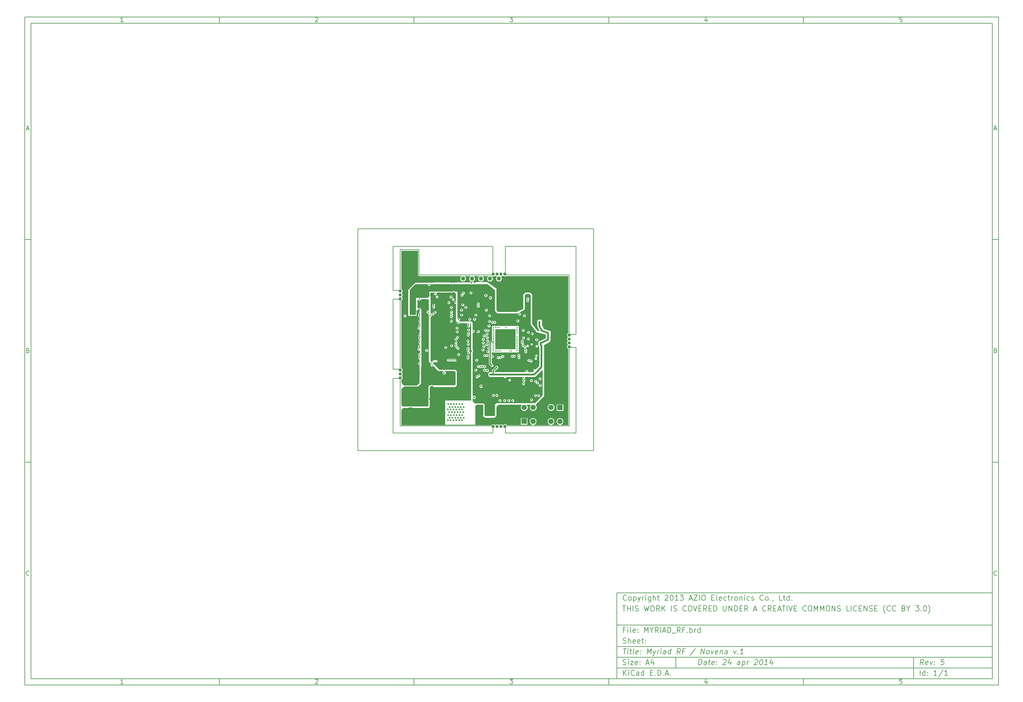
<source format=gbr>
G04 (created by PCBNEW (2013-05-31 BZR 4019)-stable) date 24/04/2014 12:04:12*
%MOIN*%
G04 Gerber Fmt 3.4, Leading zero omitted, Abs format*
%FSLAX34Y34*%
G01*
G70*
G90*
G04 APERTURE LIST*
%ADD10C,0.00590551*%
%ADD11C,0.0077*%
%ADD12C,0.0157*%
%ADD13C,0.0195*%
%ADD14C,0.0354*%
%ADD15C,0.173228*%
%ADD16R,0.0597X0.0597*%
%ADD17C,0.0597*%
%ADD18C,0.15748*%
%ADD19C,0.0472441*%
%ADD20R,0.0472441X0.0472441*%
%ADD21C,0.0432*%
%ADD22C,0.0117*%
%ADD23C,0.0077*%
%ADD24C,0.0196*%
%ADD25C,0.0138*%
%ADD26C,0.0195*%
%ADD27C,0.0117*%
%ADD28C,0.0078*%
%ADD29C,0.0039*%
G04 APERTURE END LIST*
G54D10*
X4000Y-4000D02*
X112930Y-4000D01*
X112930Y-78680D01*
X4000Y-78680D01*
X4000Y-4000D01*
X4700Y-4700D02*
X112230Y-4700D01*
X112230Y-77980D01*
X4700Y-77980D01*
X4700Y-4700D01*
X25780Y-4000D02*
X25780Y-4700D01*
X15032Y-4552D02*
X14747Y-4552D01*
X14890Y-4552D02*
X14890Y-4052D01*
X14842Y-4123D01*
X14794Y-4171D01*
X14747Y-4195D01*
X25780Y-78680D02*
X25780Y-77980D01*
X15032Y-78532D02*
X14747Y-78532D01*
X14890Y-78532D02*
X14890Y-78032D01*
X14842Y-78103D01*
X14794Y-78151D01*
X14747Y-78175D01*
X47560Y-4000D02*
X47560Y-4700D01*
X36527Y-4100D02*
X36550Y-4076D01*
X36598Y-4052D01*
X36717Y-4052D01*
X36765Y-4076D01*
X36789Y-4100D01*
X36812Y-4147D01*
X36812Y-4195D01*
X36789Y-4266D01*
X36503Y-4552D01*
X36812Y-4552D01*
X47560Y-78680D02*
X47560Y-77980D01*
X36527Y-78080D02*
X36550Y-78056D01*
X36598Y-78032D01*
X36717Y-78032D01*
X36765Y-78056D01*
X36789Y-78080D01*
X36812Y-78127D01*
X36812Y-78175D01*
X36789Y-78246D01*
X36503Y-78532D01*
X36812Y-78532D01*
X69340Y-4000D02*
X69340Y-4700D01*
X58283Y-4052D02*
X58592Y-4052D01*
X58426Y-4242D01*
X58497Y-4242D01*
X58545Y-4266D01*
X58569Y-4290D01*
X58592Y-4338D01*
X58592Y-4457D01*
X58569Y-4504D01*
X58545Y-4528D01*
X58497Y-4552D01*
X58354Y-4552D01*
X58307Y-4528D01*
X58283Y-4504D01*
X69340Y-78680D02*
X69340Y-77980D01*
X58283Y-78032D02*
X58592Y-78032D01*
X58426Y-78222D01*
X58497Y-78222D01*
X58545Y-78246D01*
X58569Y-78270D01*
X58592Y-78318D01*
X58592Y-78437D01*
X58569Y-78484D01*
X58545Y-78508D01*
X58497Y-78532D01*
X58354Y-78532D01*
X58307Y-78508D01*
X58283Y-78484D01*
X91120Y-4000D02*
X91120Y-4700D01*
X80325Y-4219D02*
X80325Y-4552D01*
X80206Y-4028D02*
X80087Y-4385D01*
X80396Y-4385D01*
X91120Y-78680D02*
X91120Y-77980D01*
X80325Y-78199D02*
X80325Y-78532D01*
X80206Y-78008D02*
X80087Y-78365D01*
X80396Y-78365D01*
X102129Y-4052D02*
X101890Y-4052D01*
X101867Y-4290D01*
X101890Y-4266D01*
X101938Y-4242D01*
X102057Y-4242D01*
X102105Y-4266D01*
X102129Y-4290D01*
X102152Y-4338D01*
X102152Y-4457D01*
X102129Y-4504D01*
X102105Y-4528D01*
X102057Y-4552D01*
X101938Y-4552D01*
X101890Y-4528D01*
X101867Y-4504D01*
X102129Y-78032D02*
X101890Y-78032D01*
X101867Y-78270D01*
X101890Y-78246D01*
X101938Y-78222D01*
X102057Y-78222D01*
X102105Y-78246D01*
X102129Y-78270D01*
X102152Y-78318D01*
X102152Y-78437D01*
X102129Y-78484D01*
X102105Y-78508D01*
X102057Y-78532D01*
X101938Y-78532D01*
X101890Y-78508D01*
X101867Y-78484D01*
X4000Y-28890D02*
X4700Y-28890D01*
X4230Y-16509D02*
X4469Y-16509D01*
X4183Y-16652D02*
X4350Y-16152D01*
X4516Y-16652D01*
X112930Y-28890D02*
X112230Y-28890D01*
X112460Y-16509D02*
X112699Y-16509D01*
X112413Y-16652D02*
X112580Y-16152D01*
X112746Y-16652D01*
X4000Y-53780D02*
X4700Y-53780D01*
X4385Y-41280D02*
X4457Y-41304D01*
X4480Y-41328D01*
X4504Y-41375D01*
X4504Y-41447D01*
X4480Y-41494D01*
X4457Y-41518D01*
X4409Y-41542D01*
X4219Y-41542D01*
X4219Y-41042D01*
X4385Y-41042D01*
X4433Y-41066D01*
X4457Y-41090D01*
X4480Y-41137D01*
X4480Y-41185D01*
X4457Y-41232D01*
X4433Y-41256D01*
X4385Y-41280D01*
X4219Y-41280D01*
X112930Y-53780D02*
X112230Y-53780D01*
X112615Y-41280D02*
X112687Y-41304D01*
X112710Y-41328D01*
X112734Y-41375D01*
X112734Y-41447D01*
X112710Y-41494D01*
X112687Y-41518D01*
X112639Y-41542D01*
X112449Y-41542D01*
X112449Y-41042D01*
X112615Y-41042D01*
X112663Y-41066D01*
X112687Y-41090D01*
X112710Y-41137D01*
X112710Y-41185D01*
X112687Y-41232D01*
X112663Y-41256D01*
X112615Y-41280D01*
X112449Y-41280D01*
X4504Y-66384D02*
X4480Y-66408D01*
X4409Y-66432D01*
X4361Y-66432D01*
X4290Y-66408D01*
X4242Y-66360D01*
X4219Y-66313D01*
X4195Y-66218D01*
X4195Y-66146D01*
X4219Y-66051D01*
X4242Y-66003D01*
X4290Y-65956D01*
X4361Y-65932D01*
X4409Y-65932D01*
X4480Y-65956D01*
X4504Y-65980D01*
X112734Y-66384D02*
X112710Y-66408D01*
X112639Y-66432D01*
X112591Y-66432D01*
X112520Y-66408D01*
X112472Y-66360D01*
X112449Y-66313D01*
X112425Y-66218D01*
X112425Y-66146D01*
X112449Y-66051D01*
X112472Y-66003D01*
X112520Y-65956D01*
X112591Y-65932D01*
X112639Y-65932D01*
X112710Y-65956D01*
X112734Y-65980D01*
X79380Y-76422D02*
X79455Y-75822D01*
X79597Y-75822D01*
X79680Y-75851D01*
X79730Y-75908D01*
X79751Y-75965D01*
X79765Y-76080D01*
X79755Y-76165D01*
X79712Y-76280D01*
X79676Y-76337D01*
X79612Y-76394D01*
X79522Y-76422D01*
X79380Y-76422D01*
X80237Y-76422D02*
X80276Y-76108D01*
X80255Y-76051D01*
X80201Y-76022D01*
X80087Y-76022D01*
X80026Y-76051D01*
X80240Y-76394D02*
X80180Y-76422D01*
X80037Y-76422D01*
X79983Y-76394D01*
X79962Y-76337D01*
X79969Y-76280D01*
X80005Y-76222D01*
X80065Y-76194D01*
X80208Y-76194D01*
X80269Y-76165D01*
X80487Y-76022D02*
X80715Y-76022D01*
X80597Y-75822D02*
X80533Y-76337D01*
X80555Y-76394D01*
X80608Y-76422D01*
X80665Y-76422D01*
X81097Y-76394D02*
X81037Y-76422D01*
X80922Y-76422D01*
X80869Y-76394D01*
X80847Y-76337D01*
X80876Y-76108D01*
X80912Y-76051D01*
X80972Y-76022D01*
X81087Y-76022D01*
X81140Y-76051D01*
X81162Y-76108D01*
X81155Y-76165D01*
X80862Y-76222D01*
X81387Y-76365D02*
X81412Y-76394D01*
X81380Y-76422D01*
X81355Y-76394D01*
X81387Y-76365D01*
X81380Y-76422D01*
X81426Y-76051D02*
X81451Y-76080D01*
X81419Y-76108D01*
X81394Y-76080D01*
X81426Y-76051D01*
X81419Y-76108D01*
X82162Y-75880D02*
X82194Y-75851D01*
X82255Y-75822D01*
X82397Y-75822D01*
X82451Y-75851D01*
X82476Y-75880D01*
X82497Y-75937D01*
X82490Y-75994D01*
X82451Y-76080D01*
X82065Y-76422D01*
X82437Y-76422D01*
X83001Y-76022D02*
X82951Y-76422D01*
X82887Y-75794D02*
X82690Y-76222D01*
X83062Y-76222D01*
X83980Y-76422D02*
X84019Y-76108D01*
X83997Y-76051D01*
X83944Y-76022D01*
X83830Y-76022D01*
X83769Y-76051D01*
X83983Y-76394D02*
X83922Y-76422D01*
X83780Y-76422D01*
X83726Y-76394D01*
X83705Y-76337D01*
X83712Y-76280D01*
X83747Y-76222D01*
X83808Y-76194D01*
X83951Y-76194D01*
X84012Y-76165D01*
X84315Y-76022D02*
X84240Y-76622D01*
X84312Y-76051D02*
X84372Y-76022D01*
X84487Y-76022D01*
X84540Y-76051D01*
X84565Y-76080D01*
X84587Y-76137D01*
X84565Y-76308D01*
X84530Y-76365D01*
X84497Y-76394D01*
X84437Y-76422D01*
X84322Y-76422D01*
X84269Y-76394D01*
X84808Y-76422D02*
X84858Y-76022D01*
X84844Y-76137D02*
X84880Y-76080D01*
X84912Y-76051D01*
X84972Y-76022D01*
X85030Y-76022D01*
X85676Y-75880D02*
X85708Y-75851D01*
X85769Y-75822D01*
X85912Y-75822D01*
X85965Y-75851D01*
X85990Y-75880D01*
X86012Y-75937D01*
X86005Y-75994D01*
X85965Y-76080D01*
X85580Y-76422D01*
X85951Y-76422D01*
X86397Y-75822D02*
X86455Y-75822D01*
X86508Y-75851D01*
X86533Y-75880D01*
X86555Y-75937D01*
X86569Y-76051D01*
X86551Y-76194D01*
X86508Y-76308D01*
X86472Y-76365D01*
X86440Y-76394D01*
X86380Y-76422D01*
X86322Y-76422D01*
X86269Y-76394D01*
X86244Y-76365D01*
X86222Y-76308D01*
X86208Y-76194D01*
X86226Y-76051D01*
X86269Y-75937D01*
X86305Y-75880D01*
X86337Y-75851D01*
X86397Y-75822D01*
X87094Y-76422D02*
X86751Y-76422D01*
X86922Y-76422D02*
X86997Y-75822D01*
X86930Y-75908D01*
X86865Y-75965D01*
X86805Y-75994D01*
X87658Y-76022D02*
X87608Y-76422D01*
X87544Y-75794D02*
X87347Y-76222D01*
X87719Y-76222D01*
X70972Y-77622D02*
X70972Y-77022D01*
X71315Y-77622D02*
X71058Y-77280D01*
X71315Y-77022D02*
X70972Y-77365D01*
X71572Y-77622D02*
X71572Y-77222D01*
X71572Y-77022D02*
X71544Y-77051D01*
X71572Y-77080D01*
X71601Y-77051D01*
X71572Y-77022D01*
X71572Y-77080D01*
X72201Y-77565D02*
X72172Y-77594D01*
X72087Y-77622D01*
X72030Y-77622D01*
X71944Y-77594D01*
X71887Y-77537D01*
X71858Y-77480D01*
X71830Y-77365D01*
X71830Y-77280D01*
X71858Y-77165D01*
X71887Y-77108D01*
X71944Y-77051D01*
X72030Y-77022D01*
X72087Y-77022D01*
X72172Y-77051D01*
X72201Y-77080D01*
X72715Y-77622D02*
X72715Y-77308D01*
X72687Y-77251D01*
X72630Y-77222D01*
X72515Y-77222D01*
X72458Y-77251D01*
X72715Y-77594D02*
X72658Y-77622D01*
X72515Y-77622D01*
X72458Y-77594D01*
X72430Y-77537D01*
X72430Y-77480D01*
X72458Y-77422D01*
X72515Y-77394D01*
X72658Y-77394D01*
X72715Y-77365D01*
X73258Y-77622D02*
X73258Y-77022D01*
X73258Y-77594D02*
X73201Y-77622D01*
X73087Y-77622D01*
X73030Y-77594D01*
X73001Y-77565D01*
X72972Y-77508D01*
X72972Y-77337D01*
X73001Y-77280D01*
X73030Y-77251D01*
X73087Y-77222D01*
X73201Y-77222D01*
X73258Y-77251D01*
X74001Y-77308D02*
X74201Y-77308D01*
X74287Y-77622D02*
X74001Y-77622D01*
X74001Y-77022D01*
X74287Y-77022D01*
X74544Y-77565D02*
X74572Y-77594D01*
X74544Y-77622D01*
X74515Y-77594D01*
X74544Y-77565D01*
X74544Y-77622D01*
X74829Y-77622D02*
X74829Y-77022D01*
X74972Y-77022D01*
X75058Y-77051D01*
X75115Y-77108D01*
X75144Y-77165D01*
X75172Y-77280D01*
X75172Y-77365D01*
X75144Y-77480D01*
X75115Y-77537D01*
X75058Y-77594D01*
X74972Y-77622D01*
X74829Y-77622D01*
X75429Y-77565D02*
X75458Y-77594D01*
X75429Y-77622D01*
X75401Y-77594D01*
X75429Y-77565D01*
X75429Y-77622D01*
X75687Y-77451D02*
X75972Y-77451D01*
X75629Y-77622D02*
X75829Y-77022D01*
X76029Y-77622D01*
X76229Y-77565D02*
X76258Y-77594D01*
X76229Y-77622D01*
X76201Y-77594D01*
X76229Y-77565D01*
X76229Y-77622D01*
X104522Y-76422D02*
X104358Y-76137D01*
X104180Y-76422D02*
X104255Y-75822D01*
X104483Y-75822D01*
X104537Y-75851D01*
X104562Y-75880D01*
X104583Y-75937D01*
X104572Y-76022D01*
X104537Y-76080D01*
X104505Y-76108D01*
X104444Y-76137D01*
X104215Y-76137D01*
X105012Y-76394D02*
X104951Y-76422D01*
X104837Y-76422D01*
X104783Y-76394D01*
X104762Y-76337D01*
X104790Y-76108D01*
X104826Y-76051D01*
X104887Y-76022D01*
X105001Y-76022D01*
X105055Y-76051D01*
X105076Y-76108D01*
X105069Y-76165D01*
X104776Y-76222D01*
X105287Y-76022D02*
X105380Y-76422D01*
X105572Y-76022D01*
X105758Y-76365D02*
X105783Y-76394D01*
X105751Y-76422D01*
X105726Y-76394D01*
X105758Y-76365D01*
X105751Y-76422D01*
X105797Y-76051D02*
X105822Y-76080D01*
X105790Y-76108D01*
X105765Y-76080D01*
X105797Y-76051D01*
X105790Y-76108D01*
X106855Y-75822D02*
X106569Y-75822D01*
X106505Y-76108D01*
X106537Y-76080D01*
X106597Y-76051D01*
X106740Y-76051D01*
X106794Y-76080D01*
X106819Y-76108D01*
X106840Y-76165D01*
X106822Y-76308D01*
X106787Y-76365D01*
X106755Y-76394D01*
X106694Y-76422D01*
X106551Y-76422D01*
X106497Y-76394D01*
X106472Y-76365D01*
X70944Y-76394D02*
X71030Y-76422D01*
X71172Y-76422D01*
X71230Y-76394D01*
X71258Y-76365D01*
X71287Y-76308D01*
X71287Y-76251D01*
X71258Y-76194D01*
X71230Y-76165D01*
X71172Y-76137D01*
X71058Y-76108D01*
X71001Y-76080D01*
X70972Y-76051D01*
X70944Y-75994D01*
X70944Y-75937D01*
X70972Y-75880D01*
X71001Y-75851D01*
X71058Y-75822D01*
X71201Y-75822D01*
X71287Y-75851D01*
X71544Y-76422D02*
X71544Y-76022D01*
X71544Y-75822D02*
X71515Y-75851D01*
X71544Y-75880D01*
X71572Y-75851D01*
X71544Y-75822D01*
X71544Y-75880D01*
X71772Y-76022D02*
X72087Y-76022D01*
X71772Y-76422D01*
X72087Y-76422D01*
X72544Y-76394D02*
X72487Y-76422D01*
X72372Y-76422D01*
X72315Y-76394D01*
X72287Y-76337D01*
X72287Y-76108D01*
X72315Y-76051D01*
X72372Y-76022D01*
X72487Y-76022D01*
X72544Y-76051D01*
X72572Y-76108D01*
X72572Y-76165D01*
X72287Y-76222D01*
X72830Y-76365D02*
X72858Y-76394D01*
X72830Y-76422D01*
X72801Y-76394D01*
X72830Y-76365D01*
X72830Y-76422D01*
X72830Y-76051D02*
X72858Y-76080D01*
X72830Y-76108D01*
X72801Y-76080D01*
X72830Y-76051D01*
X72830Y-76108D01*
X73544Y-76251D02*
X73830Y-76251D01*
X73487Y-76422D02*
X73687Y-75822D01*
X73887Y-76422D01*
X74344Y-76022D02*
X74344Y-76422D01*
X74201Y-75794D02*
X74058Y-76222D01*
X74430Y-76222D01*
X104172Y-77622D02*
X104172Y-77022D01*
X104715Y-77622D02*
X104715Y-77022D01*
X104715Y-77594D02*
X104658Y-77622D01*
X104544Y-77622D01*
X104487Y-77594D01*
X104458Y-77565D01*
X104430Y-77508D01*
X104430Y-77337D01*
X104458Y-77280D01*
X104487Y-77251D01*
X104544Y-77222D01*
X104658Y-77222D01*
X104715Y-77251D01*
X105001Y-77565D02*
X105030Y-77594D01*
X105001Y-77622D01*
X104972Y-77594D01*
X105001Y-77565D01*
X105001Y-77622D01*
X105001Y-77251D02*
X105030Y-77280D01*
X105001Y-77308D01*
X104972Y-77280D01*
X105001Y-77251D01*
X105001Y-77308D01*
X106058Y-77622D02*
X105715Y-77622D01*
X105887Y-77622D02*
X105887Y-77022D01*
X105829Y-77108D01*
X105772Y-77165D01*
X105715Y-77194D01*
X106744Y-76994D02*
X106230Y-77765D01*
X107258Y-77622D02*
X106915Y-77622D01*
X107087Y-77622D02*
X107087Y-77022D01*
X107029Y-77108D01*
X106972Y-77165D01*
X106915Y-77194D01*
X70969Y-74622D02*
X71312Y-74622D01*
X71065Y-75222D02*
X71140Y-74622D01*
X71437Y-75222D02*
X71487Y-74822D01*
X71512Y-74622D02*
X71480Y-74651D01*
X71505Y-74680D01*
X71537Y-74651D01*
X71512Y-74622D01*
X71505Y-74680D01*
X71687Y-74822D02*
X71915Y-74822D01*
X71797Y-74622D02*
X71733Y-75137D01*
X71755Y-75194D01*
X71808Y-75222D01*
X71865Y-75222D01*
X72151Y-75222D02*
X72097Y-75194D01*
X72076Y-75137D01*
X72140Y-74622D01*
X72612Y-75194D02*
X72551Y-75222D01*
X72437Y-75222D01*
X72383Y-75194D01*
X72362Y-75137D01*
X72390Y-74908D01*
X72426Y-74851D01*
X72487Y-74822D01*
X72601Y-74822D01*
X72655Y-74851D01*
X72676Y-74908D01*
X72669Y-74965D01*
X72376Y-75022D01*
X72901Y-75165D02*
X72926Y-75194D01*
X72894Y-75222D01*
X72869Y-75194D01*
X72901Y-75165D01*
X72894Y-75222D01*
X72940Y-74851D02*
X72965Y-74880D01*
X72933Y-74908D01*
X72908Y-74880D01*
X72940Y-74851D01*
X72933Y-74908D01*
X73637Y-75222D02*
X73712Y-74622D01*
X73858Y-75051D01*
X74112Y-74622D01*
X74037Y-75222D01*
X74315Y-74822D02*
X74408Y-75222D01*
X74601Y-74822D02*
X74408Y-75222D01*
X74333Y-75365D01*
X74301Y-75394D01*
X74240Y-75422D01*
X74780Y-75222D02*
X74830Y-74822D01*
X74815Y-74937D02*
X74851Y-74880D01*
X74883Y-74851D01*
X74944Y-74822D01*
X75001Y-74822D01*
X75151Y-75222D02*
X75201Y-74822D01*
X75226Y-74622D02*
X75194Y-74651D01*
X75219Y-74680D01*
X75251Y-74651D01*
X75226Y-74622D01*
X75219Y-74680D01*
X75694Y-75222D02*
X75733Y-74908D01*
X75712Y-74851D01*
X75658Y-74822D01*
X75544Y-74822D01*
X75483Y-74851D01*
X75697Y-75194D02*
X75637Y-75222D01*
X75494Y-75222D01*
X75440Y-75194D01*
X75419Y-75137D01*
X75426Y-75080D01*
X75462Y-75022D01*
X75522Y-74994D01*
X75665Y-74994D01*
X75726Y-74965D01*
X76237Y-75222D02*
X76312Y-74622D01*
X76240Y-75194D02*
X76180Y-75222D01*
X76065Y-75222D01*
X76012Y-75194D01*
X75987Y-75165D01*
X75965Y-75108D01*
X75987Y-74937D01*
X76022Y-74880D01*
X76055Y-74851D01*
X76115Y-74822D01*
X76230Y-74822D01*
X76283Y-74851D01*
X77322Y-75222D02*
X77158Y-74937D01*
X76980Y-75222D02*
X77055Y-74622D01*
X77283Y-74622D01*
X77337Y-74651D01*
X77362Y-74680D01*
X77383Y-74737D01*
X77372Y-74822D01*
X77337Y-74880D01*
X77305Y-74908D01*
X77244Y-74937D01*
X77015Y-74937D01*
X77819Y-74908D02*
X77619Y-74908D01*
X77580Y-75222D02*
X77655Y-74622D01*
X77940Y-74622D01*
X79058Y-74594D02*
X78447Y-75365D01*
X79637Y-75222D02*
X79712Y-74622D01*
X79980Y-75222D01*
X80055Y-74622D01*
X80351Y-75222D02*
X80297Y-75194D01*
X80272Y-75165D01*
X80251Y-75108D01*
X80272Y-74937D01*
X80308Y-74880D01*
X80340Y-74851D01*
X80401Y-74822D01*
X80487Y-74822D01*
X80540Y-74851D01*
X80565Y-74880D01*
X80587Y-74937D01*
X80565Y-75108D01*
X80530Y-75165D01*
X80497Y-75194D01*
X80437Y-75222D01*
X80351Y-75222D01*
X80801Y-74822D02*
X80894Y-75222D01*
X81087Y-74822D01*
X81497Y-75194D02*
X81437Y-75222D01*
X81322Y-75222D01*
X81269Y-75194D01*
X81247Y-75137D01*
X81276Y-74908D01*
X81312Y-74851D01*
X81372Y-74822D01*
X81487Y-74822D01*
X81540Y-74851D01*
X81562Y-74908D01*
X81555Y-74965D01*
X81262Y-75022D01*
X81830Y-74822D02*
X81780Y-75222D01*
X81822Y-74880D02*
X81855Y-74851D01*
X81915Y-74822D01*
X82001Y-74822D01*
X82055Y-74851D01*
X82076Y-74908D01*
X82037Y-75222D01*
X82580Y-75222D02*
X82619Y-74908D01*
X82597Y-74851D01*
X82544Y-74822D01*
X82430Y-74822D01*
X82369Y-74851D01*
X82583Y-75194D02*
X82522Y-75222D01*
X82380Y-75222D01*
X82326Y-75194D01*
X82305Y-75137D01*
X82312Y-75080D01*
X82347Y-75022D01*
X82408Y-74994D01*
X82551Y-74994D01*
X82612Y-74965D01*
X83315Y-74822D02*
X83408Y-75222D01*
X83601Y-74822D01*
X83787Y-75165D02*
X83812Y-75194D01*
X83780Y-75222D01*
X83755Y-75194D01*
X83787Y-75165D01*
X83780Y-75222D01*
X84380Y-75222D02*
X84037Y-75222D01*
X84208Y-75222D02*
X84283Y-74622D01*
X84215Y-74708D01*
X84151Y-74765D01*
X84090Y-74794D01*
X71172Y-72508D02*
X70972Y-72508D01*
X70972Y-72822D02*
X70972Y-72222D01*
X71258Y-72222D01*
X71487Y-72822D02*
X71487Y-72422D01*
X71487Y-72222D02*
X71458Y-72251D01*
X71487Y-72280D01*
X71515Y-72251D01*
X71487Y-72222D01*
X71487Y-72280D01*
X71858Y-72822D02*
X71801Y-72794D01*
X71772Y-72737D01*
X71772Y-72222D01*
X72315Y-72794D02*
X72258Y-72822D01*
X72144Y-72822D01*
X72087Y-72794D01*
X72058Y-72737D01*
X72058Y-72508D01*
X72087Y-72451D01*
X72144Y-72422D01*
X72258Y-72422D01*
X72315Y-72451D01*
X72344Y-72508D01*
X72344Y-72565D01*
X72058Y-72622D01*
X72601Y-72765D02*
X72630Y-72794D01*
X72601Y-72822D01*
X72572Y-72794D01*
X72601Y-72765D01*
X72601Y-72822D01*
X72601Y-72451D02*
X72630Y-72480D01*
X72601Y-72508D01*
X72572Y-72480D01*
X72601Y-72451D01*
X72601Y-72508D01*
X73344Y-72822D02*
X73344Y-72222D01*
X73544Y-72651D01*
X73744Y-72222D01*
X73744Y-72822D01*
X74144Y-72537D02*
X74144Y-72822D01*
X73944Y-72222D02*
X74144Y-72537D01*
X74344Y-72222D01*
X74887Y-72822D02*
X74687Y-72537D01*
X74544Y-72822D02*
X74544Y-72222D01*
X74772Y-72222D01*
X74830Y-72251D01*
X74858Y-72280D01*
X74887Y-72337D01*
X74887Y-72422D01*
X74858Y-72480D01*
X74830Y-72508D01*
X74772Y-72537D01*
X74544Y-72537D01*
X75144Y-72822D02*
X75144Y-72222D01*
X75401Y-72651D02*
X75687Y-72651D01*
X75344Y-72822D02*
X75544Y-72222D01*
X75744Y-72822D01*
X75944Y-72822D02*
X75944Y-72222D01*
X76087Y-72222D01*
X76172Y-72251D01*
X76230Y-72308D01*
X76258Y-72365D01*
X76287Y-72480D01*
X76287Y-72565D01*
X76258Y-72680D01*
X76230Y-72737D01*
X76172Y-72794D01*
X76087Y-72822D01*
X75944Y-72822D01*
X76401Y-72880D02*
X76858Y-72880D01*
X77344Y-72822D02*
X77144Y-72537D01*
X77001Y-72822D02*
X77001Y-72222D01*
X77230Y-72222D01*
X77287Y-72251D01*
X77315Y-72280D01*
X77344Y-72337D01*
X77344Y-72422D01*
X77315Y-72480D01*
X77287Y-72508D01*
X77230Y-72537D01*
X77001Y-72537D01*
X77801Y-72508D02*
X77601Y-72508D01*
X77601Y-72822D02*
X77601Y-72222D01*
X77887Y-72222D01*
X78115Y-72765D02*
X78144Y-72794D01*
X78115Y-72822D01*
X78087Y-72794D01*
X78115Y-72765D01*
X78115Y-72822D01*
X78401Y-72822D02*
X78401Y-72222D01*
X78401Y-72451D02*
X78458Y-72422D01*
X78572Y-72422D01*
X78630Y-72451D01*
X78658Y-72480D01*
X78687Y-72537D01*
X78687Y-72708D01*
X78658Y-72765D01*
X78630Y-72794D01*
X78572Y-72822D01*
X78458Y-72822D01*
X78401Y-72794D01*
X78944Y-72822D02*
X78944Y-72422D01*
X78944Y-72537D02*
X78972Y-72480D01*
X79001Y-72451D01*
X79058Y-72422D01*
X79115Y-72422D01*
X79572Y-72822D02*
X79572Y-72222D01*
X79572Y-72794D02*
X79515Y-72822D01*
X79401Y-72822D01*
X79344Y-72794D01*
X79315Y-72765D01*
X79287Y-72708D01*
X79287Y-72537D01*
X79315Y-72480D01*
X79344Y-72451D01*
X79401Y-72422D01*
X79515Y-72422D01*
X79572Y-72451D01*
X70944Y-73994D02*
X71030Y-74022D01*
X71172Y-74022D01*
X71230Y-73994D01*
X71258Y-73965D01*
X71287Y-73908D01*
X71287Y-73851D01*
X71258Y-73794D01*
X71230Y-73765D01*
X71172Y-73737D01*
X71058Y-73708D01*
X71001Y-73680D01*
X70972Y-73651D01*
X70944Y-73594D01*
X70944Y-73537D01*
X70972Y-73480D01*
X71001Y-73451D01*
X71058Y-73422D01*
X71201Y-73422D01*
X71287Y-73451D01*
X71544Y-74022D02*
X71544Y-73422D01*
X71801Y-74022D02*
X71801Y-73708D01*
X71772Y-73651D01*
X71715Y-73622D01*
X71630Y-73622D01*
X71572Y-73651D01*
X71544Y-73680D01*
X72315Y-73994D02*
X72258Y-74022D01*
X72144Y-74022D01*
X72087Y-73994D01*
X72058Y-73937D01*
X72058Y-73708D01*
X72087Y-73651D01*
X72144Y-73622D01*
X72258Y-73622D01*
X72315Y-73651D01*
X72344Y-73708D01*
X72344Y-73765D01*
X72058Y-73822D01*
X72830Y-73994D02*
X72772Y-74022D01*
X72658Y-74022D01*
X72601Y-73994D01*
X72572Y-73937D01*
X72572Y-73708D01*
X72601Y-73651D01*
X72658Y-73622D01*
X72772Y-73622D01*
X72830Y-73651D01*
X72858Y-73708D01*
X72858Y-73765D01*
X72572Y-73822D01*
X73030Y-73622D02*
X73258Y-73622D01*
X73115Y-73422D02*
X73115Y-73937D01*
X73144Y-73994D01*
X73201Y-74022D01*
X73258Y-74022D01*
X73458Y-73965D02*
X73487Y-73994D01*
X73458Y-74022D01*
X73430Y-73994D01*
X73458Y-73965D01*
X73458Y-74022D01*
X73458Y-73651D02*
X73487Y-73680D01*
X73458Y-73708D01*
X73430Y-73680D01*
X73458Y-73651D01*
X73458Y-73708D01*
X70887Y-69822D02*
X71230Y-69822D01*
X71058Y-70422D02*
X71058Y-69822D01*
X71430Y-70422D02*
X71430Y-69822D01*
X71430Y-70108D02*
X71772Y-70108D01*
X71772Y-70422D02*
X71772Y-69822D01*
X72058Y-70422D02*
X72058Y-69822D01*
X72315Y-70394D02*
X72401Y-70422D01*
X72544Y-70422D01*
X72601Y-70394D01*
X72629Y-70365D01*
X72658Y-70308D01*
X72658Y-70251D01*
X72629Y-70194D01*
X72601Y-70165D01*
X72544Y-70137D01*
X72429Y-70108D01*
X72372Y-70080D01*
X72344Y-70051D01*
X72315Y-69994D01*
X72315Y-69937D01*
X72344Y-69880D01*
X72372Y-69851D01*
X72429Y-69822D01*
X72572Y-69822D01*
X72658Y-69851D01*
X73315Y-69822D02*
X73458Y-70422D01*
X73572Y-69994D01*
X73687Y-70422D01*
X73830Y-69822D01*
X74172Y-69822D02*
X74287Y-69822D01*
X74344Y-69851D01*
X74401Y-69908D01*
X74430Y-70022D01*
X74430Y-70222D01*
X74401Y-70337D01*
X74344Y-70394D01*
X74287Y-70422D01*
X74172Y-70422D01*
X74115Y-70394D01*
X74058Y-70337D01*
X74030Y-70222D01*
X74030Y-70022D01*
X74058Y-69908D01*
X74115Y-69851D01*
X74172Y-69822D01*
X75029Y-70422D02*
X74829Y-70137D01*
X74687Y-70422D02*
X74687Y-69822D01*
X74915Y-69822D01*
X74972Y-69851D01*
X75001Y-69880D01*
X75029Y-69937D01*
X75029Y-70022D01*
X75001Y-70080D01*
X74972Y-70108D01*
X74915Y-70137D01*
X74687Y-70137D01*
X75287Y-70422D02*
X75287Y-69822D01*
X75629Y-70422D02*
X75372Y-70080D01*
X75629Y-69822D02*
X75287Y-70165D01*
X76344Y-70422D02*
X76344Y-69822D01*
X76601Y-70394D02*
X76687Y-70422D01*
X76829Y-70422D01*
X76887Y-70394D01*
X76915Y-70365D01*
X76944Y-70308D01*
X76944Y-70251D01*
X76915Y-70194D01*
X76887Y-70165D01*
X76829Y-70137D01*
X76715Y-70108D01*
X76658Y-70080D01*
X76629Y-70051D01*
X76601Y-69994D01*
X76601Y-69937D01*
X76629Y-69880D01*
X76658Y-69851D01*
X76715Y-69822D01*
X76858Y-69822D01*
X76944Y-69851D01*
X78001Y-70365D02*
X77972Y-70394D01*
X77887Y-70422D01*
X77830Y-70422D01*
X77744Y-70394D01*
X77687Y-70337D01*
X77658Y-70280D01*
X77630Y-70165D01*
X77630Y-70080D01*
X77658Y-69965D01*
X77687Y-69908D01*
X77744Y-69851D01*
X77830Y-69822D01*
X77887Y-69822D01*
X77972Y-69851D01*
X78001Y-69880D01*
X78372Y-69822D02*
X78487Y-69822D01*
X78544Y-69851D01*
X78601Y-69908D01*
X78630Y-70022D01*
X78630Y-70222D01*
X78601Y-70337D01*
X78544Y-70394D01*
X78487Y-70422D01*
X78372Y-70422D01*
X78315Y-70394D01*
X78258Y-70337D01*
X78230Y-70222D01*
X78230Y-70022D01*
X78258Y-69908D01*
X78315Y-69851D01*
X78372Y-69822D01*
X78801Y-69822D02*
X79001Y-70422D01*
X79201Y-69822D01*
X79401Y-70108D02*
X79601Y-70108D01*
X79687Y-70422D02*
X79401Y-70422D01*
X79401Y-69822D01*
X79687Y-69822D01*
X80287Y-70422D02*
X80087Y-70137D01*
X79944Y-70422D02*
X79944Y-69822D01*
X80172Y-69822D01*
X80229Y-69851D01*
X80258Y-69880D01*
X80287Y-69937D01*
X80287Y-70022D01*
X80258Y-70080D01*
X80229Y-70108D01*
X80172Y-70137D01*
X79944Y-70137D01*
X80544Y-70108D02*
X80744Y-70108D01*
X80829Y-70422D02*
X80544Y-70422D01*
X80544Y-69822D01*
X80829Y-69822D01*
X81087Y-70422D02*
X81087Y-69822D01*
X81229Y-69822D01*
X81315Y-69851D01*
X81372Y-69908D01*
X81401Y-69965D01*
X81429Y-70080D01*
X81429Y-70165D01*
X81401Y-70280D01*
X81372Y-70337D01*
X81315Y-70394D01*
X81229Y-70422D01*
X81087Y-70422D01*
X82144Y-69822D02*
X82144Y-70308D01*
X82172Y-70365D01*
X82201Y-70394D01*
X82258Y-70422D01*
X82372Y-70422D01*
X82429Y-70394D01*
X82458Y-70365D01*
X82487Y-70308D01*
X82487Y-69822D01*
X82772Y-70422D02*
X82772Y-69822D01*
X83115Y-70422D01*
X83115Y-69822D01*
X83401Y-70422D02*
X83401Y-69822D01*
X83544Y-69822D01*
X83629Y-69851D01*
X83687Y-69908D01*
X83715Y-69965D01*
X83744Y-70080D01*
X83744Y-70165D01*
X83715Y-70280D01*
X83687Y-70337D01*
X83629Y-70394D01*
X83544Y-70422D01*
X83401Y-70422D01*
X84001Y-70108D02*
X84201Y-70108D01*
X84287Y-70422D02*
X84001Y-70422D01*
X84001Y-69822D01*
X84287Y-69822D01*
X84887Y-70422D02*
X84687Y-70137D01*
X84544Y-70422D02*
X84544Y-69822D01*
X84772Y-69822D01*
X84829Y-69851D01*
X84858Y-69880D01*
X84887Y-69937D01*
X84887Y-70022D01*
X84858Y-70080D01*
X84829Y-70108D01*
X84772Y-70137D01*
X84544Y-70137D01*
X85572Y-70251D02*
X85858Y-70251D01*
X85515Y-70422D02*
X85715Y-69822D01*
X85915Y-70422D01*
X86915Y-70365D02*
X86887Y-70394D01*
X86801Y-70422D01*
X86744Y-70422D01*
X86658Y-70394D01*
X86601Y-70337D01*
X86572Y-70280D01*
X86544Y-70165D01*
X86544Y-70080D01*
X86572Y-69965D01*
X86601Y-69908D01*
X86658Y-69851D01*
X86744Y-69822D01*
X86801Y-69822D01*
X86887Y-69851D01*
X86915Y-69880D01*
X87515Y-70422D02*
X87315Y-70137D01*
X87172Y-70422D02*
X87172Y-69822D01*
X87401Y-69822D01*
X87458Y-69851D01*
X87487Y-69880D01*
X87515Y-69937D01*
X87515Y-70022D01*
X87487Y-70080D01*
X87458Y-70108D01*
X87401Y-70137D01*
X87172Y-70137D01*
X87772Y-70108D02*
X87972Y-70108D01*
X88058Y-70422D02*
X87772Y-70422D01*
X87772Y-69822D01*
X88058Y-69822D01*
X88287Y-70251D02*
X88572Y-70251D01*
X88229Y-70422D02*
X88429Y-69822D01*
X88629Y-70422D01*
X88744Y-69822D02*
X89087Y-69822D01*
X88915Y-70422D02*
X88915Y-69822D01*
X89287Y-70422D02*
X89287Y-69822D01*
X89487Y-69822D02*
X89687Y-70422D01*
X89887Y-69822D01*
X90087Y-70108D02*
X90287Y-70108D01*
X90372Y-70422D02*
X90087Y-70422D01*
X90087Y-69822D01*
X90372Y-69822D01*
X91429Y-70365D02*
X91401Y-70394D01*
X91315Y-70422D01*
X91258Y-70422D01*
X91172Y-70394D01*
X91115Y-70337D01*
X91087Y-70280D01*
X91058Y-70165D01*
X91058Y-70080D01*
X91087Y-69965D01*
X91115Y-69908D01*
X91172Y-69851D01*
X91258Y-69822D01*
X91315Y-69822D01*
X91401Y-69851D01*
X91429Y-69880D01*
X91801Y-69822D02*
X91915Y-69822D01*
X91972Y-69851D01*
X92029Y-69908D01*
X92058Y-70022D01*
X92058Y-70222D01*
X92029Y-70337D01*
X91972Y-70394D01*
X91915Y-70422D01*
X91801Y-70422D01*
X91744Y-70394D01*
X91687Y-70337D01*
X91658Y-70222D01*
X91658Y-70022D01*
X91687Y-69908D01*
X91744Y-69851D01*
X91801Y-69822D01*
X92315Y-70422D02*
X92315Y-69822D01*
X92515Y-70251D01*
X92715Y-69822D01*
X92715Y-70422D01*
X93001Y-70422D02*
X93001Y-69822D01*
X93201Y-70251D01*
X93401Y-69822D01*
X93401Y-70422D01*
X93801Y-69822D02*
X93915Y-69822D01*
X93972Y-69851D01*
X94029Y-69908D01*
X94058Y-70022D01*
X94058Y-70222D01*
X94029Y-70337D01*
X93972Y-70394D01*
X93915Y-70422D01*
X93801Y-70422D01*
X93744Y-70394D01*
X93687Y-70337D01*
X93658Y-70222D01*
X93658Y-70022D01*
X93687Y-69908D01*
X93744Y-69851D01*
X93801Y-69822D01*
X94315Y-70422D02*
X94315Y-69822D01*
X94658Y-70422D01*
X94658Y-69822D01*
X94915Y-70394D02*
X95001Y-70422D01*
X95144Y-70422D01*
X95201Y-70394D01*
X95229Y-70365D01*
X95258Y-70308D01*
X95258Y-70251D01*
X95229Y-70194D01*
X95201Y-70165D01*
X95144Y-70137D01*
X95029Y-70108D01*
X94972Y-70080D01*
X94944Y-70051D01*
X94915Y-69994D01*
X94915Y-69937D01*
X94944Y-69880D01*
X94972Y-69851D01*
X95029Y-69822D01*
X95172Y-69822D01*
X95258Y-69851D01*
X96258Y-70422D02*
X95972Y-70422D01*
X95972Y-69822D01*
X96458Y-70422D02*
X96458Y-69822D01*
X97087Y-70365D02*
X97058Y-70394D01*
X96972Y-70422D01*
X96915Y-70422D01*
X96829Y-70394D01*
X96772Y-70337D01*
X96744Y-70280D01*
X96715Y-70165D01*
X96715Y-70080D01*
X96744Y-69965D01*
X96772Y-69908D01*
X96829Y-69851D01*
X96915Y-69822D01*
X96972Y-69822D01*
X97058Y-69851D01*
X97087Y-69880D01*
X97344Y-70108D02*
X97544Y-70108D01*
X97629Y-70422D02*
X97344Y-70422D01*
X97344Y-69822D01*
X97629Y-69822D01*
X97887Y-70422D02*
X97887Y-69822D01*
X98229Y-70422D01*
X98229Y-69822D01*
X98487Y-70394D02*
X98572Y-70422D01*
X98715Y-70422D01*
X98772Y-70394D01*
X98801Y-70365D01*
X98829Y-70308D01*
X98829Y-70251D01*
X98801Y-70194D01*
X98772Y-70165D01*
X98715Y-70137D01*
X98601Y-70108D01*
X98544Y-70080D01*
X98515Y-70051D01*
X98487Y-69994D01*
X98487Y-69937D01*
X98515Y-69880D01*
X98544Y-69851D01*
X98601Y-69822D01*
X98744Y-69822D01*
X98829Y-69851D01*
X99087Y-70108D02*
X99287Y-70108D01*
X99372Y-70422D02*
X99087Y-70422D01*
X99087Y-69822D01*
X99372Y-69822D01*
X100258Y-70651D02*
X100229Y-70622D01*
X100172Y-70537D01*
X100144Y-70480D01*
X100115Y-70394D01*
X100087Y-70251D01*
X100087Y-70137D01*
X100115Y-69994D01*
X100144Y-69908D01*
X100172Y-69851D01*
X100229Y-69765D01*
X100258Y-69737D01*
X100829Y-70365D02*
X100801Y-70394D01*
X100715Y-70422D01*
X100658Y-70422D01*
X100572Y-70394D01*
X100515Y-70337D01*
X100487Y-70280D01*
X100458Y-70165D01*
X100458Y-70080D01*
X100487Y-69965D01*
X100515Y-69908D01*
X100572Y-69851D01*
X100658Y-69822D01*
X100715Y-69822D01*
X100801Y-69851D01*
X100829Y-69880D01*
X101429Y-70365D02*
X101401Y-70394D01*
X101315Y-70422D01*
X101258Y-70422D01*
X101172Y-70394D01*
X101115Y-70337D01*
X101087Y-70280D01*
X101058Y-70165D01*
X101058Y-70080D01*
X101087Y-69965D01*
X101115Y-69908D01*
X101172Y-69851D01*
X101258Y-69822D01*
X101315Y-69822D01*
X101401Y-69851D01*
X101429Y-69880D01*
X102344Y-70108D02*
X102429Y-70137D01*
X102458Y-70165D01*
X102487Y-70222D01*
X102487Y-70308D01*
X102458Y-70365D01*
X102429Y-70394D01*
X102372Y-70422D01*
X102144Y-70422D01*
X102144Y-69822D01*
X102344Y-69822D01*
X102401Y-69851D01*
X102429Y-69880D01*
X102458Y-69937D01*
X102458Y-69994D01*
X102429Y-70051D01*
X102401Y-70080D01*
X102344Y-70108D01*
X102144Y-70108D01*
X102858Y-70137D02*
X102858Y-70422D01*
X102658Y-69822D02*
X102858Y-70137D01*
X103058Y-69822D01*
X103658Y-69822D02*
X104029Y-69822D01*
X103829Y-70051D01*
X103915Y-70051D01*
X103972Y-70080D01*
X104001Y-70108D01*
X104029Y-70165D01*
X104029Y-70308D01*
X104001Y-70365D01*
X103972Y-70394D01*
X103915Y-70422D01*
X103744Y-70422D01*
X103687Y-70394D01*
X103658Y-70365D01*
X104287Y-70365D02*
X104315Y-70394D01*
X104287Y-70422D01*
X104258Y-70394D01*
X104287Y-70365D01*
X104287Y-70422D01*
X104687Y-69822D02*
X104744Y-69822D01*
X104801Y-69851D01*
X104829Y-69880D01*
X104858Y-69937D01*
X104887Y-70051D01*
X104887Y-70194D01*
X104858Y-70308D01*
X104829Y-70365D01*
X104801Y-70394D01*
X104744Y-70422D01*
X104687Y-70422D01*
X104629Y-70394D01*
X104601Y-70365D01*
X104572Y-70308D01*
X104544Y-70194D01*
X104544Y-70051D01*
X104572Y-69937D01*
X104601Y-69880D01*
X104629Y-69851D01*
X104687Y-69822D01*
X105087Y-70651D02*
X105115Y-70622D01*
X105172Y-70537D01*
X105201Y-70480D01*
X105229Y-70394D01*
X105258Y-70251D01*
X105258Y-70137D01*
X105229Y-69994D01*
X105201Y-69908D01*
X105172Y-69851D01*
X105115Y-69765D01*
X105087Y-69737D01*
X71315Y-69165D02*
X71287Y-69194D01*
X71201Y-69222D01*
X71144Y-69222D01*
X71058Y-69194D01*
X71001Y-69137D01*
X70972Y-69080D01*
X70944Y-68965D01*
X70944Y-68880D01*
X70972Y-68765D01*
X71001Y-68708D01*
X71058Y-68651D01*
X71144Y-68622D01*
X71201Y-68622D01*
X71287Y-68651D01*
X71315Y-68680D01*
X71658Y-69222D02*
X71601Y-69194D01*
X71572Y-69165D01*
X71544Y-69108D01*
X71544Y-68937D01*
X71572Y-68880D01*
X71601Y-68851D01*
X71658Y-68822D01*
X71744Y-68822D01*
X71801Y-68851D01*
X71830Y-68880D01*
X71858Y-68937D01*
X71858Y-69108D01*
X71830Y-69165D01*
X71801Y-69194D01*
X71744Y-69222D01*
X71658Y-69222D01*
X72115Y-68822D02*
X72115Y-69422D01*
X72115Y-68851D02*
X72172Y-68822D01*
X72287Y-68822D01*
X72344Y-68851D01*
X72372Y-68880D01*
X72401Y-68937D01*
X72401Y-69108D01*
X72372Y-69165D01*
X72344Y-69194D01*
X72287Y-69222D01*
X72172Y-69222D01*
X72115Y-69194D01*
X72601Y-68822D02*
X72744Y-69222D01*
X72887Y-68822D02*
X72744Y-69222D01*
X72687Y-69365D01*
X72658Y-69394D01*
X72601Y-69422D01*
X73115Y-69222D02*
X73115Y-68822D01*
X73115Y-68937D02*
X73144Y-68880D01*
X73172Y-68851D01*
X73230Y-68822D01*
X73287Y-68822D01*
X73487Y-69222D02*
X73487Y-68822D01*
X73487Y-68622D02*
X73458Y-68651D01*
X73487Y-68680D01*
X73515Y-68651D01*
X73487Y-68622D01*
X73487Y-68680D01*
X74030Y-68822D02*
X74030Y-69308D01*
X74001Y-69365D01*
X73972Y-69394D01*
X73915Y-69422D01*
X73830Y-69422D01*
X73772Y-69394D01*
X74030Y-69194D02*
X73972Y-69222D01*
X73858Y-69222D01*
X73801Y-69194D01*
X73772Y-69165D01*
X73744Y-69108D01*
X73744Y-68937D01*
X73772Y-68880D01*
X73801Y-68851D01*
X73858Y-68822D01*
X73972Y-68822D01*
X74030Y-68851D01*
X74315Y-69222D02*
X74315Y-68622D01*
X74572Y-69222D02*
X74572Y-68908D01*
X74544Y-68851D01*
X74487Y-68822D01*
X74401Y-68822D01*
X74344Y-68851D01*
X74315Y-68880D01*
X74772Y-68822D02*
X75001Y-68822D01*
X74858Y-68622D02*
X74858Y-69137D01*
X74887Y-69194D01*
X74944Y-69222D01*
X75001Y-69222D01*
X75630Y-68680D02*
X75658Y-68651D01*
X75715Y-68622D01*
X75858Y-68622D01*
X75915Y-68651D01*
X75944Y-68680D01*
X75972Y-68737D01*
X75972Y-68794D01*
X75944Y-68880D01*
X75601Y-69222D01*
X75972Y-69222D01*
X76344Y-68622D02*
X76401Y-68622D01*
X76458Y-68651D01*
X76487Y-68680D01*
X76515Y-68737D01*
X76544Y-68851D01*
X76544Y-68994D01*
X76515Y-69108D01*
X76487Y-69165D01*
X76458Y-69194D01*
X76401Y-69222D01*
X76344Y-69222D01*
X76287Y-69194D01*
X76258Y-69165D01*
X76230Y-69108D01*
X76201Y-68994D01*
X76201Y-68851D01*
X76230Y-68737D01*
X76258Y-68680D01*
X76287Y-68651D01*
X76344Y-68622D01*
X77115Y-69222D02*
X76772Y-69222D01*
X76944Y-69222D02*
X76944Y-68622D01*
X76887Y-68708D01*
X76830Y-68765D01*
X76772Y-68794D01*
X77315Y-68622D02*
X77687Y-68622D01*
X77487Y-68851D01*
X77572Y-68851D01*
X77630Y-68880D01*
X77658Y-68908D01*
X77687Y-68965D01*
X77687Y-69108D01*
X77658Y-69165D01*
X77630Y-69194D01*
X77572Y-69222D01*
X77401Y-69222D01*
X77344Y-69194D01*
X77315Y-69165D01*
X78372Y-69051D02*
X78658Y-69051D01*
X78315Y-69222D02*
X78515Y-68622D01*
X78715Y-69222D01*
X78858Y-68622D02*
X79258Y-68622D01*
X78858Y-69222D01*
X79258Y-69222D01*
X79487Y-69222D02*
X79487Y-68622D01*
X79887Y-68622D02*
X80001Y-68622D01*
X80058Y-68651D01*
X80115Y-68708D01*
X80144Y-68822D01*
X80144Y-69022D01*
X80115Y-69137D01*
X80058Y-69194D01*
X80001Y-69222D01*
X79887Y-69222D01*
X79830Y-69194D01*
X79772Y-69137D01*
X79744Y-69022D01*
X79744Y-68822D01*
X79772Y-68708D01*
X79830Y-68651D01*
X79887Y-68622D01*
X80858Y-68908D02*
X81058Y-68908D01*
X81144Y-69222D02*
X80858Y-69222D01*
X80858Y-68622D01*
X81144Y-68622D01*
X81487Y-69222D02*
X81430Y-69194D01*
X81401Y-69137D01*
X81401Y-68622D01*
X81944Y-69194D02*
X81887Y-69222D01*
X81772Y-69222D01*
X81715Y-69194D01*
X81687Y-69137D01*
X81687Y-68908D01*
X81715Y-68851D01*
X81772Y-68822D01*
X81887Y-68822D01*
X81944Y-68851D01*
X81972Y-68908D01*
X81972Y-68965D01*
X81687Y-69022D01*
X82487Y-69194D02*
X82430Y-69222D01*
X82315Y-69222D01*
X82258Y-69194D01*
X82230Y-69165D01*
X82201Y-69108D01*
X82201Y-68937D01*
X82230Y-68880D01*
X82258Y-68851D01*
X82315Y-68822D01*
X82430Y-68822D01*
X82487Y-68851D01*
X82658Y-68822D02*
X82887Y-68822D01*
X82744Y-68622D02*
X82744Y-69137D01*
X82772Y-69194D01*
X82830Y-69222D01*
X82887Y-69222D01*
X83087Y-69222D02*
X83087Y-68822D01*
X83087Y-68937D02*
X83115Y-68880D01*
X83144Y-68851D01*
X83201Y-68822D01*
X83258Y-68822D01*
X83544Y-69222D02*
X83487Y-69194D01*
X83458Y-69165D01*
X83430Y-69108D01*
X83430Y-68937D01*
X83458Y-68880D01*
X83487Y-68851D01*
X83544Y-68822D01*
X83630Y-68822D01*
X83687Y-68851D01*
X83715Y-68880D01*
X83744Y-68937D01*
X83744Y-69108D01*
X83715Y-69165D01*
X83687Y-69194D01*
X83630Y-69222D01*
X83544Y-69222D01*
X84001Y-68822D02*
X84001Y-69222D01*
X84001Y-68880D02*
X84030Y-68851D01*
X84087Y-68822D01*
X84172Y-68822D01*
X84230Y-68851D01*
X84258Y-68908D01*
X84258Y-69222D01*
X84544Y-69222D02*
X84544Y-68822D01*
X84544Y-68622D02*
X84515Y-68651D01*
X84544Y-68680D01*
X84572Y-68651D01*
X84544Y-68622D01*
X84544Y-68680D01*
X85087Y-69194D02*
X85030Y-69222D01*
X84915Y-69222D01*
X84858Y-69194D01*
X84830Y-69165D01*
X84801Y-69108D01*
X84801Y-68937D01*
X84830Y-68880D01*
X84858Y-68851D01*
X84915Y-68822D01*
X85030Y-68822D01*
X85087Y-68851D01*
X85315Y-69194D02*
X85372Y-69222D01*
X85487Y-69222D01*
X85544Y-69194D01*
X85572Y-69137D01*
X85572Y-69108D01*
X85544Y-69051D01*
X85487Y-69022D01*
X85401Y-69022D01*
X85344Y-68994D01*
X85315Y-68937D01*
X85315Y-68908D01*
X85344Y-68851D01*
X85401Y-68822D01*
X85487Y-68822D01*
X85544Y-68851D01*
X86630Y-69165D02*
X86601Y-69194D01*
X86515Y-69222D01*
X86458Y-69222D01*
X86372Y-69194D01*
X86315Y-69137D01*
X86287Y-69080D01*
X86258Y-68965D01*
X86258Y-68880D01*
X86287Y-68765D01*
X86315Y-68708D01*
X86372Y-68651D01*
X86458Y-68622D01*
X86515Y-68622D01*
X86601Y-68651D01*
X86630Y-68680D01*
X86972Y-69222D02*
X86915Y-69194D01*
X86887Y-69165D01*
X86858Y-69108D01*
X86858Y-68937D01*
X86887Y-68880D01*
X86915Y-68851D01*
X86972Y-68822D01*
X87058Y-68822D01*
X87115Y-68851D01*
X87144Y-68880D01*
X87172Y-68937D01*
X87172Y-69108D01*
X87144Y-69165D01*
X87115Y-69194D01*
X87058Y-69222D01*
X86972Y-69222D01*
X87430Y-69165D02*
X87458Y-69194D01*
X87430Y-69222D01*
X87401Y-69194D01*
X87430Y-69165D01*
X87430Y-69222D01*
X87744Y-69194D02*
X87744Y-69222D01*
X87715Y-69280D01*
X87687Y-69308D01*
X88744Y-69222D02*
X88458Y-69222D01*
X88458Y-68622D01*
X88858Y-68822D02*
X89087Y-68822D01*
X88944Y-68622D02*
X88944Y-69137D01*
X88972Y-69194D01*
X89030Y-69222D01*
X89087Y-69222D01*
X89544Y-69222D02*
X89544Y-68622D01*
X89544Y-69194D02*
X89487Y-69222D01*
X89372Y-69222D01*
X89315Y-69194D01*
X89287Y-69165D01*
X89258Y-69108D01*
X89258Y-68937D01*
X89287Y-68880D01*
X89315Y-68851D01*
X89372Y-68822D01*
X89487Y-68822D01*
X89544Y-68851D01*
X89830Y-69165D02*
X89858Y-69194D01*
X89830Y-69222D01*
X89801Y-69194D01*
X89830Y-69165D01*
X89830Y-69222D01*
X70230Y-68380D02*
X70230Y-77980D01*
X70230Y-71980D02*
X112230Y-71980D01*
X70230Y-68380D02*
X112230Y-68380D01*
X70230Y-74380D02*
X112230Y-74380D01*
X103430Y-75580D02*
X103430Y-77980D01*
X70230Y-76780D02*
X112230Y-76780D01*
X70230Y-75580D02*
X112230Y-75580D01*
X76830Y-75580D02*
X76830Y-76780D01*
G54D11*
X46007Y-30019D02*
X48110Y-30019D01*
X48110Y-30019D02*
X48110Y-32834D01*
X48110Y-32834D02*
X56425Y-32834D01*
X46007Y-30019D02*
X46007Y-34570D01*
X41283Y-52483D02*
X41283Y-27680D01*
X67661Y-52483D02*
X41283Y-52483D01*
X67661Y-27680D02*
X67661Y-52483D01*
X41283Y-27680D02*
X67661Y-27680D01*
X64905Y-32834D02*
X64905Y-39492D01*
X57764Y-32834D02*
X64905Y-32834D01*
X57764Y-32677D02*
X57764Y-29648D01*
X65692Y-29650D02*
X57764Y-29650D01*
X65692Y-39492D02*
X65692Y-29650D01*
X64905Y-39492D02*
X65692Y-39492D01*
X57764Y-50515D02*
X57764Y-49728D01*
X65692Y-50515D02*
X57764Y-50515D01*
X65692Y-40948D02*
X65692Y-50515D01*
X64905Y-40948D02*
X65692Y-40948D01*
X64905Y-49728D02*
X64905Y-40948D01*
X57764Y-49728D02*
X64905Y-49728D01*
X45220Y-50515D02*
X45220Y-44413D01*
X56386Y-50515D02*
X45220Y-50515D01*
X56386Y-49728D02*
X56386Y-50515D01*
X46007Y-49728D02*
X56386Y-49728D01*
X46007Y-44413D02*
X46007Y-49728D01*
X46007Y-44413D02*
X45220Y-44413D01*
X45220Y-43390D02*
X45220Y-35555D01*
X46007Y-43390D02*
X45220Y-43390D01*
X46007Y-35555D02*
X46007Y-43390D01*
X46007Y-35555D02*
X45220Y-35555D01*
X46007Y-34570D02*
X45220Y-34570D01*
X45220Y-29648D02*
X45220Y-34570D01*
X45220Y-29648D02*
X56384Y-29648D01*
X56384Y-32834D02*
X56384Y-29648D01*
G54D12*
X63464Y-34153D03*
X63858Y-34153D03*
X64645Y-34881D03*
X63346Y-34704D03*
X64645Y-33740D03*
X64173Y-33661D03*
X63838Y-33818D03*
X63444Y-33818D03*
X63444Y-33129D03*
X64015Y-33149D03*
X58425Y-33267D03*
X59015Y-33307D03*
X63858Y-33464D03*
X63464Y-33464D03*
X64566Y-37696D03*
X62952Y-33275D03*
X63385Y-37696D03*
X63779Y-37696D03*
X62559Y-33275D03*
X62165Y-33275D03*
X61555Y-33799D03*
X64173Y-37696D03*
X64062Y-42602D03*
X64456Y-42602D03*
X63787Y-43003D03*
X64102Y-42996D03*
X63716Y-42606D03*
X64496Y-42996D03*
X64653Y-43744D03*
X64259Y-43744D03*
X63944Y-43751D03*
X62350Y-47901D03*
X64220Y-48429D03*
X62059Y-48488D03*
X64543Y-46566D03*
X62716Y-46909D03*
X61972Y-46921D03*
X60681Y-46791D03*
X47507Y-44417D03*
X46535Y-43897D03*
X47838Y-44417D03*
X47188Y-38653D03*
X47503Y-38653D03*
X47503Y-39047D03*
X47188Y-39047D03*
X50511Y-33031D03*
X52066Y-33681D03*
X53976Y-33740D03*
X47244Y-32283D03*
X51732Y-33681D03*
X47755Y-32165D03*
X46496Y-32145D03*
X47677Y-30314D03*
X48248Y-33149D03*
X55200Y-49358D03*
X55200Y-49043D03*
X54807Y-49043D03*
X54807Y-49358D03*
X56539Y-49358D03*
X56933Y-49043D03*
X56933Y-49358D03*
X56066Y-49358D03*
X55673Y-49358D03*
X49295Y-46720D03*
X48980Y-48492D03*
X49374Y-48492D03*
X49688Y-46720D03*
X50555Y-46720D03*
X50240Y-48492D03*
X49846Y-48492D03*
X50161Y-46720D03*
X48114Y-49358D03*
X48114Y-49043D03*
X48507Y-49043D03*
X48507Y-49358D03*
X58940Y-49240D03*
X58933Y-48818D03*
G54D13*
X51375Y-48500D03*
X51690Y-48500D03*
X52320Y-48500D03*
X52005Y-48500D03*
X52635Y-48500D03*
X52950Y-48500D03*
X53108Y-48815D03*
X52793Y-48815D03*
X52163Y-48815D03*
X52478Y-48815D03*
X51848Y-48815D03*
X51533Y-48815D03*
X52911Y-49091D03*
X52596Y-49091D03*
X51966Y-49091D03*
X52281Y-49091D03*
X51651Y-49091D03*
X51336Y-49091D03*
X51336Y-47871D03*
X51651Y-47871D03*
X52281Y-47871D03*
X51966Y-47871D03*
X52596Y-47871D03*
X52911Y-47871D03*
X53068Y-48185D03*
X52753Y-48185D03*
X52123Y-48185D03*
X52438Y-48185D03*
X51809Y-48185D03*
X51494Y-48185D03*
X51533Y-47595D03*
X51848Y-47595D03*
X52478Y-47595D03*
X52163Y-47595D03*
X52793Y-47595D03*
X53108Y-47595D03*
X52950Y-47280D03*
X52635Y-47280D03*
X52005Y-47280D03*
X52320Y-47280D03*
X51690Y-47280D03*
G54D12*
X48291Y-35232D03*
X51291Y-44267D03*
X51200Y-44602D03*
X51204Y-44925D03*
X51291Y-43874D03*
X51566Y-43716D03*
X51535Y-44736D03*
X51535Y-45066D03*
X51547Y-44413D03*
X51547Y-44082D03*
X48582Y-45511D03*
X48110Y-45866D03*
X48110Y-45472D03*
X48346Y-46771D03*
X48582Y-45905D03*
X48346Y-46417D03*
X47362Y-46141D03*
X46417Y-47322D03*
X46889Y-46889D03*
X47362Y-46889D03*
X47362Y-47322D03*
X46889Y-47322D03*
X46417Y-46496D03*
X46417Y-46889D03*
X47362Y-46496D03*
X64173Y-36909D03*
X63385Y-37303D03*
X63779Y-37303D03*
X64173Y-37303D03*
X63779Y-36909D03*
X64062Y-46303D03*
X63385Y-44291D03*
X64645Y-44094D03*
X47208Y-36555D03*
X48283Y-34952D03*
G54D13*
X51375Y-47280D03*
X48124Y-36145D03*
X48124Y-36421D03*
G54D12*
X54350Y-33720D03*
X63366Y-35964D03*
X51220Y-41417D03*
X48007Y-35212D03*
X47200Y-36862D03*
X47476Y-33153D03*
X47870Y-33153D03*
X52992Y-36181D03*
X55078Y-48464D03*
X58503Y-49409D03*
X61366Y-49437D03*
X64645Y-45196D03*
X57248Y-47539D03*
X64602Y-47311D03*
X64602Y-46996D03*
X63503Y-46732D03*
X64606Y-47637D03*
X64606Y-48425D03*
X64606Y-48897D03*
X64645Y-45511D03*
X63307Y-45551D03*
X64645Y-44409D03*
X63917Y-46893D03*
X63322Y-45913D03*
X63669Y-46303D03*
X63354Y-46311D03*
X64645Y-35708D03*
X64645Y-34547D03*
X58779Y-33779D03*
X64665Y-36003D03*
X62834Y-37500D03*
X59173Y-33779D03*
X63385Y-36909D03*
X64566Y-37303D03*
X64566Y-36909D03*
X64062Y-45909D03*
X63669Y-45909D03*
X56417Y-46299D03*
X57169Y-46870D03*
X57681Y-46870D03*
X56811Y-46299D03*
X59996Y-33263D03*
X59606Y-33267D03*
X61334Y-33263D03*
X61728Y-33263D03*
X60862Y-33263D03*
X60468Y-33263D03*
X61122Y-46311D03*
X62330Y-49421D03*
X57838Y-47460D03*
X61393Y-48484D03*
X56968Y-47834D03*
X58468Y-47578D03*
X58586Y-46870D03*
X52051Y-46326D03*
X58153Y-46870D03*
X51653Y-46338D03*
X61389Y-47940D03*
X61480Y-46314D03*
X62834Y-39862D03*
X63307Y-42559D03*
X52874Y-43464D03*
X52007Y-43149D03*
X49606Y-39330D03*
X63582Y-43740D03*
X52007Y-40826D03*
X51456Y-43149D03*
X50988Y-43157D03*
X50984Y-42716D03*
X62913Y-42204D03*
X63228Y-43818D03*
X62830Y-40255D03*
X46889Y-46496D03*
X63307Y-42992D03*
X62913Y-42637D03*
X46299Y-33877D03*
X46303Y-33511D03*
X49606Y-41535D03*
X49921Y-41338D03*
X53779Y-37795D03*
X54330Y-37795D03*
X54173Y-39133D03*
X54015Y-41338D03*
X47838Y-40023D03*
X47799Y-43708D03*
X47846Y-40444D03*
X49566Y-42362D03*
X54803Y-44094D03*
X55078Y-48031D03*
X55433Y-43464D03*
X54566Y-42362D03*
X47515Y-42799D03*
X47830Y-42799D03*
X46480Y-42669D03*
X46795Y-42669D03*
X46795Y-43062D03*
X46480Y-43062D03*
X47503Y-44047D03*
X47818Y-44047D03*
X47830Y-43271D03*
X47515Y-43271D03*
X48027Y-34964D03*
X46480Y-43456D03*
X46795Y-43456D03*
X47976Y-37669D03*
X47661Y-37669D03*
X46559Y-39047D03*
X46874Y-39047D03*
X46874Y-38653D03*
X46559Y-38653D03*
X49791Y-38086D03*
X47803Y-41759D03*
X47814Y-41500D03*
X49881Y-38976D03*
X47468Y-43708D03*
X47807Y-42094D03*
X47830Y-41137D03*
X47830Y-40807D03*
X48976Y-41299D03*
X47838Y-39535D03*
X47814Y-39251D03*
X52559Y-43700D03*
X52874Y-43976D03*
X52559Y-43228D03*
X46287Y-34224D03*
X49606Y-36732D03*
X61200Y-33799D03*
X56535Y-33799D03*
X62854Y-37874D03*
X46358Y-30354D03*
G54D13*
X56102Y-43975D03*
G54D12*
X61386Y-35540D03*
X61024Y-35536D03*
X61024Y-35198D03*
X61394Y-35193D03*
G54D14*
X46007Y-34630D03*
X46007Y-35063D03*
X46007Y-35496D03*
X46007Y-44335D03*
X46007Y-43902D03*
X46007Y-43469D03*
X64905Y-39571D03*
X64905Y-40004D03*
X64905Y-40437D03*
X64905Y-40870D03*
G54D12*
X58299Y-40354D03*
X58299Y-39921D03*
X58082Y-40138D03*
X58515Y-40138D03*
X61011Y-37386D03*
X61169Y-44732D03*
X61366Y-44913D03*
X58732Y-40354D03*
X57866Y-40354D03*
X57433Y-40354D03*
X57000Y-40354D03*
X56783Y-40571D03*
X57216Y-40571D03*
X57653Y-40571D03*
X58082Y-40571D03*
X58515Y-40571D03*
X58515Y-41004D03*
X58082Y-41004D03*
X57653Y-41004D03*
X57216Y-41004D03*
X56783Y-41004D03*
X57000Y-40787D03*
X57433Y-40787D03*
X58299Y-40787D03*
X57866Y-40787D03*
X58732Y-40787D03*
X58732Y-39921D03*
X57866Y-39921D03*
X57433Y-39921D03*
X57000Y-39921D03*
X56783Y-40138D03*
X57216Y-40138D03*
X57653Y-40138D03*
X58515Y-39705D03*
X58082Y-39705D03*
X57653Y-39705D03*
X57216Y-39705D03*
X56783Y-39705D03*
X57000Y-39488D03*
X57433Y-39488D03*
X58299Y-39488D03*
X57866Y-39488D03*
X58732Y-39488D03*
X58732Y-39055D03*
X57866Y-39055D03*
X58299Y-39055D03*
X57433Y-39055D03*
X57000Y-39055D03*
X56783Y-39272D03*
X57216Y-39272D03*
X57653Y-39272D03*
X58082Y-39272D03*
X58515Y-39272D03*
G54D13*
X48990Y-36401D03*
X48990Y-36106D03*
X56220Y-47676D03*
X56220Y-47243D03*
X55787Y-47242D03*
X55787Y-47676D03*
G54D15*
X57818Y-48523D03*
X47188Y-48523D03*
G54D13*
X56378Y-43975D03*
X55787Y-48109D03*
G54D14*
X56426Y-49768D03*
X56859Y-49768D03*
X57292Y-49768D03*
X57726Y-49768D03*
X56425Y-32755D03*
X56858Y-32755D03*
X57291Y-32755D03*
X57725Y-32755D03*
G54D16*
X46772Y-44821D03*
G54D17*
X46772Y-45821D03*
X59878Y-47641D03*
X60878Y-47641D03*
X61878Y-47641D03*
G54D16*
X63878Y-47661D03*
G54D17*
X62878Y-47641D03*
X63866Y-49212D03*
X62866Y-49212D03*
X61866Y-49212D03*
G54D16*
X59866Y-49192D03*
G54D17*
X60866Y-49212D03*
G54D18*
X47188Y-31200D03*
G54D19*
X57039Y-33251D03*
X56039Y-33251D03*
X55039Y-33251D03*
X54039Y-33251D03*
G54D20*
X52039Y-33231D03*
G54D19*
X53039Y-33251D03*
G54D21*
X49554Y-45454D03*
X49554Y-35062D03*
G54D13*
X56783Y-43173D03*
X61728Y-40646D03*
X61821Y-42018D03*
X61594Y-38083D03*
X55032Y-45276D03*
X55748Y-43512D03*
G54D22*
X58279Y-42751D03*
X57307Y-42228D03*
G54D12*
X59964Y-42188D03*
X59850Y-43614D03*
X60645Y-44980D03*
X60177Y-35130D03*
G54D13*
X54949Y-37343D03*
G54D12*
X52646Y-37508D03*
G54D13*
X54221Y-34441D03*
X51169Y-34244D03*
G54D12*
X55299Y-38228D03*
G54D13*
X62039Y-39803D03*
X59910Y-37815D03*
X62036Y-39500D03*
G54D22*
X50011Y-42476D03*
G54D12*
X53323Y-36453D03*
G54D22*
X61173Y-42181D03*
X61023Y-43511D03*
X57736Y-44220D03*
X58236Y-44590D03*
X60716Y-48362D03*
X63468Y-48342D03*
X62448Y-48370D03*
X59248Y-48452D03*
G54D12*
X54724Y-39173D03*
X60397Y-42381D03*
X60149Y-43614D03*
X61641Y-44440D03*
X61665Y-45185D03*
X59803Y-44988D03*
X59822Y-44641D03*
X59811Y-44299D03*
X48188Y-35551D03*
G54D22*
X60252Y-40763D03*
X61283Y-40799D03*
X61228Y-41854D03*
G54D12*
X61264Y-40071D03*
G54D23*
X60677Y-34807D03*
G54D13*
X50921Y-43799D03*
X51012Y-36701D03*
X48158Y-36717D03*
X48150Y-39079D03*
X48189Y-41437D03*
X48138Y-43807D03*
G54D12*
X59882Y-37386D03*
X58256Y-36228D03*
X57106Y-36587D03*
X52012Y-34799D03*
X54457Y-43477D03*
G54D13*
X53465Y-45815D03*
G54D12*
X54579Y-44225D03*
G54D13*
X54268Y-46508D03*
G54D12*
X61957Y-34823D03*
X60906Y-36260D03*
X61957Y-35933D03*
X62154Y-36559D03*
X60882Y-38087D03*
X60780Y-39406D03*
X59350Y-37213D03*
G54D24*
X56091Y-35378D03*
X55579Y-35130D03*
G54D12*
X59508Y-36051D03*
X59650Y-35925D03*
X57094Y-35291D03*
X58354Y-35528D03*
X58370Y-36783D03*
X48165Y-37402D03*
X60266Y-35482D03*
X48193Y-37205D03*
X60246Y-35719D03*
X60657Y-44641D03*
X49565Y-42918D03*
X49132Y-37012D03*
G54D25*
X59065Y-39144D03*
G54D12*
X55288Y-40421D03*
X55701Y-40618D03*
X55366Y-40819D03*
X55705Y-41839D03*
G54D25*
X59065Y-40325D03*
G54D12*
X51732Y-36461D03*
X53591Y-41236D03*
G54D25*
X56447Y-41309D03*
G54D12*
X59951Y-40876D03*
X51728Y-36957D03*
G54D25*
X59065Y-40522D03*
G54D12*
X52870Y-37327D03*
X51728Y-37240D03*
X52870Y-36752D03*
X59669Y-40425D03*
X55736Y-39831D03*
X48193Y-37984D03*
X53906Y-34843D03*
G54D22*
X50114Y-35279D03*
X49791Y-42476D03*
G54D12*
X60030Y-41211D03*
G54D25*
X59065Y-38947D03*
G54D12*
X59748Y-39020D03*
X60319Y-39984D03*
X52906Y-35095D03*
X52543Y-37827D03*
G54D22*
X51917Y-35578D03*
G54D12*
X46539Y-37393D03*
X49232Y-33897D03*
X57205Y-42071D03*
G54D23*
X60704Y-40582D03*
G54D25*
X59065Y-40915D03*
X59065Y-39341D03*
G54D12*
X60339Y-39244D03*
X57465Y-41937D03*
G54D25*
X57254Y-41339D03*
X59055Y-40128D03*
G54D12*
X56957Y-42059D03*
G54D25*
X56663Y-41339D03*
X59065Y-39931D03*
G54D12*
X55933Y-38528D03*
G54D25*
X56437Y-39734D03*
X56437Y-40325D03*
G54D12*
X56260Y-42953D03*
G54D25*
X57057Y-41339D03*
G54D12*
X55638Y-36756D03*
G54D25*
X57067Y-38720D03*
X56870Y-38720D03*
G54D12*
X55981Y-37386D03*
G54D25*
X58238Y-41339D03*
X56860Y-41339D03*
X59065Y-38750D03*
G54D12*
X55394Y-39638D03*
X53650Y-41536D03*
G54D25*
X56437Y-41112D03*
G54D12*
X53583Y-40201D03*
G54D25*
X56437Y-39931D03*
G54D12*
X55831Y-39047D03*
G54D25*
X56437Y-40915D03*
G54D12*
X53579Y-41925D03*
X53602Y-40559D03*
G54D25*
X56437Y-40128D03*
G54D12*
X55303Y-40032D03*
X53662Y-38355D03*
G54D25*
X56437Y-38750D03*
G54D12*
X55709Y-39445D03*
G54D25*
X59075Y-41112D03*
G54D12*
X60039Y-41437D03*
X52193Y-35890D03*
X59740Y-40740D03*
X54453Y-37319D03*
X51721Y-37508D03*
X54721Y-36075D03*
X59787Y-39870D03*
X55555Y-39028D03*
X59272Y-41807D03*
G54D25*
X56437Y-38947D03*
G54D12*
X53662Y-38555D03*
X60645Y-42460D03*
G54D25*
X59065Y-41309D03*
G54D12*
X53610Y-39571D03*
G54D25*
X56437Y-39537D03*
G54D12*
X53626Y-39370D03*
G54D25*
X56437Y-39341D03*
X57854Y-38720D03*
G54D12*
X59150Y-37972D03*
X53579Y-42122D03*
G54D25*
X56437Y-40719D03*
G54D12*
X55772Y-40232D03*
X55890Y-41016D03*
X55260Y-41209D03*
X55815Y-41406D03*
X55445Y-41846D03*
X56303Y-41937D03*
X53650Y-38981D03*
G54D25*
X56437Y-39144D03*
G54D12*
X53587Y-41040D03*
G54D25*
X56437Y-40522D03*
G54D12*
X54736Y-36331D03*
X59646Y-40225D03*
X49354Y-37402D03*
X53071Y-34862D03*
X52276Y-40847D03*
X52248Y-40394D03*
X48185Y-39965D03*
X48221Y-38386D03*
X52516Y-38162D03*
X48201Y-39768D03*
X52232Y-40016D03*
G54D25*
X48188Y-39547D03*
G54D12*
X52402Y-39815D03*
X48079Y-38783D03*
X52386Y-39181D03*
X48193Y-38591D03*
X52366Y-38772D03*
G54D25*
X59065Y-39734D03*
G54D12*
X51445Y-35929D03*
X52213Y-40654D03*
X48181Y-40355D03*
X55984Y-38016D03*
X56319Y-38122D03*
X56575Y-38130D03*
G54D25*
X56673Y-38711D03*
G54D12*
X49744Y-36425D03*
X49634Y-37205D03*
X49917Y-37012D03*
X49748Y-36225D03*
X51717Y-37992D03*
X52535Y-41732D03*
X52118Y-42354D03*
G54D25*
X48169Y-42125D03*
G54D12*
X54984Y-43063D03*
X48173Y-40748D03*
X55453Y-43067D03*
X51752Y-40748D03*
G54D25*
X48188Y-41929D03*
G54D12*
X51917Y-42355D03*
X48197Y-41732D03*
X51398Y-42355D03*
X48075Y-41142D03*
X51638Y-42355D03*
X48201Y-40949D03*
X54721Y-43055D03*
X55225Y-43067D03*
X51091Y-40949D03*
G54D25*
X59065Y-40719D03*
G54D12*
X51669Y-35288D03*
G54D25*
X58435Y-41339D03*
G54D12*
X58538Y-41932D03*
X59281Y-42067D03*
X58744Y-41909D03*
X52465Y-41043D03*
X49535Y-42618D03*
X48154Y-42725D03*
X49925Y-34925D03*
G54D26*
X61821Y-42018D02*
X61821Y-40739D01*
X61821Y-40739D02*
X61728Y-40646D01*
G54D27*
X56402Y-43948D02*
X56402Y-43582D01*
G54D26*
X60984Y-43976D02*
X61398Y-43563D01*
G54D27*
X56791Y-43165D02*
X56402Y-43582D01*
X56783Y-43173D02*
X56791Y-43165D01*
G54D26*
X56063Y-43976D02*
X60984Y-43976D01*
X61398Y-43563D02*
X61388Y-43573D01*
X61388Y-43573D02*
X61821Y-43140D01*
X61821Y-43140D02*
X61821Y-42018D01*
X61728Y-40449D02*
X61728Y-40646D01*
X61728Y-40449D02*
X61909Y-40378D01*
X61909Y-40378D02*
X62098Y-40291D01*
X62098Y-40291D02*
X62559Y-40079D01*
X62559Y-40079D02*
X62559Y-39331D01*
X62559Y-39331D02*
X62358Y-39256D01*
X62358Y-39256D02*
X61854Y-39079D01*
X61854Y-39079D02*
X61594Y-38583D01*
X61594Y-38583D02*
X61594Y-38083D01*
G54D27*
X52646Y-37508D02*
X54531Y-37508D01*
X54531Y-37508D02*
X55299Y-38228D01*
X56437Y-40325D02*
X56161Y-40327D01*
X56083Y-42795D02*
X56260Y-42953D01*
X56083Y-40406D02*
X56083Y-42795D01*
X56161Y-40327D02*
X56083Y-40406D01*
G54D10*
G36*
X52165Y-45062D02*
X52070Y-45157D01*
X49706Y-45157D01*
X49620Y-45122D01*
X49488Y-45121D01*
X49401Y-45157D01*
X49275Y-45157D01*
X49170Y-45262D01*
X49170Y-41260D01*
X49141Y-41189D01*
X49086Y-41134D01*
X49015Y-41104D01*
X48937Y-41104D01*
X48866Y-41134D01*
X48811Y-41188D01*
X48781Y-41260D01*
X48781Y-41337D01*
X48811Y-41409D01*
X48866Y-41464D01*
X48937Y-41493D01*
X49014Y-41493D01*
X49086Y-41464D01*
X49141Y-41409D01*
X49170Y-41338D01*
X49170Y-41260D01*
X49170Y-45262D01*
X49134Y-45298D01*
X49134Y-46606D01*
X49130Y-46610D01*
X49100Y-46681D01*
X49100Y-46758D01*
X49130Y-46830D01*
X49134Y-46834D01*
X49134Y-47464D01*
X49078Y-47520D01*
X46315Y-47520D01*
X46180Y-47385D01*
X46180Y-45606D01*
X46433Y-45353D01*
X48047Y-45353D01*
X48385Y-45016D01*
X48402Y-41480D01*
X48402Y-41479D01*
X48402Y-41396D01*
X48424Y-36676D01*
X48323Y-36575D01*
X48318Y-36575D01*
X48279Y-36536D01*
X48200Y-36503D01*
X48115Y-36503D01*
X48037Y-36535D01*
X48022Y-36550D01*
X47991Y-36519D01*
X47991Y-35685D01*
X48021Y-35655D01*
X48023Y-35661D01*
X48078Y-35715D01*
X48150Y-35745D01*
X48227Y-35745D01*
X48299Y-35716D01*
X48353Y-35661D01*
X48383Y-35590D01*
X49078Y-35590D01*
X49173Y-35685D01*
X49173Y-36818D01*
X49170Y-36817D01*
X49093Y-36817D01*
X49021Y-36847D01*
X48967Y-36901D01*
X48937Y-36973D01*
X48937Y-37050D01*
X48967Y-37122D01*
X49021Y-37176D01*
X49093Y-37206D01*
X49170Y-37206D01*
X49173Y-37205D01*
X49173Y-37329D01*
X49159Y-37363D01*
X49159Y-37440D01*
X49173Y-37474D01*
X49173Y-42535D01*
X49422Y-42785D01*
X49400Y-42807D01*
X49370Y-42879D01*
X49370Y-42956D01*
X49400Y-43028D01*
X49454Y-43082D01*
X49526Y-43112D01*
X49603Y-43112D01*
X49675Y-43082D01*
X49697Y-43060D01*
X50259Y-43621D01*
X50796Y-43621D01*
X50740Y-43677D01*
X50707Y-43756D01*
X50707Y-43841D01*
X50739Y-43919D01*
X50799Y-43979D01*
X50878Y-44012D01*
X50963Y-44012D01*
X51041Y-43980D01*
X51101Y-43920D01*
X51134Y-43841D01*
X51134Y-43756D01*
X51102Y-43678D01*
X51045Y-43621D01*
X52031Y-43621D01*
X52165Y-43756D01*
X52165Y-45062D01*
X52165Y-45062D01*
G37*
G54D28*
X52165Y-45062D02*
X52070Y-45157D01*
X49706Y-45157D01*
X49620Y-45122D01*
X49488Y-45121D01*
X49401Y-45157D01*
X49275Y-45157D01*
X49170Y-45262D01*
X49170Y-41260D01*
X49141Y-41189D01*
X49086Y-41134D01*
X49015Y-41104D01*
X48937Y-41104D01*
X48866Y-41134D01*
X48811Y-41188D01*
X48781Y-41260D01*
X48781Y-41337D01*
X48811Y-41409D01*
X48866Y-41464D01*
X48937Y-41493D01*
X49014Y-41493D01*
X49086Y-41464D01*
X49141Y-41409D01*
X49170Y-41338D01*
X49170Y-41260D01*
X49170Y-45262D01*
X49134Y-45298D01*
X49134Y-46606D01*
X49130Y-46610D01*
X49100Y-46681D01*
X49100Y-46758D01*
X49130Y-46830D01*
X49134Y-46834D01*
X49134Y-47464D01*
X49078Y-47520D01*
X46315Y-47520D01*
X46180Y-47385D01*
X46180Y-45606D01*
X46433Y-45353D01*
X48047Y-45353D01*
X48385Y-45016D01*
X48402Y-41480D01*
X48402Y-41479D01*
X48402Y-41396D01*
X48424Y-36676D01*
X48323Y-36575D01*
X48318Y-36575D01*
X48279Y-36536D01*
X48200Y-36503D01*
X48115Y-36503D01*
X48037Y-36535D01*
X48022Y-36550D01*
X47991Y-36519D01*
X47991Y-35685D01*
X48021Y-35655D01*
X48023Y-35661D01*
X48078Y-35715D01*
X48150Y-35745D01*
X48227Y-35745D01*
X48299Y-35716D01*
X48353Y-35661D01*
X48383Y-35590D01*
X49078Y-35590D01*
X49173Y-35685D01*
X49173Y-36818D01*
X49170Y-36817D01*
X49093Y-36817D01*
X49021Y-36847D01*
X48967Y-36901D01*
X48937Y-36973D01*
X48937Y-37050D01*
X48967Y-37122D01*
X49021Y-37176D01*
X49093Y-37206D01*
X49170Y-37206D01*
X49173Y-37205D01*
X49173Y-37329D01*
X49159Y-37363D01*
X49159Y-37440D01*
X49173Y-37474D01*
X49173Y-42535D01*
X49422Y-42785D01*
X49400Y-42807D01*
X49370Y-42879D01*
X49370Y-42956D01*
X49400Y-43028D01*
X49454Y-43082D01*
X49526Y-43112D01*
X49603Y-43112D01*
X49675Y-43082D01*
X49697Y-43060D01*
X50259Y-43621D01*
X50796Y-43621D01*
X50740Y-43677D01*
X50707Y-43756D01*
X50707Y-43841D01*
X50739Y-43919D01*
X50799Y-43979D01*
X50878Y-44012D01*
X50963Y-44012D01*
X51041Y-43980D01*
X51101Y-43920D01*
X51134Y-43841D01*
X51134Y-43756D01*
X51102Y-43678D01*
X51045Y-43621D01*
X52031Y-43621D01*
X52165Y-43756D01*
X52165Y-45062D01*
G54D10*
G36*
X62263Y-39908D02*
X61439Y-40262D01*
X61439Y-40036D01*
X61412Y-39972D01*
X61363Y-39922D01*
X61298Y-39896D01*
X61229Y-39895D01*
X61165Y-39922D01*
X61115Y-39971D01*
X61089Y-40036D01*
X61088Y-40105D01*
X61115Y-40170D01*
X61164Y-40219D01*
X61229Y-40245D01*
X61298Y-40246D01*
X61363Y-40219D01*
X61412Y-40170D01*
X61438Y-40105D01*
X61439Y-40036D01*
X61439Y-40262D01*
X61437Y-40263D01*
X61437Y-40756D01*
X61555Y-40874D01*
X61555Y-42983D01*
X61438Y-43101D01*
X61438Y-40768D01*
X61414Y-40711D01*
X61371Y-40667D01*
X61314Y-40644D01*
X61252Y-40644D01*
X61195Y-40667D01*
X61151Y-40711D01*
X61128Y-40768D01*
X61128Y-40829D01*
X61151Y-40886D01*
X61195Y-40930D01*
X61252Y-40954D01*
X61313Y-40954D01*
X61370Y-40930D01*
X61414Y-40887D01*
X61438Y-40830D01*
X61438Y-40768D01*
X61438Y-43101D01*
X61383Y-43155D01*
X61383Y-41824D01*
X61360Y-41767D01*
X61316Y-41723D01*
X61259Y-41699D01*
X61198Y-41699D01*
X61141Y-41723D01*
X61097Y-41766D01*
X61073Y-41823D01*
X61073Y-41885D01*
X61097Y-41942D01*
X61140Y-41986D01*
X61197Y-42009D01*
X61259Y-42009D01*
X61316Y-41986D01*
X61360Y-41942D01*
X61383Y-41885D01*
X61383Y-41824D01*
X61383Y-43155D01*
X61328Y-43211D01*
X61328Y-42150D01*
X61304Y-42093D01*
X61261Y-42049D01*
X61204Y-42026D01*
X61142Y-42026D01*
X61085Y-42049D01*
X61041Y-42093D01*
X61018Y-42150D01*
X61018Y-42211D01*
X61041Y-42268D01*
X61085Y-42312D01*
X61142Y-42336D01*
X61203Y-42336D01*
X61260Y-42312D01*
X61304Y-42269D01*
X61328Y-42212D01*
X61328Y-42150D01*
X61328Y-43211D01*
X61135Y-43404D01*
X61111Y-43380D01*
X61054Y-43356D01*
X60992Y-43356D01*
X60955Y-43372D01*
X60955Y-39371D01*
X60928Y-39307D01*
X60879Y-39257D01*
X60814Y-39231D01*
X60745Y-39230D01*
X60681Y-39257D01*
X60631Y-39306D01*
X60605Y-39371D01*
X60604Y-39440D01*
X60631Y-39505D01*
X60680Y-39554D01*
X60745Y-39580D01*
X60814Y-39581D01*
X60879Y-39554D01*
X60928Y-39505D01*
X60954Y-39440D01*
X60955Y-39371D01*
X60955Y-43372D01*
X60935Y-43380D01*
X60892Y-43423D01*
X60868Y-43480D01*
X60868Y-43542D01*
X60892Y-43599D01*
X60916Y-43623D01*
X60857Y-43681D01*
X60839Y-43681D01*
X60839Y-40555D01*
X60819Y-40506D01*
X60781Y-40468D01*
X60731Y-40447D01*
X60677Y-40447D01*
X60628Y-40468D01*
X60590Y-40506D01*
X60569Y-40555D01*
X60569Y-40609D01*
X60590Y-40659D01*
X60628Y-40697D01*
X60677Y-40717D01*
X60731Y-40717D01*
X60781Y-40697D01*
X60819Y-40659D01*
X60839Y-40609D01*
X60839Y-40555D01*
X60839Y-43681D01*
X60820Y-43681D01*
X60820Y-42425D01*
X60794Y-42361D01*
X60744Y-42312D01*
X60680Y-42285D01*
X60611Y-42285D01*
X60556Y-42308D01*
X60546Y-42282D01*
X60514Y-42250D01*
X60514Y-39209D01*
X60487Y-39145D01*
X60441Y-39098D01*
X60441Y-35447D01*
X60414Y-35383D01*
X60365Y-35333D01*
X60300Y-35307D01*
X60231Y-35306D01*
X60167Y-35333D01*
X60117Y-35382D01*
X60091Y-35447D01*
X60090Y-35516D01*
X60117Y-35581D01*
X60127Y-35590D01*
X60097Y-35619D01*
X60071Y-35684D01*
X60070Y-35753D01*
X60097Y-35818D01*
X60146Y-35867D01*
X60211Y-35893D01*
X60280Y-35894D01*
X60345Y-35867D01*
X60394Y-35818D01*
X60420Y-35753D01*
X60421Y-35684D01*
X60394Y-35620D01*
X60384Y-35610D01*
X60414Y-35581D01*
X60440Y-35516D01*
X60441Y-35447D01*
X60441Y-39098D01*
X60438Y-39095D01*
X60373Y-39069D01*
X60304Y-39068D01*
X60240Y-39095D01*
X60190Y-39144D01*
X60164Y-39209D01*
X60163Y-39278D01*
X60190Y-39343D01*
X60239Y-39392D01*
X60304Y-39418D01*
X60373Y-39419D01*
X60438Y-39392D01*
X60487Y-39343D01*
X60513Y-39278D01*
X60514Y-39209D01*
X60514Y-42250D01*
X60496Y-42233D01*
X60494Y-42232D01*
X60494Y-39949D01*
X60467Y-39885D01*
X60418Y-39835D01*
X60353Y-39809D01*
X60284Y-39808D01*
X60220Y-39835D01*
X60170Y-39884D01*
X60144Y-39949D01*
X60143Y-40018D01*
X60170Y-40083D01*
X60219Y-40132D01*
X60284Y-40158D01*
X60353Y-40159D01*
X60418Y-40132D01*
X60467Y-40083D01*
X60493Y-40018D01*
X60494Y-39949D01*
X60494Y-42232D01*
X60432Y-42206D01*
X60407Y-42206D01*
X60407Y-40733D01*
X60383Y-40676D01*
X60340Y-40632D01*
X60283Y-40608D01*
X60221Y-40608D01*
X60164Y-40632D01*
X60120Y-40675D01*
X60097Y-40732D01*
X60097Y-40774D01*
X60057Y-40734D01*
X60057Y-37351D01*
X60030Y-37287D01*
X59981Y-37237D01*
X59916Y-37211D01*
X59847Y-37210D01*
X59783Y-37237D01*
X59733Y-37286D01*
X59707Y-37351D01*
X59706Y-37420D01*
X59733Y-37485D01*
X59782Y-37534D01*
X59847Y-37560D01*
X59916Y-37561D01*
X59981Y-37534D01*
X60030Y-37485D01*
X60056Y-37420D01*
X60057Y-37351D01*
X60057Y-40734D01*
X60050Y-40727D01*
X59985Y-40701D01*
X59962Y-40701D01*
X59962Y-39835D01*
X59935Y-39771D01*
X59923Y-39758D01*
X59923Y-38985D01*
X59896Y-38921D01*
X59847Y-38871D01*
X59782Y-38845D01*
X59713Y-38844D01*
X59649Y-38871D01*
X59599Y-38920D01*
X59573Y-38985D01*
X59572Y-39054D01*
X59599Y-39119D01*
X59648Y-39168D01*
X59713Y-39194D01*
X59782Y-39195D01*
X59847Y-39168D01*
X59896Y-39119D01*
X59922Y-39054D01*
X59923Y-38985D01*
X59923Y-39758D01*
X59886Y-39721D01*
X59821Y-39695D01*
X59752Y-39694D01*
X59688Y-39721D01*
X59638Y-39770D01*
X59612Y-39835D01*
X59611Y-39904D01*
X59638Y-39969D01*
X59687Y-40018D01*
X59752Y-40044D01*
X59821Y-40045D01*
X59886Y-40018D01*
X59935Y-39969D01*
X59961Y-39904D01*
X59962Y-39835D01*
X59962Y-40701D01*
X59916Y-40700D01*
X59913Y-40702D01*
X59888Y-40641D01*
X59839Y-40591D01*
X59775Y-40565D01*
X59817Y-40524D01*
X59843Y-40459D01*
X59844Y-40390D01*
X59817Y-40326D01*
X59800Y-40309D01*
X59820Y-40259D01*
X59821Y-40190D01*
X59794Y-40126D01*
X59745Y-40076D01*
X59680Y-40050D01*
X59611Y-40049D01*
X59547Y-40076D01*
X59497Y-40125D01*
X59471Y-40190D01*
X59470Y-40259D01*
X59497Y-40324D01*
X59514Y-40340D01*
X59494Y-40390D01*
X59493Y-40459D01*
X59520Y-40524D01*
X59569Y-40573D01*
X59633Y-40599D01*
X59591Y-40640D01*
X59565Y-40705D01*
X59564Y-40774D01*
X59591Y-40839D01*
X59640Y-40888D01*
X59705Y-40914D01*
X59774Y-40915D01*
X59777Y-40913D01*
X59802Y-40975D01*
X59851Y-41024D01*
X59916Y-41050D01*
X59958Y-41051D01*
X59931Y-41062D01*
X59881Y-41111D01*
X59855Y-41176D01*
X59854Y-41245D01*
X59881Y-41310D01*
X59900Y-41328D01*
X59890Y-41337D01*
X59864Y-41402D01*
X59863Y-41471D01*
X59890Y-41536D01*
X59939Y-41585D01*
X60004Y-41611D01*
X60073Y-41612D01*
X60138Y-41585D01*
X60187Y-41536D01*
X60213Y-41471D01*
X60214Y-41402D01*
X60187Y-41338D01*
X60168Y-41319D01*
X60178Y-41310D01*
X60204Y-41245D01*
X60205Y-41176D01*
X60178Y-41112D01*
X60129Y-41062D01*
X60064Y-41036D01*
X60022Y-41035D01*
X60050Y-41024D01*
X60099Y-40975D01*
X60125Y-40910D01*
X60126Y-40856D01*
X60164Y-40895D01*
X60221Y-40918D01*
X60282Y-40918D01*
X60339Y-40895D01*
X60383Y-40851D01*
X60407Y-40794D01*
X60407Y-40733D01*
X60407Y-42206D01*
X60362Y-42206D01*
X60298Y-42233D01*
X60249Y-42282D01*
X60222Y-42346D01*
X60222Y-42416D01*
X60249Y-42480D01*
X60298Y-42530D01*
X60362Y-42556D01*
X60432Y-42556D01*
X60486Y-42534D01*
X60497Y-42559D01*
X60546Y-42608D01*
X60610Y-42635D01*
X60680Y-42635D01*
X60744Y-42609D01*
X60793Y-42559D01*
X60820Y-42495D01*
X60820Y-42425D01*
X60820Y-43681D01*
X60311Y-43681D01*
X60324Y-43649D01*
X60324Y-43579D01*
X60298Y-43515D01*
X60248Y-43465D01*
X60184Y-43439D01*
X60114Y-43439D01*
X60050Y-43465D01*
X60001Y-43514D01*
X59974Y-43579D01*
X59974Y-43648D01*
X59988Y-43681D01*
X59456Y-43681D01*
X59456Y-42032D01*
X59429Y-41968D01*
X59393Y-41932D01*
X59420Y-41906D01*
X59446Y-41841D01*
X59447Y-41772D01*
X59420Y-41708D01*
X59371Y-41658D01*
X59325Y-41639D01*
X59325Y-37937D01*
X59298Y-37873D01*
X59249Y-37823D01*
X59184Y-37797D01*
X59115Y-37796D01*
X59051Y-37823D01*
X59001Y-37872D01*
X58975Y-37937D01*
X58974Y-38006D01*
X59001Y-38071D01*
X59050Y-38120D01*
X59115Y-38146D01*
X59184Y-38147D01*
X59249Y-38120D01*
X59298Y-38071D01*
X59324Y-38006D01*
X59325Y-37937D01*
X59325Y-41639D01*
X59306Y-41632D01*
X59271Y-41631D01*
X59271Y-41515D01*
X59271Y-38523D01*
X56750Y-38523D01*
X56750Y-38095D01*
X56723Y-38031D01*
X56674Y-37981D01*
X56609Y-37955D01*
X56540Y-37954D01*
X56476Y-37981D01*
X56450Y-38006D01*
X56418Y-37973D01*
X56353Y-37947D01*
X56285Y-37946D01*
X56285Y-35339D01*
X56255Y-35267D01*
X56201Y-35213D01*
X56129Y-35183D01*
X56052Y-35183D01*
X55980Y-35213D01*
X55926Y-35267D01*
X55896Y-35339D01*
X55896Y-35416D01*
X55926Y-35488D01*
X55980Y-35542D01*
X56052Y-35572D01*
X56129Y-35572D01*
X56201Y-35542D01*
X56255Y-35488D01*
X56285Y-35416D01*
X56285Y-35339D01*
X56285Y-37946D01*
X56284Y-37946D01*
X56220Y-37973D01*
X56170Y-38022D01*
X56159Y-38050D01*
X56159Y-37981D01*
X56156Y-37974D01*
X56156Y-37351D01*
X56129Y-37287D01*
X56080Y-37237D01*
X56015Y-37211D01*
X55946Y-37210D01*
X55882Y-37237D01*
X55832Y-37286D01*
X55813Y-37334D01*
X55813Y-36721D01*
X55786Y-36657D01*
X55773Y-36644D01*
X55773Y-35091D01*
X55743Y-35019D01*
X55689Y-34965D01*
X55617Y-34935D01*
X55540Y-34935D01*
X55468Y-34965D01*
X55414Y-35019D01*
X55384Y-35091D01*
X55384Y-35168D01*
X55414Y-35240D01*
X55468Y-35294D01*
X55540Y-35324D01*
X55617Y-35324D01*
X55689Y-35294D01*
X55743Y-35240D01*
X55773Y-35168D01*
X55773Y-35091D01*
X55773Y-36644D01*
X55737Y-36607D01*
X55672Y-36581D01*
X55603Y-36580D01*
X55539Y-36607D01*
X55489Y-36656D01*
X55463Y-36721D01*
X55462Y-36790D01*
X55489Y-36855D01*
X55538Y-36904D01*
X55603Y-36930D01*
X55672Y-36931D01*
X55737Y-36904D01*
X55786Y-36855D01*
X55812Y-36790D01*
X55813Y-36721D01*
X55813Y-37334D01*
X55806Y-37351D01*
X55805Y-37420D01*
X55832Y-37485D01*
X55881Y-37534D01*
X55946Y-37560D01*
X56015Y-37561D01*
X56080Y-37534D01*
X56129Y-37485D01*
X56155Y-37420D01*
X56156Y-37351D01*
X56156Y-37974D01*
X56132Y-37917D01*
X56083Y-37867D01*
X56018Y-37841D01*
X55949Y-37840D01*
X55885Y-37867D01*
X55835Y-37916D01*
X55809Y-37981D01*
X55808Y-38050D01*
X55835Y-38115D01*
X55884Y-38164D01*
X55949Y-38190D01*
X56018Y-38191D01*
X56083Y-38164D01*
X56132Y-38115D01*
X56158Y-38050D01*
X56159Y-37981D01*
X56159Y-38050D01*
X56144Y-38087D01*
X56143Y-38156D01*
X56170Y-38221D01*
X56219Y-38270D01*
X56284Y-38296D01*
X56353Y-38297D01*
X56418Y-38270D01*
X56443Y-38245D01*
X56475Y-38278D01*
X56540Y-38304D01*
X56609Y-38305D01*
X56674Y-38278D01*
X56723Y-38229D01*
X56749Y-38164D01*
X56750Y-38095D01*
X56750Y-38523D01*
X56240Y-38523D01*
X56240Y-40171D01*
X56160Y-40172D01*
X56159Y-40171D01*
X56108Y-40182D01*
X56108Y-38493D01*
X56081Y-38429D01*
X56032Y-38379D01*
X55967Y-38353D01*
X55898Y-38352D01*
X55834Y-38379D01*
X55784Y-38428D01*
X55758Y-38493D01*
X55757Y-38562D01*
X55784Y-38627D01*
X55833Y-38676D01*
X55898Y-38702D01*
X55967Y-38703D01*
X56032Y-38676D01*
X56081Y-38627D01*
X56107Y-38562D01*
X56108Y-38493D01*
X56108Y-40182D01*
X56100Y-40184D01*
X56050Y-40218D01*
X56006Y-40263D01*
X56006Y-39012D01*
X55979Y-38948D01*
X55930Y-38898D01*
X55865Y-38872D01*
X55796Y-38871D01*
X55732Y-38898D01*
X55702Y-38928D01*
X55654Y-38879D01*
X55589Y-38853D01*
X55520Y-38852D01*
X55456Y-38879D01*
X55406Y-38928D01*
X55380Y-38993D01*
X55379Y-39062D01*
X55406Y-39127D01*
X55455Y-39176D01*
X55520Y-39202D01*
X55589Y-39203D01*
X55654Y-39176D01*
X55683Y-39146D01*
X55731Y-39195D01*
X55796Y-39221D01*
X55865Y-39222D01*
X55930Y-39195D01*
X55979Y-39146D01*
X56005Y-39081D01*
X56006Y-39012D01*
X56006Y-40263D01*
X55972Y-40297D01*
X55956Y-40322D01*
X55947Y-40335D01*
X55947Y-40197D01*
X55920Y-40133D01*
X55911Y-40123D01*
X55911Y-39796D01*
X55884Y-39732D01*
X55884Y-39731D01*
X55884Y-39410D01*
X55857Y-39346D01*
X55808Y-39296D01*
X55743Y-39270D01*
X55674Y-39269D01*
X55610Y-39296D01*
X55560Y-39345D01*
X55534Y-39410D01*
X55533Y-39479D01*
X55560Y-39544D01*
X55609Y-39593D01*
X55674Y-39619D01*
X55743Y-39620D01*
X55808Y-39593D01*
X55857Y-39544D01*
X55883Y-39479D01*
X55884Y-39410D01*
X55884Y-39731D01*
X55835Y-39682D01*
X55770Y-39656D01*
X55701Y-39655D01*
X55637Y-39682D01*
X55587Y-39731D01*
X55569Y-39776D01*
X55569Y-39603D01*
X55542Y-39539D01*
X55493Y-39489D01*
X55428Y-39463D01*
X55359Y-39462D01*
X55295Y-39489D01*
X55245Y-39538D01*
X55219Y-39603D01*
X55218Y-39672D01*
X55245Y-39737D01*
X55294Y-39786D01*
X55359Y-39812D01*
X55428Y-39813D01*
X55493Y-39786D01*
X55542Y-39737D01*
X55568Y-39672D01*
X55569Y-39603D01*
X55569Y-39776D01*
X55561Y-39796D01*
X55560Y-39865D01*
X55587Y-39930D01*
X55636Y-39979D01*
X55701Y-40005D01*
X55770Y-40006D01*
X55835Y-39979D01*
X55884Y-39930D01*
X55910Y-39865D01*
X55911Y-39796D01*
X55911Y-40123D01*
X55871Y-40083D01*
X55806Y-40057D01*
X55737Y-40056D01*
X55673Y-40083D01*
X55623Y-40132D01*
X55597Y-40197D01*
X55596Y-40266D01*
X55623Y-40331D01*
X55672Y-40380D01*
X55737Y-40406D01*
X55806Y-40407D01*
X55871Y-40380D01*
X55920Y-40331D01*
X55946Y-40266D01*
X55947Y-40197D01*
X55947Y-40335D01*
X55939Y-40346D01*
X55939Y-40347D01*
X55939Y-40347D01*
X55933Y-40376D01*
X55928Y-40406D01*
X55928Y-40842D01*
X55924Y-40841D01*
X55876Y-40840D01*
X55876Y-40583D01*
X55849Y-40519D01*
X55800Y-40469D01*
X55735Y-40443D01*
X55666Y-40442D01*
X55602Y-40469D01*
X55552Y-40518D01*
X55526Y-40583D01*
X55525Y-40652D01*
X55552Y-40717D01*
X55601Y-40766D01*
X55666Y-40792D01*
X55735Y-40793D01*
X55800Y-40766D01*
X55849Y-40717D01*
X55875Y-40652D01*
X55876Y-40583D01*
X55876Y-40840D01*
X55855Y-40840D01*
X55791Y-40867D01*
X55741Y-40916D01*
X55715Y-40981D01*
X55714Y-41050D01*
X55741Y-41115D01*
X55790Y-41164D01*
X55855Y-41190D01*
X55924Y-41191D01*
X55928Y-41189D01*
X55928Y-41271D01*
X55914Y-41257D01*
X55849Y-41231D01*
X55780Y-41230D01*
X55716Y-41257D01*
X55666Y-41306D01*
X55640Y-41371D01*
X55639Y-41440D01*
X55666Y-41505D01*
X55715Y-41554D01*
X55780Y-41580D01*
X55849Y-41581D01*
X55914Y-41554D01*
X55928Y-41540D01*
X55928Y-42795D01*
X55928Y-42799D01*
X55928Y-42803D01*
X55934Y-42828D01*
X55939Y-42854D01*
X55942Y-42857D01*
X55943Y-42862D01*
X55958Y-42882D01*
X55973Y-42904D01*
X55977Y-42907D01*
X55979Y-42910D01*
X56096Y-43014D01*
X56111Y-43052D01*
X56160Y-43101D01*
X56225Y-43127D01*
X56294Y-43128D01*
X56359Y-43101D01*
X56408Y-43052D01*
X56434Y-42987D01*
X56435Y-42918D01*
X56408Y-42854D01*
X56359Y-42804D01*
X56297Y-42779D01*
X56238Y-42725D01*
X56238Y-42099D01*
X56268Y-42111D01*
X56337Y-42112D01*
X56402Y-42085D01*
X56451Y-42036D01*
X56477Y-41971D01*
X56478Y-41902D01*
X56451Y-41838D01*
X56402Y-41788D01*
X56337Y-41762D01*
X56268Y-41761D01*
X56238Y-41774D01*
X56238Y-40481D01*
X56240Y-40481D01*
X56240Y-41515D01*
X59271Y-41515D01*
X59271Y-41631D01*
X59237Y-41631D01*
X59173Y-41658D01*
X59123Y-41707D01*
X59097Y-41772D01*
X59096Y-41841D01*
X59123Y-41906D01*
X59159Y-41941D01*
X59132Y-41967D01*
X59106Y-42032D01*
X59105Y-42101D01*
X59132Y-42166D01*
X59181Y-42215D01*
X59246Y-42241D01*
X59271Y-42241D01*
X59315Y-42242D01*
X59380Y-42215D01*
X59429Y-42166D01*
X59455Y-42101D01*
X59456Y-42032D01*
X59456Y-43681D01*
X59271Y-43681D01*
X59252Y-43681D01*
X58919Y-43681D01*
X58919Y-41874D01*
X58892Y-41810D01*
X58843Y-41761D01*
X58779Y-41734D01*
X58709Y-41734D01*
X58645Y-41761D01*
X58626Y-41779D01*
X58573Y-41757D01*
X58503Y-41757D01*
X58439Y-41783D01*
X58390Y-41832D01*
X58363Y-41897D01*
X58363Y-41966D01*
X58389Y-42031D01*
X58439Y-42080D01*
X58503Y-42107D01*
X58573Y-42107D01*
X58637Y-42080D01*
X58655Y-42062D01*
X58709Y-42084D01*
X58778Y-42084D01*
X58843Y-42057D01*
X58892Y-42008D01*
X58919Y-41944D01*
X58919Y-41874D01*
X58919Y-43681D01*
X57640Y-43681D01*
X57640Y-41902D01*
X57613Y-41838D01*
X57564Y-41788D01*
X57499Y-41762D01*
X57430Y-41761D01*
X57366Y-41788D01*
X57316Y-41837D01*
X57290Y-41902D01*
X57290Y-41916D01*
X57239Y-41896D01*
X57170Y-41895D01*
X57106Y-41922D01*
X57086Y-41941D01*
X57056Y-41910D01*
X56991Y-41884D01*
X56922Y-41883D01*
X56858Y-41910D01*
X56808Y-41959D01*
X56782Y-42024D01*
X56781Y-42093D01*
X56808Y-42158D01*
X56857Y-42207D01*
X56922Y-42233D01*
X56991Y-42234D01*
X57056Y-42207D01*
X57075Y-42188D01*
X57105Y-42219D01*
X57170Y-42245D01*
X57239Y-42246D01*
X57304Y-42219D01*
X57353Y-42170D01*
X57379Y-42105D01*
X57379Y-42091D01*
X57430Y-42111D01*
X57499Y-42112D01*
X57564Y-42085D01*
X57613Y-42036D01*
X57639Y-41971D01*
X57640Y-41902D01*
X57640Y-43681D01*
X56557Y-43681D01*
X56557Y-43643D01*
X56814Y-43367D01*
X56821Y-43367D01*
X56892Y-43337D01*
X56947Y-43283D01*
X56976Y-43211D01*
X56977Y-43134D01*
X56947Y-43063D01*
X56893Y-43008D01*
X56821Y-42979D01*
X56744Y-42978D01*
X56673Y-43008D01*
X56618Y-43062D01*
X56589Y-43134D01*
X56589Y-43154D01*
X56288Y-43476D01*
X56274Y-43499D01*
X56258Y-43522D01*
X56258Y-43525D01*
X56256Y-43527D01*
X56252Y-43554D01*
X56247Y-43582D01*
X56247Y-43681D01*
X55975Y-43681D01*
X55942Y-43715D01*
X55942Y-43473D01*
X55912Y-43402D01*
X55880Y-43369D01*
X55880Y-41804D01*
X55853Y-41740D01*
X55804Y-41690D01*
X55739Y-41664D01*
X55670Y-41663D01*
X55606Y-41690D01*
X55571Y-41725D01*
X55544Y-41697D01*
X55541Y-41696D01*
X55541Y-40784D01*
X55514Y-40720D01*
X55478Y-40683D01*
X55478Y-39997D01*
X55451Y-39933D01*
X55402Y-39883D01*
X55337Y-39857D01*
X55268Y-39856D01*
X55204Y-39883D01*
X55154Y-39932D01*
X55128Y-39997D01*
X55127Y-40066D01*
X55154Y-40131D01*
X55203Y-40180D01*
X55268Y-40206D01*
X55337Y-40207D01*
X55402Y-40180D01*
X55451Y-40131D01*
X55477Y-40066D01*
X55478Y-39997D01*
X55478Y-40683D01*
X55465Y-40670D01*
X55463Y-40669D01*
X55463Y-40386D01*
X55436Y-40322D01*
X55387Y-40272D01*
X55322Y-40246D01*
X55253Y-40245D01*
X55189Y-40272D01*
X55139Y-40321D01*
X55113Y-40386D01*
X55112Y-40455D01*
X55139Y-40520D01*
X55188Y-40569D01*
X55253Y-40595D01*
X55322Y-40596D01*
X55387Y-40569D01*
X55436Y-40520D01*
X55462Y-40455D01*
X55463Y-40386D01*
X55463Y-40669D01*
X55400Y-40644D01*
X55331Y-40643D01*
X55267Y-40670D01*
X55217Y-40719D01*
X55191Y-40784D01*
X55190Y-40853D01*
X55217Y-40918D01*
X55266Y-40967D01*
X55331Y-40993D01*
X55400Y-40994D01*
X55465Y-40967D01*
X55514Y-40918D01*
X55540Y-40853D01*
X55541Y-40784D01*
X55541Y-41696D01*
X55479Y-41671D01*
X55435Y-41670D01*
X55435Y-41174D01*
X55408Y-41110D01*
X55359Y-41060D01*
X55294Y-41034D01*
X55225Y-41033D01*
X55161Y-41060D01*
X55111Y-41109D01*
X55085Y-41174D01*
X55084Y-41243D01*
X55111Y-41308D01*
X55160Y-41357D01*
X55225Y-41383D01*
X55294Y-41384D01*
X55359Y-41357D01*
X55408Y-41308D01*
X55434Y-41243D01*
X55435Y-41174D01*
X55435Y-41670D01*
X55410Y-41670D01*
X55346Y-41697D01*
X55296Y-41746D01*
X55270Y-41811D01*
X55269Y-41880D01*
X55296Y-41945D01*
X55345Y-41994D01*
X55410Y-42020D01*
X55479Y-42021D01*
X55544Y-41994D01*
X55578Y-41959D01*
X55605Y-41987D01*
X55670Y-42013D01*
X55739Y-42014D01*
X55804Y-41987D01*
X55853Y-41938D01*
X55879Y-41873D01*
X55880Y-41804D01*
X55880Y-43369D01*
X55858Y-43347D01*
X55786Y-43318D01*
X55709Y-43317D01*
X55638Y-43347D01*
X55628Y-43357D01*
X55628Y-43032D01*
X55601Y-42968D01*
X55552Y-42918D01*
X55487Y-42892D01*
X55418Y-42891D01*
X55354Y-42918D01*
X55339Y-42933D01*
X55324Y-42918D01*
X55259Y-42892D01*
X55190Y-42891D01*
X55126Y-42918D01*
X55106Y-42938D01*
X55083Y-42914D01*
X55018Y-42888D01*
X54949Y-42887D01*
X54911Y-42903D01*
X54911Y-36296D01*
X54884Y-36232D01*
X54848Y-36195D01*
X54869Y-36174D01*
X54895Y-36109D01*
X54896Y-36040D01*
X54869Y-35976D01*
X54820Y-35926D01*
X54755Y-35900D01*
X54686Y-35899D01*
X54622Y-35926D01*
X54572Y-35975D01*
X54546Y-36040D01*
X54545Y-36109D01*
X54572Y-36174D01*
X54608Y-36210D01*
X54587Y-36231D01*
X54561Y-36296D01*
X54560Y-36365D01*
X54587Y-36430D01*
X54636Y-36479D01*
X54701Y-36505D01*
X54770Y-36506D01*
X54835Y-36479D01*
X54884Y-36430D01*
X54910Y-36365D01*
X54911Y-36296D01*
X54911Y-42903D01*
X54899Y-42908D01*
X54899Y-39138D01*
X54872Y-39074D01*
X54823Y-39024D01*
X54759Y-38998D01*
X54689Y-38998D01*
X54628Y-39023D01*
X54628Y-37284D01*
X54601Y-37220D01*
X54552Y-37170D01*
X54487Y-37144D01*
X54418Y-37143D01*
X54354Y-37170D01*
X54304Y-37219D01*
X54278Y-37284D01*
X54277Y-37353D01*
X54304Y-37418D01*
X54353Y-37467D01*
X54418Y-37493D01*
X54487Y-37494D01*
X54552Y-37467D01*
X54601Y-37418D01*
X54627Y-37353D01*
X54628Y-37284D01*
X54628Y-39023D01*
X54625Y-39024D01*
X54576Y-39073D01*
X54549Y-39138D01*
X54549Y-39207D01*
X54575Y-39272D01*
X54625Y-39321D01*
X54689Y-39348D01*
X54759Y-39348D01*
X54823Y-39321D01*
X54872Y-39272D01*
X54899Y-39208D01*
X54899Y-39138D01*
X54899Y-42908D01*
X54885Y-42914D01*
X54856Y-42943D01*
X54820Y-42906D01*
X54755Y-42880D01*
X54741Y-42880D01*
X54741Y-42327D01*
X54715Y-42263D01*
X54666Y-42213D01*
X54601Y-42187D01*
X54532Y-42187D01*
X54505Y-42198D01*
X54505Y-37760D01*
X54479Y-37696D01*
X54429Y-37647D01*
X54365Y-37620D01*
X54296Y-37620D01*
X54231Y-37646D01*
X54182Y-37696D01*
X54155Y-37760D01*
X54155Y-37829D01*
X54182Y-37894D01*
X54231Y-37943D01*
X54295Y-37970D01*
X54365Y-37970D01*
X54429Y-37943D01*
X54478Y-37894D01*
X54505Y-37830D01*
X54505Y-37760D01*
X54505Y-42198D01*
X54467Y-42213D01*
X54418Y-42262D01*
X54391Y-42327D01*
X54391Y-42396D01*
X54418Y-42461D01*
X54467Y-42510D01*
X54531Y-42537D01*
X54601Y-42537D01*
X54665Y-42510D01*
X54715Y-42461D01*
X54741Y-42397D01*
X54741Y-42327D01*
X54741Y-42880D01*
X54686Y-42879D01*
X54622Y-42906D01*
X54572Y-42955D01*
X54546Y-43020D01*
X54545Y-43089D01*
X54572Y-43154D01*
X54621Y-43203D01*
X54686Y-43229D01*
X54755Y-43230D01*
X54820Y-43203D01*
X54848Y-43174D01*
X54884Y-43211D01*
X54949Y-43237D01*
X55018Y-43238D01*
X55083Y-43211D01*
X55102Y-43191D01*
X55125Y-43215D01*
X55190Y-43241D01*
X55259Y-43242D01*
X55324Y-43215D01*
X55338Y-43200D01*
X55353Y-43215D01*
X55418Y-43241D01*
X55487Y-43242D01*
X55552Y-43215D01*
X55601Y-43166D01*
X55627Y-43101D01*
X55628Y-43032D01*
X55628Y-43357D01*
X55592Y-43392D01*
X55581Y-43365D01*
X55532Y-43316D01*
X55468Y-43289D01*
X55398Y-43289D01*
X55334Y-43316D01*
X55284Y-43365D01*
X55258Y-43429D01*
X55258Y-43499D01*
X55284Y-43563D01*
X55333Y-43612D01*
X55398Y-43639D01*
X55467Y-43639D01*
X55532Y-43613D01*
X55565Y-43579D01*
X55583Y-43621D01*
X55637Y-43676D01*
X55709Y-43705D01*
X55786Y-43706D01*
X55857Y-43676D01*
X55912Y-43622D01*
X55941Y-43550D01*
X55942Y-43473D01*
X55942Y-43715D01*
X55846Y-43810D01*
X55846Y-44102D01*
X55975Y-44232D01*
X57581Y-44232D01*
X57581Y-44251D01*
X57604Y-44308D01*
X57648Y-44351D01*
X57705Y-44375D01*
X57766Y-44375D01*
X57823Y-44351D01*
X57867Y-44308D01*
X57891Y-44251D01*
X57891Y-44232D01*
X59649Y-44232D01*
X59636Y-44264D01*
X59635Y-44333D01*
X59662Y-44398D01*
X59711Y-44447D01*
X59773Y-44472D01*
X59723Y-44493D01*
X59674Y-44542D01*
X59647Y-44606D01*
X59647Y-44676D01*
X59674Y-44740D01*
X59723Y-44790D01*
X59779Y-44813D01*
X59768Y-44813D01*
X59704Y-44839D01*
X59654Y-44888D01*
X59628Y-44953D01*
X59628Y-45022D01*
X59654Y-45087D01*
X59703Y-45136D01*
X59768Y-45163D01*
X59837Y-45163D01*
X59902Y-45136D01*
X59951Y-45087D01*
X59978Y-45023D01*
X59978Y-44953D01*
X59951Y-44889D01*
X59902Y-44839D01*
X59846Y-44816D01*
X59857Y-44816D01*
X59921Y-44790D01*
X59971Y-44740D01*
X59997Y-44676D01*
X59997Y-44607D01*
X59971Y-44542D01*
X59922Y-44493D01*
X59860Y-44468D01*
X59910Y-44447D01*
X59959Y-44398D01*
X59985Y-44334D01*
X59986Y-44264D01*
X59972Y-44232D01*
X61109Y-44232D01*
X61909Y-43470D01*
X61909Y-46291D01*
X61840Y-46363D01*
X61840Y-45150D01*
X61816Y-45093D01*
X61816Y-44406D01*
X61790Y-44341D01*
X61740Y-44292D01*
X61676Y-44265D01*
X61607Y-44265D01*
X61542Y-44292D01*
X61493Y-44341D01*
X61466Y-44405D01*
X61466Y-44475D01*
X61493Y-44539D01*
X61542Y-44589D01*
X61606Y-44615D01*
X61676Y-44615D01*
X61740Y-44589D01*
X61790Y-44540D01*
X61816Y-44475D01*
X61816Y-44406D01*
X61816Y-45093D01*
X61813Y-45086D01*
X61764Y-45036D01*
X61700Y-45010D01*
X61630Y-45010D01*
X61566Y-45036D01*
X61541Y-45061D01*
X61541Y-44878D01*
X61514Y-44814D01*
X61465Y-44765D01*
X61401Y-44738D01*
X61344Y-44738D01*
X61344Y-44697D01*
X61317Y-44633D01*
X61268Y-44584D01*
X61204Y-44557D01*
X61134Y-44557D01*
X61070Y-44583D01*
X61021Y-44633D01*
X60994Y-44697D01*
X60994Y-44766D01*
X61020Y-44831D01*
X61070Y-44880D01*
X61134Y-44907D01*
X61191Y-44907D01*
X61191Y-44948D01*
X61217Y-45012D01*
X61266Y-45061D01*
X61331Y-45088D01*
X61400Y-45088D01*
X61465Y-45061D01*
X61514Y-45012D01*
X61541Y-44948D01*
X61541Y-44878D01*
X61541Y-45061D01*
X61517Y-45085D01*
X61490Y-45150D01*
X61490Y-45219D01*
X61516Y-45284D01*
X61566Y-45333D01*
X61630Y-45360D01*
X61700Y-45360D01*
X61764Y-45333D01*
X61813Y-45284D01*
X61840Y-45220D01*
X61840Y-45150D01*
X61840Y-46363D01*
X61655Y-46557D01*
X61655Y-46280D01*
X61628Y-46215D01*
X61579Y-46166D01*
X61515Y-46139D01*
X61445Y-46139D01*
X61381Y-46166D01*
X61332Y-46215D01*
X61305Y-46279D01*
X61305Y-46349D01*
X61331Y-46413D01*
X61381Y-46463D01*
X61445Y-46489D01*
X61514Y-46489D01*
X61579Y-46463D01*
X61628Y-46414D01*
X61655Y-46349D01*
X61655Y-46280D01*
X61655Y-46557D01*
X61297Y-46932D01*
X61297Y-46276D01*
X61270Y-46212D01*
X61221Y-46162D01*
X61157Y-46136D01*
X61087Y-46135D01*
X61023Y-46162D01*
X60973Y-46211D01*
X60947Y-46276D01*
X60947Y-46345D01*
X60973Y-46410D01*
X61022Y-46459D01*
X61087Y-46485D01*
X61156Y-46486D01*
X61221Y-46459D01*
X61270Y-46410D01*
X61297Y-46345D01*
X61297Y-46276D01*
X61297Y-46932D01*
X61093Y-47145D01*
X60856Y-47145D01*
X60856Y-46756D01*
X60832Y-46699D01*
X60832Y-44607D01*
X60805Y-44542D01*
X60756Y-44493D01*
X60692Y-44466D01*
X60622Y-44466D01*
X60558Y-44493D01*
X60509Y-44542D01*
X60482Y-44606D01*
X60482Y-44676D01*
X60509Y-44740D01*
X60558Y-44790D01*
X60622Y-44816D01*
X60692Y-44816D01*
X60756Y-44790D01*
X60805Y-44740D01*
X60832Y-44676D01*
X60832Y-44607D01*
X60832Y-46699D01*
X60829Y-46692D01*
X60780Y-46643D01*
X60716Y-46616D01*
X60646Y-46616D01*
X60582Y-46642D01*
X60532Y-46692D01*
X60506Y-46756D01*
X60506Y-46825D01*
X60532Y-46890D01*
X60581Y-46939D01*
X60646Y-46966D01*
X60715Y-46966D01*
X60780Y-46939D01*
X60829Y-46890D01*
X60856Y-46826D01*
X60856Y-46756D01*
X60856Y-47145D01*
X58761Y-47145D01*
X58761Y-46835D01*
X58735Y-46771D01*
X58685Y-46721D01*
X58621Y-46695D01*
X58551Y-46695D01*
X58487Y-46721D01*
X58438Y-46770D01*
X58411Y-46835D01*
X58411Y-46904D01*
X58438Y-46969D01*
X58487Y-47018D01*
X58551Y-47045D01*
X58621Y-47045D01*
X58685Y-47018D01*
X58734Y-46969D01*
X58761Y-46905D01*
X58761Y-46835D01*
X58761Y-47145D01*
X58391Y-47145D01*
X58391Y-44559D01*
X58367Y-44502D01*
X58324Y-44459D01*
X58267Y-44435D01*
X58205Y-44435D01*
X58148Y-44459D01*
X58104Y-44502D01*
X58081Y-44559D01*
X58081Y-44621D01*
X58104Y-44678D01*
X58148Y-44721D01*
X58205Y-44745D01*
X58266Y-44745D01*
X58323Y-44722D01*
X58367Y-44678D01*
X58391Y-44621D01*
X58391Y-44559D01*
X58391Y-47145D01*
X58328Y-47145D01*
X58328Y-46835D01*
X58301Y-46771D01*
X58252Y-46721D01*
X58188Y-46695D01*
X58118Y-46695D01*
X58054Y-46721D01*
X58005Y-46770D01*
X57978Y-46835D01*
X57978Y-46904D01*
X58005Y-46969D01*
X58054Y-47018D01*
X58118Y-47045D01*
X58188Y-47045D01*
X58252Y-47018D01*
X58301Y-46969D01*
X58328Y-46905D01*
X58328Y-46835D01*
X58328Y-47145D01*
X57856Y-47145D01*
X57856Y-46835D01*
X57829Y-46771D01*
X57780Y-46721D01*
X57716Y-46695D01*
X57646Y-46695D01*
X57582Y-46721D01*
X57532Y-46770D01*
X57506Y-46835D01*
X57506Y-46904D01*
X57532Y-46969D01*
X57581Y-47018D01*
X57646Y-47045D01*
X57715Y-47045D01*
X57780Y-47018D01*
X57829Y-46969D01*
X57856Y-46905D01*
X57856Y-46835D01*
X57856Y-47145D01*
X57344Y-47145D01*
X57344Y-46835D01*
X57317Y-46771D01*
X57268Y-46721D01*
X57204Y-46695D01*
X57134Y-46695D01*
X57070Y-46721D01*
X57021Y-46770D01*
X56994Y-46835D01*
X56994Y-46904D01*
X57020Y-46969D01*
X57070Y-47018D01*
X57134Y-47045D01*
X57203Y-47045D01*
X57268Y-47018D01*
X57317Y-46969D01*
X57344Y-46905D01*
X57344Y-46835D01*
X57344Y-47145D01*
X56986Y-47145D01*
X56986Y-46264D01*
X56959Y-46200D01*
X56910Y-46150D01*
X56845Y-46124D01*
X56776Y-46124D01*
X56712Y-46150D01*
X56662Y-46199D01*
X56636Y-46264D01*
X56635Y-46333D01*
X56662Y-46398D01*
X56711Y-46447D01*
X56776Y-46474D01*
X56845Y-46474D01*
X56910Y-46447D01*
X56959Y-46398D01*
X56985Y-46334D01*
X56986Y-46264D01*
X56986Y-47145D01*
X56763Y-47145D01*
X56594Y-47314D01*
X56594Y-48495D01*
X56592Y-48498D01*
X56592Y-46264D01*
X56565Y-46200D01*
X56516Y-46150D01*
X56452Y-46124D01*
X56382Y-46124D01*
X56318Y-46150D01*
X56269Y-46199D01*
X56242Y-46264D01*
X56242Y-46333D01*
X56268Y-46398D01*
X56318Y-46447D01*
X56382Y-46474D01*
X56451Y-46474D01*
X56516Y-46447D01*
X56565Y-46398D01*
X56592Y-46334D01*
X56592Y-46264D01*
X56592Y-48498D01*
X56527Y-48563D01*
X55519Y-48563D01*
X55452Y-48495D01*
X55452Y-47314D01*
X55323Y-47185D01*
X55226Y-47185D01*
X55226Y-45237D01*
X55196Y-45166D01*
X55142Y-45111D01*
X55070Y-45082D01*
X54993Y-45081D01*
X54978Y-45088D01*
X54978Y-44059D01*
X54951Y-43995D01*
X54902Y-43946D01*
X54838Y-43919D01*
X54768Y-43919D01*
X54704Y-43946D01*
X54654Y-43995D01*
X54632Y-44050D01*
X54632Y-43442D01*
X54605Y-43378D01*
X54556Y-43328D01*
X54491Y-43302D01*
X54422Y-43301D01*
X54358Y-43328D01*
X54308Y-43377D01*
X54282Y-43442D01*
X54281Y-43511D01*
X54308Y-43576D01*
X54357Y-43625D01*
X54422Y-43651D01*
X54491Y-43652D01*
X54556Y-43625D01*
X54605Y-43576D01*
X54631Y-43511D01*
X54632Y-43442D01*
X54632Y-44050D01*
X54629Y-44056D01*
X54613Y-44050D01*
X54544Y-44049D01*
X54480Y-44076D01*
X54430Y-44125D01*
X54404Y-44190D01*
X54403Y-44259D01*
X54430Y-44324D01*
X54479Y-44373D01*
X54544Y-44399D01*
X54613Y-44400D01*
X54678Y-44373D01*
X54727Y-44324D01*
X54752Y-44263D01*
X54768Y-44269D01*
X54837Y-44269D01*
X54902Y-44242D01*
X54951Y-44193D01*
X54978Y-44129D01*
X54978Y-44059D01*
X54978Y-45088D01*
X54922Y-45111D01*
X54867Y-45165D01*
X54838Y-45237D01*
X54837Y-45314D01*
X54867Y-45385D01*
X54921Y-45440D01*
X54993Y-45469D01*
X55070Y-45470D01*
X55141Y-45440D01*
X55196Y-45386D01*
X55225Y-45314D01*
X55226Y-45237D01*
X55226Y-47185D01*
X54338Y-47185D01*
X54113Y-46960D01*
X54113Y-46628D01*
X54157Y-46672D01*
X54229Y-46701D01*
X54306Y-46702D01*
X54377Y-46672D01*
X54432Y-46618D01*
X54461Y-46546D01*
X54462Y-46469D01*
X54432Y-46398D01*
X54378Y-46343D01*
X54306Y-46314D01*
X54229Y-46313D01*
X54158Y-46343D01*
X54113Y-46387D01*
X54113Y-41487D01*
X54114Y-41487D01*
X54164Y-41437D01*
X54190Y-41373D01*
X54190Y-41303D01*
X54164Y-41239D01*
X54115Y-41190D01*
X54113Y-41189D01*
X54113Y-39298D01*
X54138Y-39308D01*
X54207Y-39308D01*
X54272Y-39282D01*
X54321Y-39233D01*
X54348Y-39168D01*
X54348Y-39099D01*
X54321Y-39034D01*
X54272Y-38985D01*
X54208Y-38958D01*
X54138Y-38958D01*
X54113Y-38968D01*
X54113Y-38141D01*
X54081Y-38108D01*
X54081Y-34808D01*
X54054Y-34744D01*
X54005Y-34694D01*
X53940Y-34668D01*
X53871Y-34667D01*
X53807Y-34694D01*
X53757Y-34743D01*
X53731Y-34808D01*
X53730Y-34877D01*
X53757Y-34942D01*
X53806Y-34991D01*
X53871Y-35017D01*
X53940Y-35018D01*
X54005Y-34991D01*
X54054Y-34942D01*
X54080Y-34877D01*
X54081Y-34808D01*
X54081Y-38108D01*
X53984Y-38011D01*
X53954Y-38011D01*
X53954Y-37760D01*
X53927Y-37696D01*
X53878Y-37647D01*
X53814Y-37620D01*
X53744Y-37620D01*
X53680Y-37646D01*
X53631Y-37696D01*
X53604Y-37760D01*
X53604Y-37829D01*
X53631Y-37894D01*
X53680Y-37943D01*
X53744Y-37970D01*
X53814Y-37970D01*
X53878Y-37943D01*
X53927Y-37894D01*
X53954Y-37830D01*
X53954Y-37760D01*
X53954Y-38011D01*
X53498Y-38011D01*
X53498Y-36418D01*
X53471Y-36354D01*
X53422Y-36304D01*
X53357Y-36278D01*
X53288Y-36277D01*
X53246Y-36295D01*
X53246Y-34827D01*
X53219Y-34763D01*
X53170Y-34713D01*
X53105Y-34687D01*
X53036Y-34686D01*
X52972Y-34713D01*
X52922Y-34762D01*
X52896Y-34827D01*
X52895Y-34896D01*
X52905Y-34919D01*
X52871Y-34919D01*
X52807Y-34946D01*
X52757Y-34995D01*
X52731Y-35060D01*
X52730Y-35129D01*
X52757Y-35194D01*
X52806Y-35243D01*
X52871Y-35269D01*
X52940Y-35270D01*
X53005Y-35243D01*
X53054Y-35194D01*
X53080Y-35129D01*
X53081Y-35060D01*
X53071Y-35037D01*
X53105Y-35037D01*
X53170Y-35010D01*
X53219Y-34961D01*
X53245Y-34896D01*
X53246Y-34827D01*
X53246Y-36295D01*
X53224Y-36304D01*
X53174Y-36353D01*
X53167Y-36371D01*
X53167Y-36146D01*
X53140Y-36082D01*
X53091Y-36032D01*
X53027Y-36006D01*
X52957Y-36006D01*
X52893Y-36032D01*
X52843Y-36081D01*
X52817Y-36146D01*
X52817Y-36215D01*
X52843Y-36280D01*
X52892Y-36329D01*
X52957Y-36356D01*
X53026Y-36356D01*
X53091Y-36329D01*
X53140Y-36280D01*
X53167Y-36216D01*
X53167Y-36146D01*
X53167Y-36371D01*
X53148Y-36418D01*
X53147Y-36487D01*
X53174Y-36552D01*
X53223Y-36601D01*
X53288Y-36627D01*
X53357Y-36628D01*
X53422Y-36601D01*
X53471Y-36552D01*
X53497Y-36487D01*
X53498Y-36418D01*
X53498Y-38011D01*
X53045Y-38011D01*
X53045Y-37292D01*
X53045Y-36717D01*
X53018Y-36653D01*
X52969Y-36603D01*
X52904Y-36577D01*
X52835Y-36576D01*
X52771Y-36603D01*
X52721Y-36652D01*
X52695Y-36717D01*
X52694Y-36786D01*
X52721Y-36851D01*
X52770Y-36900D01*
X52835Y-36926D01*
X52904Y-36927D01*
X52969Y-36900D01*
X53018Y-36851D01*
X53044Y-36786D01*
X53045Y-36717D01*
X53045Y-37292D01*
X53018Y-37228D01*
X52969Y-37178D01*
X52904Y-37152D01*
X52835Y-37151D01*
X52771Y-37178D01*
X52721Y-37227D01*
X52695Y-37292D01*
X52694Y-37361D01*
X52721Y-37426D01*
X52770Y-37475D01*
X52835Y-37501D01*
X52904Y-37502D01*
X52969Y-37475D01*
X53018Y-37426D01*
X53044Y-37361D01*
X53045Y-37292D01*
X53045Y-38011D01*
X52611Y-38011D01*
X52582Y-38000D01*
X52642Y-37975D01*
X52691Y-37926D01*
X52717Y-37861D01*
X52718Y-37792D01*
X52691Y-37728D01*
X52642Y-37678D01*
X52577Y-37652D01*
X52508Y-37651D01*
X52444Y-37678D01*
X52421Y-37701D01*
X52421Y-36417D01*
X52421Y-34755D01*
X52330Y-34665D01*
X52126Y-34665D01*
X52111Y-34650D01*
X52046Y-34624D01*
X51977Y-34623D01*
X51913Y-34650D01*
X51897Y-34665D01*
X49322Y-34665D01*
X49232Y-34755D01*
X49232Y-35228D01*
X49086Y-35374D01*
X47826Y-35374D01*
X47736Y-35464D01*
X47736Y-37263D01*
X47066Y-37263D01*
X47066Y-34496D01*
X47685Y-33877D01*
X49057Y-33877D01*
X49057Y-33932D01*
X49083Y-33996D01*
X49133Y-34045D01*
X49197Y-34072D01*
X49266Y-34072D01*
X49331Y-34046D01*
X49380Y-33996D01*
X49407Y-33932D01*
X49407Y-33877D01*
X52086Y-33877D01*
X52755Y-33877D01*
X53866Y-33877D01*
X53877Y-33888D01*
X53941Y-33915D01*
X54011Y-33915D01*
X54075Y-33888D01*
X54086Y-33877D01*
X54272Y-33877D01*
X54315Y-33895D01*
X54385Y-33895D01*
X54427Y-33877D01*
X55780Y-33877D01*
X56594Y-34537D01*
X56594Y-36857D01*
X56845Y-37149D01*
X59126Y-37149D01*
X59213Y-37102D01*
X59201Y-37113D01*
X59175Y-37178D01*
X59174Y-37247D01*
X59201Y-37312D01*
X59250Y-37361D01*
X59315Y-37387D01*
X59384Y-37388D01*
X59449Y-37361D01*
X59498Y-37312D01*
X59524Y-37247D01*
X59525Y-37178D01*
X59498Y-37114D01*
X59449Y-37064D01*
X59384Y-37038D01*
X59330Y-37037D01*
X59940Y-36704D01*
X59940Y-35126D01*
X60087Y-34980D01*
X60424Y-34980D01*
X60571Y-35126D01*
X60571Y-38392D01*
X61248Y-39230D01*
X62263Y-39502D01*
X62263Y-39908D01*
X62263Y-39908D01*
G37*
G54D29*
X62263Y-39908D02*
X61439Y-40262D01*
X61439Y-40036D01*
X61412Y-39972D01*
X61363Y-39922D01*
X61298Y-39896D01*
X61229Y-39895D01*
X61165Y-39922D01*
X61115Y-39971D01*
X61089Y-40036D01*
X61088Y-40105D01*
X61115Y-40170D01*
X61164Y-40219D01*
X61229Y-40245D01*
X61298Y-40246D01*
X61363Y-40219D01*
X61412Y-40170D01*
X61438Y-40105D01*
X61439Y-40036D01*
X61439Y-40262D01*
X61437Y-40263D01*
X61437Y-40756D01*
X61555Y-40874D01*
X61555Y-42983D01*
X61438Y-43101D01*
X61438Y-40768D01*
X61414Y-40711D01*
X61371Y-40667D01*
X61314Y-40644D01*
X61252Y-40644D01*
X61195Y-40667D01*
X61151Y-40711D01*
X61128Y-40768D01*
X61128Y-40829D01*
X61151Y-40886D01*
X61195Y-40930D01*
X61252Y-40954D01*
X61313Y-40954D01*
X61370Y-40930D01*
X61414Y-40887D01*
X61438Y-40830D01*
X61438Y-40768D01*
X61438Y-43101D01*
X61383Y-43155D01*
X61383Y-41824D01*
X61360Y-41767D01*
X61316Y-41723D01*
X61259Y-41699D01*
X61198Y-41699D01*
X61141Y-41723D01*
X61097Y-41766D01*
X61073Y-41823D01*
X61073Y-41885D01*
X61097Y-41942D01*
X61140Y-41986D01*
X61197Y-42009D01*
X61259Y-42009D01*
X61316Y-41986D01*
X61360Y-41942D01*
X61383Y-41885D01*
X61383Y-41824D01*
X61383Y-43155D01*
X61328Y-43211D01*
X61328Y-42150D01*
X61304Y-42093D01*
X61261Y-42049D01*
X61204Y-42026D01*
X61142Y-42026D01*
X61085Y-42049D01*
X61041Y-42093D01*
X61018Y-42150D01*
X61018Y-42211D01*
X61041Y-42268D01*
X61085Y-42312D01*
X61142Y-42336D01*
X61203Y-42336D01*
X61260Y-42312D01*
X61304Y-42269D01*
X61328Y-42212D01*
X61328Y-42150D01*
X61328Y-43211D01*
X61135Y-43404D01*
X61111Y-43380D01*
X61054Y-43356D01*
X60992Y-43356D01*
X60955Y-43372D01*
X60955Y-39371D01*
X60928Y-39307D01*
X60879Y-39257D01*
X60814Y-39231D01*
X60745Y-39230D01*
X60681Y-39257D01*
X60631Y-39306D01*
X60605Y-39371D01*
X60604Y-39440D01*
X60631Y-39505D01*
X60680Y-39554D01*
X60745Y-39580D01*
X60814Y-39581D01*
X60879Y-39554D01*
X60928Y-39505D01*
X60954Y-39440D01*
X60955Y-39371D01*
X60955Y-43372D01*
X60935Y-43380D01*
X60892Y-43423D01*
X60868Y-43480D01*
X60868Y-43542D01*
X60892Y-43599D01*
X60916Y-43623D01*
X60857Y-43681D01*
X60839Y-43681D01*
X60839Y-40555D01*
X60819Y-40506D01*
X60781Y-40468D01*
X60731Y-40447D01*
X60677Y-40447D01*
X60628Y-40468D01*
X60590Y-40506D01*
X60569Y-40555D01*
X60569Y-40609D01*
X60590Y-40659D01*
X60628Y-40697D01*
X60677Y-40717D01*
X60731Y-40717D01*
X60781Y-40697D01*
X60819Y-40659D01*
X60839Y-40609D01*
X60839Y-40555D01*
X60839Y-43681D01*
X60820Y-43681D01*
X60820Y-42425D01*
X60794Y-42361D01*
X60744Y-42312D01*
X60680Y-42285D01*
X60611Y-42285D01*
X60556Y-42308D01*
X60546Y-42282D01*
X60514Y-42250D01*
X60514Y-39209D01*
X60487Y-39145D01*
X60441Y-39098D01*
X60441Y-35447D01*
X60414Y-35383D01*
X60365Y-35333D01*
X60300Y-35307D01*
X60231Y-35306D01*
X60167Y-35333D01*
X60117Y-35382D01*
X60091Y-35447D01*
X60090Y-35516D01*
X60117Y-35581D01*
X60127Y-35590D01*
X60097Y-35619D01*
X60071Y-35684D01*
X60070Y-35753D01*
X60097Y-35818D01*
X60146Y-35867D01*
X60211Y-35893D01*
X60280Y-35894D01*
X60345Y-35867D01*
X60394Y-35818D01*
X60420Y-35753D01*
X60421Y-35684D01*
X60394Y-35620D01*
X60384Y-35610D01*
X60414Y-35581D01*
X60440Y-35516D01*
X60441Y-35447D01*
X60441Y-39098D01*
X60438Y-39095D01*
X60373Y-39069D01*
X60304Y-39068D01*
X60240Y-39095D01*
X60190Y-39144D01*
X60164Y-39209D01*
X60163Y-39278D01*
X60190Y-39343D01*
X60239Y-39392D01*
X60304Y-39418D01*
X60373Y-39419D01*
X60438Y-39392D01*
X60487Y-39343D01*
X60513Y-39278D01*
X60514Y-39209D01*
X60514Y-42250D01*
X60496Y-42233D01*
X60494Y-42232D01*
X60494Y-39949D01*
X60467Y-39885D01*
X60418Y-39835D01*
X60353Y-39809D01*
X60284Y-39808D01*
X60220Y-39835D01*
X60170Y-39884D01*
X60144Y-39949D01*
X60143Y-40018D01*
X60170Y-40083D01*
X60219Y-40132D01*
X60284Y-40158D01*
X60353Y-40159D01*
X60418Y-40132D01*
X60467Y-40083D01*
X60493Y-40018D01*
X60494Y-39949D01*
X60494Y-42232D01*
X60432Y-42206D01*
X60407Y-42206D01*
X60407Y-40733D01*
X60383Y-40676D01*
X60340Y-40632D01*
X60283Y-40608D01*
X60221Y-40608D01*
X60164Y-40632D01*
X60120Y-40675D01*
X60097Y-40732D01*
X60097Y-40774D01*
X60057Y-40734D01*
X60057Y-37351D01*
X60030Y-37287D01*
X59981Y-37237D01*
X59916Y-37211D01*
X59847Y-37210D01*
X59783Y-37237D01*
X59733Y-37286D01*
X59707Y-37351D01*
X59706Y-37420D01*
X59733Y-37485D01*
X59782Y-37534D01*
X59847Y-37560D01*
X59916Y-37561D01*
X59981Y-37534D01*
X60030Y-37485D01*
X60056Y-37420D01*
X60057Y-37351D01*
X60057Y-40734D01*
X60050Y-40727D01*
X59985Y-40701D01*
X59962Y-40701D01*
X59962Y-39835D01*
X59935Y-39771D01*
X59923Y-39758D01*
X59923Y-38985D01*
X59896Y-38921D01*
X59847Y-38871D01*
X59782Y-38845D01*
X59713Y-38844D01*
X59649Y-38871D01*
X59599Y-38920D01*
X59573Y-38985D01*
X59572Y-39054D01*
X59599Y-39119D01*
X59648Y-39168D01*
X59713Y-39194D01*
X59782Y-39195D01*
X59847Y-39168D01*
X59896Y-39119D01*
X59922Y-39054D01*
X59923Y-38985D01*
X59923Y-39758D01*
X59886Y-39721D01*
X59821Y-39695D01*
X59752Y-39694D01*
X59688Y-39721D01*
X59638Y-39770D01*
X59612Y-39835D01*
X59611Y-39904D01*
X59638Y-39969D01*
X59687Y-40018D01*
X59752Y-40044D01*
X59821Y-40045D01*
X59886Y-40018D01*
X59935Y-39969D01*
X59961Y-39904D01*
X59962Y-39835D01*
X59962Y-40701D01*
X59916Y-40700D01*
X59913Y-40702D01*
X59888Y-40641D01*
X59839Y-40591D01*
X59775Y-40565D01*
X59817Y-40524D01*
X59843Y-40459D01*
X59844Y-40390D01*
X59817Y-40326D01*
X59800Y-40309D01*
X59820Y-40259D01*
X59821Y-40190D01*
X59794Y-40126D01*
X59745Y-40076D01*
X59680Y-40050D01*
X59611Y-40049D01*
X59547Y-40076D01*
X59497Y-40125D01*
X59471Y-40190D01*
X59470Y-40259D01*
X59497Y-40324D01*
X59514Y-40340D01*
X59494Y-40390D01*
X59493Y-40459D01*
X59520Y-40524D01*
X59569Y-40573D01*
X59633Y-40599D01*
X59591Y-40640D01*
X59565Y-40705D01*
X59564Y-40774D01*
X59591Y-40839D01*
X59640Y-40888D01*
X59705Y-40914D01*
X59774Y-40915D01*
X59777Y-40913D01*
X59802Y-40975D01*
X59851Y-41024D01*
X59916Y-41050D01*
X59958Y-41051D01*
X59931Y-41062D01*
X59881Y-41111D01*
X59855Y-41176D01*
X59854Y-41245D01*
X59881Y-41310D01*
X59900Y-41328D01*
X59890Y-41337D01*
X59864Y-41402D01*
X59863Y-41471D01*
X59890Y-41536D01*
X59939Y-41585D01*
X60004Y-41611D01*
X60073Y-41612D01*
X60138Y-41585D01*
X60187Y-41536D01*
X60213Y-41471D01*
X60214Y-41402D01*
X60187Y-41338D01*
X60168Y-41319D01*
X60178Y-41310D01*
X60204Y-41245D01*
X60205Y-41176D01*
X60178Y-41112D01*
X60129Y-41062D01*
X60064Y-41036D01*
X60022Y-41035D01*
X60050Y-41024D01*
X60099Y-40975D01*
X60125Y-40910D01*
X60126Y-40856D01*
X60164Y-40895D01*
X60221Y-40918D01*
X60282Y-40918D01*
X60339Y-40895D01*
X60383Y-40851D01*
X60407Y-40794D01*
X60407Y-40733D01*
X60407Y-42206D01*
X60362Y-42206D01*
X60298Y-42233D01*
X60249Y-42282D01*
X60222Y-42346D01*
X60222Y-42416D01*
X60249Y-42480D01*
X60298Y-42530D01*
X60362Y-42556D01*
X60432Y-42556D01*
X60486Y-42534D01*
X60497Y-42559D01*
X60546Y-42608D01*
X60610Y-42635D01*
X60680Y-42635D01*
X60744Y-42609D01*
X60793Y-42559D01*
X60820Y-42495D01*
X60820Y-42425D01*
X60820Y-43681D01*
X60311Y-43681D01*
X60324Y-43649D01*
X60324Y-43579D01*
X60298Y-43515D01*
X60248Y-43465D01*
X60184Y-43439D01*
X60114Y-43439D01*
X60050Y-43465D01*
X60001Y-43514D01*
X59974Y-43579D01*
X59974Y-43648D01*
X59988Y-43681D01*
X59456Y-43681D01*
X59456Y-42032D01*
X59429Y-41968D01*
X59393Y-41932D01*
X59420Y-41906D01*
X59446Y-41841D01*
X59447Y-41772D01*
X59420Y-41708D01*
X59371Y-41658D01*
X59325Y-41639D01*
X59325Y-37937D01*
X59298Y-37873D01*
X59249Y-37823D01*
X59184Y-37797D01*
X59115Y-37796D01*
X59051Y-37823D01*
X59001Y-37872D01*
X58975Y-37937D01*
X58974Y-38006D01*
X59001Y-38071D01*
X59050Y-38120D01*
X59115Y-38146D01*
X59184Y-38147D01*
X59249Y-38120D01*
X59298Y-38071D01*
X59324Y-38006D01*
X59325Y-37937D01*
X59325Y-41639D01*
X59306Y-41632D01*
X59271Y-41631D01*
X59271Y-41515D01*
X59271Y-38523D01*
X56750Y-38523D01*
X56750Y-38095D01*
X56723Y-38031D01*
X56674Y-37981D01*
X56609Y-37955D01*
X56540Y-37954D01*
X56476Y-37981D01*
X56450Y-38006D01*
X56418Y-37973D01*
X56353Y-37947D01*
X56285Y-37946D01*
X56285Y-35339D01*
X56255Y-35267D01*
X56201Y-35213D01*
X56129Y-35183D01*
X56052Y-35183D01*
X55980Y-35213D01*
X55926Y-35267D01*
X55896Y-35339D01*
X55896Y-35416D01*
X55926Y-35488D01*
X55980Y-35542D01*
X56052Y-35572D01*
X56129Y-35572D01*
X56201Y-35542D01*
X56255Y-35488D01*
X56285Y-35416D01*
X56285Y-35339D01*
X56285Y-37946D01*
X56284Y-37946D01*
X56220Y-37973D01*
X56170Y-38022D01*
X56159Y-38050D01*
X56159Y-37981D01*
X56156Y-37974D01*
X56156Y-37351D01*
X56129Y-37287D01*
X56080Y-37237D01*
X56015Y-37211D01*
X55946Y-37210D01*
X55882Y-37237D01*
X55832Y-37286D01*
X55813Y-37334D01*
X55813Y-36721D01*
X55786Y-36657D01*
X55773Y-36644D01*
X55773Y-35091D01*
X55743Y-35019D01*
X55689Y-34965D01*
X55617Y-34935D01*
X55540Y-34935D01*
X55468Y-34965D01*
X55414Y-35019D01*
X55384Y-35091D01*
X55384Y-35168D01*
X55414Y-35240D01*
X55468Y-35294D01*
X55540Y-35324D01*
X55617Y-35324D01*
X55689Y-35294D01*
X55743Y-35240D01*
X55773Y-35168D01*
X55773Y-35091D01*
X55773Y-36644D01*
X55737Y-36607D01*
X55672Y-36581D01*
X55603Y-36580D01*
X55539Y-36607D01*
X55489Y-36656D01*
X55463Y-36721D01*
X55462Y-36790D01*
X55489Y-36855D01*
X55538Y-36904D01*
X55603Y-36930D01*
X55672Y-36931D01*
X55737Y-36904D01*
X55786Y-36855D01*
X55812Y-36790D01*
X55813Y-36721D01*
X55813Y-37334D01*
X55806Y-37351D01*
X55805Y-37420D01*
X55832Y-37485D01*
X55881Y-37534D01*
X55946Y-37560D01*
X56015Y-37561D01*
X56080Y-37534D01*
X56129Y-37485D01*
X56155Y-37420D01*
X56156Y-37351D01*
X56156Y-37974D01*
X56132Y-37917D01*
X56083Y-37867D01*
X56018Y-37841D01*
X55949Y-37840D01*
X55885Y-37867D01*
X55835Y-37916D01*
X55809Y-37981D01*
X55808Y-38050D01*
X55835Y-38115D01*
X55884Y-38164D01*
X55949Y-38190D01*
X56018Y-38191D01*
X56083Y-38164D01*
X56132Y-38115D01*
X56158Y-38050D01*
X56159Y-37981D01*
X56159Y-38050D01*
X56144Y-38087D01*
X56143Y-38156D01*
X56170Y-38221D01*
X56219Y-38270D01*
X56284Y-38296D01*
X56353Y-38297D01*
X56418Y-38270D01*
X56443Y-38245D01*
X56475Y-38278D01*
X56540Y-38304D01*
X56609Y-38305D01*
X56674Y-38278D01*
X56723Y-38229D01*
X56749Y-38164D01*
X56750Y-38095D01*
X56750Y-38523D01*
X56240Y-38523D01*
X56240Y-40171D01*
X56160Y-40172D01*
X56159Y-40171D01*
X56108Y-40182D01*
X56108Y-38493D01*
X56081Y-38429D01*
X56032Y-38379D01*
X55967Y-38353D01*
X55898Y-38352D01*
X55834Y-38379D01*
X55784Y-38428D01*
X55758Y-38493D01*
X55757Y-38562D01*
X55784Y-38627D01*
X55833Y-38676D01*
X55898Y-38702D01*
X55967Y-38703D01*
X56032Y-38676D01*
X56081Y-38627D01*
X56107Y-38562D01*
X56108Y-38493D01*
X56108Y-40182D01*
X56100Y-40184D01*
X56050Y-40218D01*
X56006Y-40263D01*
X56006Y-39012D01*
X55979Y-38948D01*
X55930Y-38898D01*
X55865Y-38872D01*
X55796Y-38871D01*
X55732Y-38898D01*
X55702Y-38928D01*
X55654Y-38879D01*
X55589Y-38853D01*
X55520Y-38852D01*
X55456Y-38879D01*
X55406Y-38928D01*
X55380Y-38993D01*
X55379Y-39062D01*
X55406Y-39127D01*
X55455Y-39176D01*
X55520Y-39202D01*
X55589Y-39203D01*
X55654Y-39176D01*
X55683Y-39146D01*
X55731Y-39195D01*
X55796Y-39221D01*
X55865Y-39222D01*
X55930Y-39195D01*
X55979Y-39146D01*
X56005Y-39081D01*
X56006Y-39012D01*
X56006Y-40263D01*
X55972Y-40297D01*
X55956Y-40322D01*
X55947Y-40335D01*
X55947Y-40197D01*
X55920Y-40133D01*
X55911Y-40123D01*
X55911Y-39796D01*
X55884Y-39732D01*
X55884Y-39731D01*
X55884Y-39410D01*
X55857Y-39346D01*
X55808Y-39296D01*
X55743Y-39270D01*
X55674Y-39269D01*
X55610Y-39296D01*
X55560Y-39345D01*
X55534Y-39410D01*
X55533Y-39479D01*
X55560Y-39544D01*
X55609Y-39593D01*
X55674Y-39619D01*
X55743Y-39620D01*
X55808Y-39593D01*
X55857Y-39544D01*
X55883Y-39479D01*
X55884Y-39410D01*
X55884Y-39731D01*
X55835Y-39682D01*
X55770Y-39656D01*
X55701Y-39655D01*
X55637Y-39682D01*
X55587Y-39731D01*
X55569Y-39776D01*
X55569Y-39603D01*
X55542Y-39539D01*
X55493Y-39489D01*
X55428Y-39463D01*
X55359Y-39462D01*
X55295Y-39489D01*
X55245Y-39538D01*
X55219Y-39603D01*
X55218Y-39672D01*
X55245Y-39737D01*
X55294Y-39786D01*
X55359Y-39812D01*
X55428Y-39813D01*
X55493Y-39786D01*
X55542Y-39737D01*
X55568Y-39672D01*
X55569Y-39603D01*
X55569Y-39776D01*
X55561Y-39796D01*
X55560Y-39865D01*
X55587Y-39930D01*
X55636Y-39979D01*
X55701Y-40005D01*
X55770Y-40006D01*
X55835Y-39979D01*
X55884Y-39930D01*
X55910Y-39865D01*
X55911Y-39796D01*
X55911Y-40123D01*
X55871Y-40083D01*
X55806Y-40057D01*
X55737Y-40056D01*
X55673Y-40083D01*
X55623Y-40132D01*
X55597Y-40197D01*
X55596Y-40266D01*
X55623Y-40331D01*
X55672Y-40380D01*
X55737Y-40406D01*
X55806Y-40407D01*
X55871Y-40380D01*
X55920Y-40331D01*
X55946Y-40266D01*
X55947Y-40197D01*
X55947Y-40335D01*
X55939Y-40346D01*
X55939Y-40347D01*
X55939Y-40347D01*
X55933Y-40376D01*
X55928Y-40406D01*
X55928Y-40842D01*
X55924Y-40841D01*
X55876Y-40840D01*
X55876Y-40583D01*
X55849Y-40519D01*
X55800Y-40469D01*
X55735Y-40443D01*
X55666Y-40442D01*
X55602Y-40469D01*
X55552Y-40518D01*
X55526Y-40583D01*
X55525Y-40652D01*
X55552Y-40717D01*
X55601Y-40766D01*
X55666Y-40792D01*
X55735Y-40793D01*
X55800Y-40766D01*
X55849Y-40717D01*
X55875Y-40652D01*
X55876Y-40583D01*
X55876Y-40840D01*
X55855Y-40840D01*
X55791Y-40867D01*
X55741Y-40916D01*
X55715Y-40981D01*
X55714Y-41050D01*
X55741Y-41115D01*
X55790Y-41164D01*
X55855Y-41190D01*
X55924Y-41191D01*
X55928Y-41189D01*
X55928Y-41271D01*
X55914Y-41257D01*
X55849Y-41231D01*
X55780Y-41230D01*
X55716Y-41257D01*
X55666Y-41306D01*
X55640Y-41371D01*
X55639Y-41440D01*
X55666Y-41505D01*
X55715Y-41554D01*
X55780Y-41580D01*
X55849Y-41581D01*
X55914Y-41554D01*
X55928Y-41540D01*
X55928Y-42795D01*
X55928Y-42799D01*
X55928Y-42803D01*
X55934Y-42828D01*
X55939Y-42854D01*
X55942Y-42857D01*
X55943Y-42862D01*
X55958Y-42882D01*
X55973Y-42904D01*
X55977Y-42907D01*
X55979Y-42910D01*
X56096Y-43014D01*
X56111Y-43052D01*
X56160Y-43101D01*
X56225Y-43127D01*
X56294Y-43128D01*
X56359Y-43101D01*
X56408Y-43052D01*
X56434Y-42987D01*
X56435Y-42918D01*
X56408Y-42854D01*
X56359Y-42804D01*
X56297Y-42779D01*
X56238Y-42725D01*
X56238Y-42099D01*
X56268Y-42111D01*
X56337Y-42112D01*
X56402Y-42085D01*
X56451Y-42036D01*
X56477Y-41971D01*
X56478Y-41902D01*
X56451Y-41838D01*
X56402Y-41788D01*
X56337Y-41762D01*
X56268Y-41761D01*
X56238Y-41774D01*
X56238Y-40481D01*
X56240Y-40481D01*
X56240Y-41515D01*
X59271Y-41515D01*
X59271Y-41631D01*
X59237Y-41631D01*
X59173Y-41658D01*
X59123Y-41707D01*
X59097Y-41772D01*
X59096Y-41841D01*
X59123Y-41906D01*
X59159Y-41941D01*
X59132Y-41967D01*
X59106Y-42032D01*
X59105Y-42101D01*
X59132Y-42166D01*
X59181Y-42215D01*
X59246Y-42241D01*
X59271Y-42241D01*
X59315Y-42242D01*
X59380Y-42215D01*
X59429Y-42166D01*
X59455Y-42101D01*
X59456Y-42032D01*
X59456Y-43681D01*
X59271Y-43681D01*
X59252Y-43681D01*
X58919Y-43681D01*
X58919Y-41874D01*
X58892Y-41810D01*
X58843Y-41761D01*
X58779Y-41734D01*
X58709Y-41734D01*
X58645Y-41761D01*
X58626Y-41779D01*
X58573Y-41757D01*
X58503Y-41757D01*
X58439Y-41783D01*
X58390Y-41832D01*
X58363Y-41897D01*
X58363Y-41966D01*
X58389Y-42031D01*
X58439Y-42080D01*
X58503Y-42107D01*
X58573Y-42107D01*
X58637Y-42080D01*
X58655Y-42062D01*
X58709Y-42084D01*
X58778Y-42084D01*
X58843Y-42057D01*
X58892Y-42008D01*
X58919Y-41944D01*
X58919Y-41874D01*
X58919Y-43681D01*
X57640Y-43681D01*
X57640Y-41902D01*
X57613Y-41838D01*
X57564Y-41788D01*
X57499Y-41762D01*
X57430Y-41761D01*
X57366Y-41788D01*
X57316Y-41837D01*
X57290Y-41902D01*
X57290Y-41916D01*
X57239Y-41896D01*
X57170Y-41895D01*
X57106Y-41922D01*
X57086Y-41941D01*
X57056Y-41910D01*
X56991Y-41884D01*
X56922Y-41883D01*
X56858Y-41910D01*
X56808Y-41959D01*
X56782Y-42024D01*
X56781Y-42093D01*
X56808Y-42158D01*
X56857Y-42207D01*
X56922Y-42233D01*
X56991Y-42234D01*
X57056Y-42207D01*
X57075Y-42188D01*
X57105Y-42219D01*
X57170Y-42245D01*
X57239Y-42246D01*
X57304Y-42219D01*
X57353Y-42170D01*
X57379Y-42105D01*
X57379Y-42091D01*
X57430Y-42111D01*
X57499Y-42112D01*
X57564Y-42085D01*
X57613Y-42036D01*
X57639Y-41971D01*
X57640Y-41902D01*
X57640Y-43681D01*
X56557Y-43681D01*
X56557Y-43643D01*
X56814Y-43367D01*
X56821Y-43367D01*
X56892Y-43337D01*
X56947Y-43283D01*
X56976Y-43211D01*
X56977Y-43134D01*
X56947Y-43063D01*
X56893Y-43008D01*
X56821Y-42979D01*
X56744Y-42978D01*
X56673Y-43008D01*
X56618Y-43062D01*
X56589Y-43134D01*
X56589Y-43154D01*
X56288Y-43476D01*
X56274Y-43499D01*
X56258Y-43522D01*
X56258Y-43525D01*
X56256Y-43527D01*
X56252Y-43554D01*
X56247Y-43582D01*
X56247Y-43681D01*
X55975Y-43681D01*
X55942Y-43715D01*
X55942Y-43473D01*
X55912Y-43402D01*
X55880Y-43369D01*
X55880Y-41804D01*
X55853Y-41740D01*
X55804Y-41690D01*
X55739Y-41664D01*
X55670Y-41663D01*
X55606Y-41690D01*
X55571Y-41725D01*
X55544Y-41697D01*
X55541Y-41696D01*
X55541Y-40784D01*
X55514Y-40720D01*
X55478Y-40683D01*
X55478Y-39997D01*
X55451Y-39933D01*
X55402Y-39883D01*
X55337Y-39857D01*
X55268Y-39856D01*
X55204Y-39883D01*
X55154Y-39932D01*
X55128Y-39997D01*
X55127Y-40066D01*
X55154Y-40131D01*
X55203Y-40180D01*
X55268Y-40206D01*
X55337Y-40207D01*
X55402Y-40180D01*
X55451Y-40131D01*
X55477Y-40066D01*
X55478Y-39997D01*
X55478Y-40683D01*
X55465Y-40670D01*
X55463Y-40669D01*
X55463Y-40386D01*
X55436Y-40322D01*
X55387Y-40272D01*
X55322Y-40246D01*
X55253Y-40245D01*
X55189Y-40272D01*
X55139Y-40321D01*
X55113Y-40386D01*
X55112Y-40455D01*
X55139Y-40520D01*
X55188Y-40569D01*
X55253Y-40595D01*
X55322Y-40596D01*
X55387Y-40569D01*
X55436Y-40520D01*
X55462Y-40455D01*
X55463Y-40386D01*
X55463Y-40669D01*
X55400Y-40644D01*
X55331Y-40643D01*
X55267Y-40670D01*
X55217Y-40719D01*
X55191Y-40784D01*
X55190Y-40853D01*
X55217Y-40918D01*
X55266Y-40967D01*
X55331Y-40993D01*
X55400Y-40994D01*
X55465Y-40967D01*
X55514Y-40918D01*
X55540Y-40853D01*
X55541Y-40784D01*
X55541Y-41696D01*
X55479Y-41671D01*
X55435Y-41670D01*
X55435Y-41174D01*
X55408Y-41110D01*
X55359Y-41060D01*
X55294Y-41034D01*
X55225Y-41033D01*
X55161Y-41060D01*
X55111Y-41109D01*
X55085Y-41174D01*
X55084Y-41243D01*
X55111Y-41308D01*
X55160Y-41357D01*
X55225Y-41383D01*
X55294Y-41384D01*
X55359Y-41357D01*
X55408Y-41308D01*
X55434Y-41243D01*
X55435Y-41174D01*
X55435Y-41670D01*
X55410Y-41670D01*
X55346Y-41697D01*
X55296Y-41746D01*
X55270Y-41811D01*
X55269Y-41880D01*
X55296Y-41945D01*
X55345Y-41994D01*
X55410Y-42020D01*
X55479Y-42021D01*
X55544Y-41994D01*
X55578Y-41959D01*
X55605Y-41987D01*
X55670Y-42013D01*
X55739Y-42014D01*
X55804Y-41987D01*
X55853Y-41938D01*
X55879Y-41873D01*
X55880Y-41804D01*
X55880Y-43369D01*
X55858Y-43347D01*
X55786Y-43318D01*
X55709Y-43317D01*
X55638Y-43347D01*
X55628Y-43357D01*
X55628Y-43032D01*
X55601Y-42968D01*
X55552Y-42918D01*
X55487Y-42892D01*
X55418Y-42891D01*
X55354Y-42918D01*
X55339Y-42933D01*
X55324Y-42918D01*
X55259Y-42892D01*
X55190Y-42891D01*
X55126Y-42918D01*
X55106Y-42938D01*
X55083Y-42914D01*
X55018Y-42888D01*
X54949Y-42887D01*
X54911Y-42903D01*
X54911Y-36296D01*
X54884Y-36232D01*
X54848Y-36195D01*
X54869Y-36174D01*
X54895Y-36109D01*
X54896Y-36040D01*
X54869Y-35976D01*
X54820Y-35926D01*
X54755Y-35900D01*
X54686Y-35899D01*
X54622Y-35926D01*
X54572Y-35975D01*
X54546Y-36040D01*
X54545Y-36109D01*
X54572Y-36174D01*
X54608Y-36210D01*
X54587Y-36231D01*
X54561Y-36296D01*
X54560Y-36365D01*
X54587Y-36430D01*
X54636Y-36479D01*
X54701Y-36505D01*
X54770Y-36506D01*
X54835Y-36479D01*
X54884Y-36430D01*
X54910Y-36365D01*
X54911Y-36296D01*
X54911Y-42903D01*
X54899Y-42908D01*
X54899Y-39138D01*
X54872Y-39074D01*
X54823Y-39024D01*
X54759Y-38998D01*
X54689Y-38998D01*
X54628Y-39023D01*
X54628Y-37284D01*
X54601Y-37220D01*
X54552Y-37170D01*
X54487Y-37144D01*
X54418Y-37143D01*
X54354Y-37170D01*
X54304Y-37219D01*
X54278Y-37284D01*
X54277Y-37353D01*
X54304Y-37418D01*
X54353Y-37467D01*
X54418Y-37493D01*
X54487Y-37494D01*
X54552Y-37467D01*
X54601Y-37418D01*
X54627Y-37353D01*
X54628Y-37284D01*
X54628Y-39023D01*
X54625Y-39024D01*
X54576Y-39073D01*
X54549Y-39138D01*
X54549Y-39207D01*
X54575Y-39272D01*
X54625Y-39321D01*
X54689Y-39348D01*
X54759Y-39348D01*
X54823Y-39321D01*
X54872Y-39272D01*
X54899Y-39208D01*
X54899Y-39138D01*
X54899Y-42908D01*
X54885Y-42914D01*
X54856Y-42943D01*
X54820Y-42906D01*
X54755Y-42880D01*
X54741Y-42880D01*
X54741Y-42327D01*
X54715Y-42263D01*
X54666Y-42213D01*
X54601Y-42187D01*
X54532Y-42187D01*
X54505Y-42198D01*
X54505Y-37760D01*
X54479Y-37696D01*
X54429Y-37647D01*
X54365Y-37620D01*
X54296Y-37620D01*
X54231Y-37646D01*
X54182Y-37696D01*
X54155Y-37760D01*
X54155Y-37829D01*
X54182Y-37894D01*
X54231Y-37943D01*
X54295Y-37970D01*
X54365Y-37970D01*
X54429Y-37943D01*
X54478Y-37894D01*
X54505Y-37830D01*
X54505Y-37760D01*
X54505Y-42198D01*
X54467Y-42213D01*
X54418Y-42262D01*
X54391Y-42327D01*
X54391Y-42396D01*
X54418Y-42461D01*
X54467Y-42510D01*
X54531Y-42537D01*
X54601Y-42537D01*
X54665Y-42510D01*
X54715Y-42461D01*
X54741Y-42397D01*
X54741Y-42327D01*
X54741Y-42880D01*
X54686Y-42879D01*
X54622Y-42906D01*
X54572Y-42955D01*
X54546Y-43020D01*
X54545Y-43089D01*
X54572Y-43154D01*
X54621Y-43203D01*
X54686Y-43229D01*
X54755Y-43230D01*
X54820Y-43203D01*
X54848Y-43174D01*
X54884Y-43211D01*
X54949Y-43237D01*
X55018Y-43238D01*
X55083Y-43211D01*
X55102Y-43191D01*
X55125Y-43215D01*
X55190Y-43241D01*
X55259Y-43242D01*
X55324Y-43215D01*
X55338Y-43200D01*
X55353Y-43215D01*
X55418Y-43241D01*
X55487Y-43242D01*
X55552Y-43215D01*
X55601Y-43166D01*
X55627Y-43101D01*
X55628Y-43032D01*
X55628Y-43357D01*
X55592Y-43392D01*
X55581Y-43365D01*
X55532Y-43316D01*
X55468Y-43289D01*
X55398Y-43289D01*
X55334Y-43316D01*
X55284Y-43365D01*
X55258Y-43429D01*
X55258Y-43499D01*
X55284Y-43563D01*
X55333Y-43612D01*
X55398Y-43639D01*
X55467Y-43639D01*
X55532Y-43613D01*
X55565Y-43579D01*
X55583Y-43621D01*
X55637Y-43676D01*
X55709Y-43705D01*
X55786Y-43706D01*
X55857Y-43676D01*
X55912Y-43622D01*
X55941Y-43550D01*
X55942Y-43473D01*
X55942Y-43715D01*
X55846Y-43810D01*
X55846Y-44102D01*
X55975Y-44232D01*
X57581Y-44232D01*
X57581Y-44251D01*
X57604Y-44308D01*
X57648Y-44351D01*
X57705Y-44375D01*
X57766Y-44375D01*
X57823Y-44351D01*
X57867Y-44308D01*
X57891Y-44251D01*
X57891Y-44232D01*
X59649Y-44232D01*
X59636Y-44264D01*
X59635Y-44333D01*
X59662Y-44398D01*
X59711Y-44447D01*
X59773Y-44472D01*
X59723Y-44493D01*
X59674Y-44542D01*
X59647Y-44606D01*
X59647Y-44676D01*
X59674Y-44740D01*
X59723Y-44790D01*
X59779Y-44813D01*
X59768Y-44813D01*
X59704Y-44839D01*
X59654Y-44888D01*
X59628Y-44953D01*
X59628Y-45022D01*
X59654Y-45087D01*
X59703Y-45136D01*
X59768Y-45163D01*
X59837Y-45163D01*
X59902Y-45136D01*
X59951Y-45087D01*
X59978Y-45023D01*
X59978Y-44953D01*
X59951Y-44889D01*
X59902Y-44839D01*
X59846Y-44816D01*
X59857Y-44816D01*
X59921Y-44790D01*
X59971Y-44740D01*
X59997Y-44676D01*
X59997Y-44607D01*
X59971Y-44542D01*
X59922Y-44493D01*
X59860Y-44468D01*
X59910Y-44447D01*
X59959Y-44398D01*
X59985Y-44334D01*
X59986Y-44264D01*
X59972Y-44232D01*
X61109Y-44232D01*
X61909Y-43470D01*
X61909Y-46291D01*
X61840Y-46363D01*
X61840Y-45150D01*
X61816Y-45093D01*
X61816Y-44406D01*
X61790Y-44341D01*
X61740Y-44292D01*
X61676Y-44265D01*
X61607Y-44265D01*
X61542Y-44292D01*
X61493Y-44341D01*
X61466Y-44405D01*
X61466Y-44475D01*
X61493Y-44539D01*
X61542Y-44589D01*
X61606Y-44615D01*
X61676Y-44615D01*
X61740Y-44589D01*
X61790Y-44540D01*
X61816Y-44475D01*
X61816Y-44406D01*
X61816Y-45093D01*
X61813Y-45086D01*
X61764Y-45036D01*
X61700Y-45010D01*
X61630Y-45010D01*
X61566Y-45036D01*
X61541Y-45061D01*
X61541Y-44878D01*
X61514Y-44814D01*
X61465Y-44765D01*
X61401Y-44738D01*
X61344Y-44738D01*
X61344Y-44697D01*
X61317Y-44633D01*
X61268Y-44584D01*
X61204Y-44557D01*
X61134Y-44557D01*
X61070Y-44583D01*
X61021Y-44633D01*
X60994Y-44697D01*
X60994Y-44766D01*
X61020Y-44831D01*
X61070Y-44880D01*
X61134Y-44907D01*
X61191Y-44907D01*
X61191Y-44948D01*
X61217Y-45012D01*
X61266Y-45061D01*
X61331Y-45088D01*
X61400Y-45088D01*
X61465Y-45061D01*
X61514Y-45012D01*
X61541Y-44948D01*
X61541Y-44878D01*
X61541Y-45061D01*
X61517Y-45085D01*
X61490Y-45150D01*
X61490Y-45219D01*
X61516Y-45284D01*
X61566Y-45333D01*
X61630Y-45360D01*
X61700Y-45360D01*
X61764Y-45333D01*
X61813Y-45284D01*
X61840Y-45220D01*
X61840Y-45150D01*
X61840Y-46363D01*
X61655Y-46557D01*
X61655Y-46280D01*
X61628Y-46215D01*
X61579Y-46166D01*
X61515Y-46139D01*
X61445Y-46139D01*
X61381Y-46166D01*
X61332Y-46215D01*
X61305Y-46279D01*
X61305Y-46349D01*
X61331Y-46413D01*
X61381Y-46463D01*
X61445Y-46489D01*
X61514Y-46489D01*
X61579Y-46463D01*
X61628Y-46414D01*
X61655Y-46349D01*
X61655Y-46280D01*
X61655Y-46557D01*
X61297Y-46932D01*
X61297Y-46276D01*
X61270Y-46212D01*
X61221Y-46162D01*
X61157Y-46136D01*
X61087Y-46135D01*
X61023Y-46162D01*
X60973Y-46211D01*
X60947Y-46276D01*
X60947Y-46345D01*
X60973Y-46410D01*
X61022Y-46459D01*
X61087Y-46485D01*
X61156Y-46486D01*
X61221Y-46459D01*
X61270Y-46410D01*
X61297Y-46345D01*
X61297Y-46276D01*
X61297Y-46932D01*
X61093Y-47145D01*
X60856Y-47145D01*
X60856Y-46756D01*
X60832Y-46699D01*
X60832Y-44607D01*
X60805Y-44542D01*
X60756Y-44493D01*
X60692Y-44466D01*
X60622Y-44466D01*
X60558Y-44493D01*
X60509Y-44542D01*
X60482Y-44606D01*
X60482Y-44676D01*
X60509Y-44740D01*
X60558Y-44790D01*
X60622Y-44816D01*
X60692Y-44816D01*
X60756Y-44790D01*
X60805Y-44740D01*
X60832Y-44676D01*
X60832Y-44607D01*
X60832Y-46699D01*
X60829Y-46692D01*
X60780Y-46643D01*
X60716Y-46616D01*
X60646Y-46616D01*
X60582Y-46642D01*
X60532Y-46692D01*
X60506Y-46756D01*
X60506Y-46825D01*
X60532Y-46890D01*
X60581Y-46939D01*
X60646Y-46966D01*
X60715Y-46966D01*
X60780Y-46939D01*
X60829Y-46890D01*
X60856Y-46826D01*
X60856Y-46756D01*
X60856Y-47145D01*
X58761Y-47145D01*
X58761Y-46835D01*
X58735Y-46771D01*
X58685Y-46721D01*
X58621Y-46695D01*
X58551Y-46695D01*
X58487Y-46721D01*
X58438Y-46770D01*
X58411Y-46835D01*
X58411Y-46904D01*
X58438Y-46969D01*
X58487Y-47018D01*
X58551Y-47045D01*
X58621Y-47045D01*
X58685Y-47018D01*
X58734Y-46969D01*
X58761Y-46905D01*
X58761Y-46835D01*
X58761Y-47145D01*
X58391Y-47145D01*
X58391Y-44559D01*
X58367Y-44502D01*
X58324Y-44459D01*
X58267Y-44435D01*
X58205Y-44435D01*
X58148Y-44459D01*
X58104Y-44502D01*
X58081Y-44559D01*
X58081Y-44621D01*
X58104Y-44678D01*
X58148Y-44721D01*
X58205Y-44745D01*
X58266Y-44745D01*
X58323Y-44722D01*
X58367Y-44678D01*
X58391Y-44621D01*
X58391Y-44559D01*
X58391Y-47145D01*
X58328Y-47145D01*
X58328Y-46835D01*
X58301Y-46771D01*
X58252Y-46721D01*
X58188Y-46695D01*
X58118Y-46695D01*
X58054Y-46721D01*
X58005Y-46770D01*
X57978Y-46835D01*
X57978Y-46904D01*
X58005Y-46969D01*
X58054Y-47018D01*
X58118Y-47045D01*
X58188Y-47045D01*
X58252Y-47018D01*
X58301Y-46969D01*
X58328Y-46905D01*
X58328Y-46835D01*
X58328Y-47145D01*
X57856Y-47145D01*
X57856Y-46835D01*
X57829Y-46771D01*
X57780Y-46721D01*
X57716Y-46695D01*
X57646Y-46695D01*
X57582Y-46721D01*
X57532Y-46770D01*
X57506Y-46835D01*
X57506Y-46904D01*
X57532Y-46969D01*
X57581Y-47018D01*
X57646Y-47045D01*
X57715Y-47045D01*
X57780Y-47018D01*
X57829Y-46969D01*
X57856Y-46905D01*
X57856Y-46835D01*
X57856Y-47145D01*
X57344Y-47145D01*
X57344Y-46835D01*
X57317Y-46771D01*
X57268Y-46721D01*
X57204Y-46695D01*
X57134Y-46695D01*
X57070Y-46721D01*
X57021Y-46770D01*
X56994Y-46835D01*
X56994Y-46904D01*
X57020Y-46969D01*
X57070Y-47018D01*
X57134Y-47045D01*
X57203Y-47045D01*
X57268Y-47018D01*
X57317Y-46969D01*
X57344Y-46905D01*
X57344Y-46835D01*
X57344Y-47145D01*
X56986Y-47145D01*
X56986Y-46264D01*
X56959Y-46200D01*
X56910Y-46150D01*
X56845Y-46124D01*
X56776Y-46124D01*
X56712Y-46150D01*
X56662Y-46199D01*
X56636Y-46264D01*
X56635Y-46333D01*
X56662Y-46398D01*
X56711Y-46447D01*
X56776Y-46474D01*
X56845Y-46474D01*
X56910Y-46447D01*
X56959Y-46398D01*
X56985Y-46334D01*
X56986Y-46264D01*
X56986Y-47145D01*
X56763Y-47145D01*
X56594Y-47314D01*
X56594Y-48495D01*
X56592Y-48498D01*
X56592Y-46264D01*
X56565Y-46200D01*
X56516Y-46150D01*
X56452Y-46124D01*
X56382Y-46124D01*
X56318Y-46150D01*
X56269Y-46199D01*
X56242Y-46264D01*
X56242Y-46333D01*
X56268Y-46398D01*
X56318Y-46447D01*
X56382Y-46474D01*
X56451Y-46474D01*
X56516Y-46447D01*
X56565Y-46398D01*
X56592Y-46334D01*
X56592Y-46264D01*
X56592Y-48498D01*
X56527Y-48563D01*
X55519Y-48563D01*
X55452Y-48495D01*
X55452Y-47314D01*
X55323Y-47185D01*
X55226Y-47185D01*
X55226Y-45237D01*
X55196Y-45166D01*
X55142Y-45111D01*
X55070Y-45082D01*
X54993Y-45081D01*
X54978Y-45088D01*
X54978Y-44059D01*
X54951Y-43995D01*
X54902Y-43946D01*
X54838Y-43919D01*
X54768Y-43919D01*
X54704Y-43946D01*
X54654Y-43995D01*
X54632Y-44050D01*
X54632Y-43442D01*
X54605Y-43378D01*
X54556Y-43328D01*
X54491Y-43302D01*
X54422Y-43301D01*
X54358Y-43328D01*
X54308Y-43377D01*
X54282Y-43442D01*
X54281Y-43511D01*
X54308Y-43576D01*
X54357Y-43625D01*
X54422Y-43651D01*
X54491Y-43652D01*
X54556Y-43625D01*
X54605Y-43576D01*
X54631Y-43511D01*
X54632Y-43442D01*
X54632Y-44050D01*
X54629Y-44056D01*
X54613Y-44050D01*
X54544Y-44049D01*
X54480Y-44076D01*
X54430Y-44125D01*
X54404Y-44190D01*
X54403Y-44259D01*
X54430Y-44324D01*
X54479Y-44373D01*
X54544Y-44399D01*
X54613Y-44400D01*
X54678Y-44373D01*
X54727Y-44324D01*
X54752Y-44263D01*
X54768Y-44269D01*
X54837Y-44269D01*
X54902Y-44242D01*
X54951Y-44193D01*
X54978Y-44129D01*
X54978Y-44059D01*
X54978Y-45088D01*
X54922Y-45111D01*
X54867Y-45165D01*
X54838Y-45237D01*
X54837Y-45314D01*
X54867Y-45385D01*
X54921Y-45440D01*
X54993Y-45469D01*
X55070Y-45470D01*
X55141Y-45440D01*
X55196Y-45386D01*
X55225Y-45314D01*
X55226Y-45237D01*
X55226Y-47185D01*
X54338Y-47185D01*
X54113Y-46960D01*
X54113Y-46628D01*
X54157Y-46672D01*
X54229Y-46701D01*
X54306Y-46702D01*
X54377Y-46672D01*
X54432Y-46618D01*
X54461Y-46546D01*
X54462Y-46469D01*
X54432Y-46398D01*
X54378Y-46343D01*
X54306Y-46314D01*
X54229Y-46313D01*
X54158Y-46343D01*
X54113Y-46387D01*
X54113Y-41487D01*
X54114Y-41487D01*
X54164Y-41437D01*
X54190Y-41373D01*
X54190Y-41303D01*
X54164Y-41239D01*
X54115Y-41190D01*
X54113Y-41189D01*
X54113Y-39298D01*
X54138Y-39308D01*
X54207Y-39308D01*
X54272Y-39282D01*
X54321Y-39233D01*
X54348Y-39168D01*
X54348Y-39099D01*
X54321Y-39034D01*
X54272Y-38985D01*
X54208Y-38958D01*
X54138Y-38958D01*
X54113Y-38968D01*
X54113Y-38141D01*
X54081Y-38108D01*
X54081Y-34808D01*
X54054Y-34744D01*
X54005Y-34694D01*
X53940Y-34668D01*
X53871Y-34667D01*
X53807Y-34694D01*
X53757Y-34743D01*
X53731Y-34808D01*
X53730Y-34877D01*
X53757Y-34942D01*
X53806Y-34991D01*
X53871Y-35017D01*
X53940Y-35018D01*
X54005Y-34991D01*
X54054Y-34942D01*
X54080Y-34877D01*
X54081Y-34808D01*
X54081Y-38108D01*
X53984Y-38011D01*
X53954Y-38011D01*
X53954Y-37760D01*
X53927Y-37696D01*
X53878Y-37647D01*
X53814Y-37620D01*
X53744Y-37620D01*
X53680Y-37646D01*
X53631Y-37696D01*
X53604Y-37760D01*
X53604Y-37829D01*
X53631Y-37894D01*
X53680Y-37943D01*
X53744Y-37970D01*
X53814Y-37970D01*
X53878Y-37943D01*
X53927Y-37894D01*
X53954Y-37830D01*
X53954Y-37760D01*
X53954Y-38011D01*
X53498Y-38011D01*
X53498Y-36418D01*
X53471Y-36354D01*
X53422Y-36304D01*
X53357Y-36278D01*
X53288Y-36277D01*
X53246Y-36295D01*
X53246Y-34827D01*
X53219Y-34763D01*
X53170Y-34713D01*
X53105Y-34687D01*
X53036Y-34686D01*
X52972Y-34713D01*
X52922Y-34762D01*
X52896Y-34827D01*
X52895Y-34896D01*
X52905Y-34919D01*
X52871Y-34919D01*
X52807Y-34946D01*
X52757Y-34995D01*
X52731Y-35060D01*
X52730Y-35129D01*
X52757Y-35194D01*
X52806Y-35243D01*
X52871Y-35269D01*
X52940Y-35270D01*
X53005Y-35243D01*
X53054Y-35194D01*
X53080Y-35129D01*
X53081Y-35060D01*
X53071Y-35037D01*
X53105Y-35037D01*
X53170Y-35010D01*
X53219Y-34961D01*
X53245Y-34896D01*
X53246Y-34827D01*
X53246Y-36295D01*
X53224Y-36304D01*
X53174Y-36353D01*
X53167Y-36371D01*
X53167Y-36146D01*
X53140Y-36082D01*
X53091Y-36032D01*
X53027Y-36006D01*
X52957Y-36006D01*
X52893Y-36032D01*
X52843Y-36081D01*
X52817Y-36146D01*
X52817Y-36215D01*
X52843Y-36280D01*
X52892Y-36329D01*
X52957Y-36356D01*
X53026Y-36356D01*
X53091Y-36329D01*
X53140Y-36280D01*
X53167Y-36216D01*
X53167Y-36146D01*
X53167Y-36371D01*
X53148Y-36418D01*
X53147Y-36487D01*
X53174Y-36552D01*
X53223Y-36601D01*
X53288Y-36627D01*
X53357Y-36628D01*
X53422Y-36601D01*
X53471Y-36552D01*
X53497Y-36487D01*
X53498Y-36418D01*
X53498Y-38011D01*
X53045Y-38011D01*
X53045Y-37292D01*
X53045Y-36717D01*
X53018Y-36653D01*
X52969Y-36603D01*
X52904Y-36577D01*
X52835Y-36576D01*
X52771Y-36603D01*
X52721Y-36652D01*
X52695Y-36717D01*
X52694Y-36786D01*
X52721Y-36851D01*
X52770Y-36900D01*
X52835Y-36926D01*
X52904Y-36927D01*
X52969Y-36900D01*
X53018Y-36851D01*
X53044Y-36786D01*
X53045Y-36717D01*
X53045Y-37292D01*
X53018Y-37228D01*
X52969Y-37178D01*
X52904Y-37152D01*
X52835Y-37151D01*
X52771Y-37178D01*
X52721Y-37227D01*
X52695Y-37292D01*
X52694Y-37361D01*
X52721Y-37426D01*
X52770Y-37475D01*
X52835Y-37501D01*
X52904Y-37502D01*
X52969Y-37475D01*
X53018Y-37426D01*
X53044Y-37361D01*
X53045Y-37292D01*
X53045Y-38011D01*
X52611Y-38011D01*
X52582Y-38000D01*
X52642Y-37975D01*
X52691Y-37926D01*
X52717Y-37861D01*
X52718Y-37792D01*
X52691Y-37728D01*
X52642Y-37678D01*
X52577Y-37652D01*
X52508Y-37651D01*
X52444Y-37678D01*
X52421Y-37701D01*
X52421Y-36417D01*
X52421Y-34755D01*
X52330Y-34665D01*
X52126Y-34665D01*
X52111Y-34650D01*
X52046Y-34624D01*
X51977Y-34623D01*
X51913Y-34650D01*
X51897Y-34665D01*
X49322Y-34665D01*
X49232Y-34755D01*
X49232Y-35228D01*
X49086Y-35374D01*
X47826Y-35374D01*
X47736Y-35464D01*
X47736Y-37263D01*
X47066Y-37263D01*
X47066Y-34496D01*
X47685Y-33877D01*
X49057Y-33877D01*
X49057Y-33932D01*
X49083Y-33996D01*
X49133Y-34045D01*
X49197Y-34072D01*
X49266Y-34072D01*
X49331Y-34046D01*
X49380Y-33996D01*
X49407Y-33932D01*
X49407Y-33877D01*
X52086Y-33877D01*
X52755Y-33877D01*
X53866Y-33877D01*
X53877Y-33888D01*
X53941Y-33915D01*
X54011Y-33915D01*
X54075Y-33888D01*
X54086Y-33877D01*
X54272Y-33877D01*
X54315Y-33895D01*
X54385Y-33895D01*
X54427Y-33877D01*
X55780Y-33877D01*
X56594Y-34537D01*
X56594Y-36857D01*
X56845Y-37149D01*
X59126Y-37149D01*
X59213Y-37102D01*
X59201Y-37113D01*
X59175Y-37178D01*
X59174Y-37247D01*
X59201Y-37312D01*
X59250Y-37361D01*
X59315Y-37387D01*
X59384Y-37388D01*
X59449Y-37361D01*
X59498Y-37312D01*
X59524Y-37247D01*
X59525Y-37178D01*
X59498Y-37114D01*
X59449Y-37064D01*
X59384Y-37038D01*
X59330Y-37037D01*
X59940Y-36704D01*
X59940Y-35126D01*
X60087Y-34980D01*
X60424Y-34980D01*
X60571Y-35126D01*
X60571Y-38392D01*
X61248Y-39230D01*
X62263Y-39502D01*
X62263Y-39908D01*
G54D10*
G36*
X58878Y-41122D02*
X56633Y-41122D01*
X56633Y-38917D01*
X58878Y-38917D01*
X58878Y-41122D01*
X58878Y-41122D01*
G37*
G54D29*
X58878Y-41122D02*
X56633Y-41122D01*
X56633Y-38917D01*
X58878Y-38917D01*
X58878Y-41122D01*
G54D10*
G36*
X64773Y-49596D02*
X64270Y-49596D01*
X64270Y-47941D01*
X64270Y-47344D01*
X64255Y-47310D01*
X64229Y-47284D01*
X64195Y-47269D01*
X64158Y-47269D01*
X63561Y-47269D01*
X63526Y-47284D01*
X63500Y-47310D01*
X63486Y-47344D01*
X63486Y-47381D01*
X63486Y-47978D01*
X63500Y-48013D01*
X63526Y-48039D01*
X63560Y-48053D01*
X63598Y-48053D01*
X64195Y-48053D01*
X64229Y-48039D01*
X64255Y-48013D01*
X64270Y-47979D01*
X64270Y-47941D01*
X64270Y-49596D01*
X63964Y-49596D01*
X64087Y-49544D01*
X64198Y-49434D01*
X64257Y-49290D01*
X64258Y-49134D01*
X64198Y-48990D01*
X64088Y-48880D01*
X63944Y-48820D01*
X63788Y-48820D01*
X63644Y-48879D01*
X63533Y-48990D01*
X63474Y-49134D01*
X63473Y-49290D01*
X63533Y-49434D01*
X63643Y-49544D01*
X63767Y-49596D01*
X63270Y-49596D01*
X63270Y-47564D01*
X63210Y-47420D01*
X63100Y-47309D01*
X62956Y-47249D01*
X62800Y-47249D01*
X62656Y-47309D01*
X62545Y-47419D01*
X62486Y-47563D01*
X62486Y-47719D01*
X62545Y-47863D01*
X62655Y-47973D01*
X62799Y-48033D01*
X62955Y-48033D01*
X63099Y-47974D01*
X63210Y-47864D01*
X63270Y-47720D01*
X63270Y-47564D01*
X63270Y-49596D01*
X62964Y-49596D01*
X63087Y-49544D01*
X63198Y-49434D01*
X63257Y-49290D01*
X63258Y-49134D01*
X63198Y-48990D01*
X63088Y-48880D01*
X62944Y-48820D01*
X62788Y-48820D01*
X62644Y-48879D01*
X62533Y-48990D01*
X62474Y-49134D01*
X62473Y-49290D01*
X62533Y-49434D01*
X62643Y-49544D01*
X62767Y-49596D01*
X60964Y-49596D01*
X61087Y-49544D01*
X61198Y-49434D01*
X61257Y-49290D01*
X61258Y-49134D01*
X61198Y-48990D01*
X61088Y-48880D01*
X60944Y-48820D01*
X60788Y-48820D01*
X60644Y-48879D01*
X60533Y-48990D01*
X60474Y-49134D01*
X60473Y-49290D01*
X60533Y-49434D01*
X60643Y-49544D01*
X60767Y-49596D01*
X60258Y-49596D01*
X60258Y-49472D01*
X60258Y-48875D01*
X60243Y-48841D01*
X60217Y-48814D01*
X60183Y-48800D01*
X60145Y-48800D01*
X59548Y-48800D01*
X59514Y-48814D01*
X59488Y-48840D01*
X59474Y-48875D01*
X59474Y-48912D01*
X59474Y-49509D01*
X59488Y-49543D01*
X59514Y-49570D01*
X59548Y-49584D01*
X59586Y-49584D01*
X60183Y-49584D01*
X60217Y-49570D01*
X60243Y-49544D01*
X60257Y-49509D01*
X60258Y-49472D01*
X60258Y-49596D01*
X57936Y-49596D01*
X57879Y-49538D01*
X57780Y-49497D01*
X57672Y-49497D01*
X57572Y-49538D01*
X57508Y-49602D01*
X57445Y-49538D01*
X57346Y-49497D01*
X57238Y-49497D01*
X57138Y-49538D01*
X57075Y-49601D01*
X57012Y-49538D01*
X56913Y-49497D01*
X56805Y-49497D01*
X56705Y-49538D01*
X56642Y-49601D01*
X56579Y-49538D01*
X56480Y-49497D01*
X56372Y-49497D01*
X56272Y-49538D01*
X56215Y-49596D01*
X46139Y-49596D01*
X46139Y-47903D01*
X46346Y-47696D01*
X49181Y-47696D01*
X49310Y-47567D01*
X49310Y-45401D01*
X49338Y-45373D01*
X52134Y-45373D01*
X52342Y-45165D01*
X52342Y-43574D01*
X52290Y-43522D01*
X52290Y-42319D01*
X52263Y-42256D01*
X52215Y-42208D01*
X52152Y-42182D01*
X52083Y-42181D01*
X52020Y-42208D01*
X52017Y-42211D01*
X52014Y-42209D01*
X51951Y-42183D01*
X51924Y-42183D01*
X51924Y-40713D01*
X51904Y-40665D01*
X51904Y-36426D01*
X51877Y-36363D01*
X51829Y-36315D01*
X51766Y-36289D01*
X51697Y-36288D01*
X51634Y-36315D01*
X51617Y-36332D01*
X51617Y-35894D01*
X51590Y-35831D01*
X51542Y-35783D01*
X51479Y-35757D01*
X51410Y-35756D01*
X51347Y-35783D01*
X51299Y-35831D01*
X51273Y-35894D01*
X51272Y-35963D01*
X51299Y-36026D01*
X51347Y-36074D01*
X51410Y-36100D01*
X51479Y-36101D01*
X51542Y-36074D01*
X51590Y-36026D01*
X51616Y-35963D01*
X51617Y-35894D01*
X51617Y-36332D01*
X51586Y-36363D01*
X51560Y-36426D01*
X51559Y-36495D01*
X51586Y-36558D01*
X51634Y-36606D01*
X51697Y-36632D01*
X51766Y-36633D01*
X51829Y-36606D01*
X51877Y-36558D01*
X51903Y-36495D01*
X51904Y-36426D01*
X51904Y-40665D01*
X51900Y-40655D01*
X51900Y-37205D01*
X51873Y-37142D01*
X51829Y-37098D01*
X51873Y-37054D01*
X51899Y-36991D01*
X51900Y-36922D01*
X51873Y-36859D01*
X51825Y-36811D01*
X51762Y-36785D01*
X51693Y-36784D01*
X51630Y-36811D01*
X51582Y-36859D01*
X51556Y-36922D01*
X51555Y-36991D01*
X51582Y-37054D01*
X51626Y-37098D01*
X51582Y-37142D01*
X51556Y-37205D01*
X51555Y-37274D01*
X51582Y-37337D01*
X51615Y-37370D01*
X51575Y-37410D01*
X51549Y-37473D01*
X51548Y-37542D01*
X51575Y-37605D01*
X51623Y-37653D01*
X51686Y-37679D01*
X51755Y-37680D01*
X51818Y-37653D01*
X51866Y-37605D01*
X51892Y-37542D01*
X51893Y-37473D01*
X51866Y-37410D01*
X51833Y-37377D01*
X51873Y-37337D01*
X51899Y-37274D01*
X51900Y-37205D01*
X51900Y-40655D01*
X51897Y-40650D01*
X51889Y-40641D01*
X51889Y-37957D01*
X51862Y-37894D01*
X51814Y-37846D01*
X51751Y-37820D01*
X51682Y-37819D01*
X51619Y-37846D01*
X51571Y-37894D01*
X51545Y-37957D01*
X51544Y-38026D01*
X51571Y-38089D01*
X51619Y-38137D01*
X51682Y-38163D01*
X51751Y-38164D01*
X51814Y-38137D01*
X51862Y-38089D01*
X51888Y-38026D01*
X51889Y-37957D01*
X51889Y-40641D01*
X51849Y-40602D01*
X51786Y-40576D01*
X51717Y-40575D01*
X51654Y-40602D01*
X51606Y-40650D01*
X51580Y-40713D01*
X51579Y-40782D01*
X51606Y-40845D01*
X51654Y-40893D01*
X51717Y-40919D01*
X51786Y-40920D01*
X51849Y-40893D01*
X51897Y-40845D01*
X51923Y-40782D01*
X51924Y-40713D01*
X51924Y-42183D01*
X51882Y-42182D01*
X51819Y-42209D01*
X51777Y-42251D01*
X51735Y-42209D01*
X51672Y-42183D01*
X51603Y-42182D01*
X51540Y-42209D01*
X51518Y-42231D01*
X51495Y-42209D01*
X51432Y-42183D01*
X51363Y-42182D01*
X51300Y-42209D01*
X51263Y-42246D01*
X51263Y-40914D01*
X51236Y-40851D01*
X51188Y-40803D01*
X51125Y-40777D01*
X51056Y-40776D01*
X50993Y-40803D01*
X50945Y-40851D01*
X50919Y-40914D01*
X50918Y-40983D01*
X50945Y-41046D01*
X50993Y-41094D01*
X51056Y-41120D01*
X51125Y-41121D01*
X51188Y-41094D01*
X51236Y-41046D01*
X51262Y-40983D01*
X51263Y-40914D01*
X51263Y-42246D01*
X51252Y-42257D01*
X51226Y-42320D01*
X51225Y-42389D01*
X51252Y-42452D01*
X51300Y-42500D01*
X51363Y-42526D01*
X51432Y-42527D01*
X51495Y-42500D01*
X51517Y-42478D01*
X51540Y-42500D01*
X51603Y-42526D01*
X51672Y-42527D01*
X51735Y-42500D01*
X51777Y-42458D01*
X51819Y-42500D01*
X51882Y-42526D01*
X51951Y-42527D01*
X52014Y-42500D01*
X52017Y-42497D01*
X52020Y-42499D01*
X52083Y-42525D01*
X52152Y-42526D01*
X52215Y-42499D01*
X52263Y-42451D01*
X52289Y-42388D01*
X52290Y-42319D01*
X52290Y-43522D01*
X52173Y-43405D01*
X50362Y-43405D01*
X50266Y-43309D01*
X50266Y-35249D01*
X50243Y-35193D01*
X50200Y-35150D01*
X50144Y-35127D01*
X50084Y-35127D01*
X50028Y-35150D01*
X49985Y-35193D01*
X49962Y-35249D01*
X49962Y-35309D01*
X49985Y-35365D01*
X50027Y-35408D01*
X50083Y-35431D01*
X50144Y-35431D01*
X50200Y-35408D01*
X50242Y-35365D01*
X50266Y-35309D01*
X50266Y-35249D01*
X50266Y-43309D01*
X49676Y-42719D01*
X49680Y-42715D01*
X49706Y-42652D01*
X49707Y-42605D01*
X49760Y-42628D01*
X49821Y-42628D01*
X49877Y-42605D01*
X49901Y-42581D01*
X49925Y-42605D01*
X49981Y-42628D01*
X50041Y-42628D01*
X50097Y-42605D01*
X50140Y-42562D01*
X50163Y-42506D01*
X50163Y-42446D01*
X50140Y-42390D01*
X50098Y-42347D01*
X50042Y-42324D01*
X49981Y-42324D01*
X49925Y-42347D01*
X49901Y-42371D01*
X49877Y-42347D01*
X49821Y-42324D01*
X49761Y-42324D01*
X49705Y-42347D01*
X49662Y-42390D01*
X49639Y-42446D01*
X49639Y-42479D01*
X49632Y-42472D01*
X49569Y-42446D01*
X49500Y-42445D01*
X49437Y-42472D01*
X49433Y-42476D01*
X49428Y-42472D01*
X49428Y-37557D01*
X49451Y-37547D01*
X49499Y-37499D01*
X49525Y-37436D01*
X49526Y-37367D01*
X49506Y-37320D01*
X49536Y-37350D01*
X49599Y-37376D01*
X49668Y-37377D01*
X49731Y-37350D01*
X49779Y-37302D01*
X49805Y-37239D01*
X49806Y-37170D01*
X49787Y-37125D01*
X49819Y-37157D01*
X49882Y-37183D01*
X49951Y-37184D01*
X50014Y-37157D01*
X50062Y-37109D01*
X50088Y-37046D01*
X50089Y-36977D01*
X50062Y-36914D01*
X50014Y-36866D01*
X49951Y-36840D01*
X49920Y-36840D01*
X49920Y-36190D01*
X49893Y-36127D01*
X49845Y-36079D01*
X49782Y-36053D01*
X49713Y-36052D01*
X49650Y-36079D01*
X49602Y-36127D01*
X49576Y-36190D01*
X49575Y-36259D01*
X49602Y-36322D01*
X49602Y-36322D01*
X49598Y-36327D01*
X49572Y-36390D01*
X49571Y-36459D01*
X49598Y-36522D01*
X49646Y-36570D01*
X49709Y-36596D01*
X49778Y-36597D01*
X49841Y-36570D01*
X49889Y-36522D01*
X49915Y-36459D01*
X49916Y-36390D01*
X49889Y-36327D01*
X49889Y-36327D01*
X49893Y-36322D01*
X49919Y-36259D01*
X49920Y-36190D01*
X49920Y-36840D01*
X49882Y-36839D01*
X49819Y-36866D01*
X49771Y-36914D01*
X49745Y-36977D01*
X49744Y-37046D01*
X49763Y-37091D01*
X49731Y-37059D01*
X49668Y-37033D01*
X49599Y-37032D01*
X49536Y-37059D01*
X49488Y-37107D01*
X49462Y-37170D01*
X49461Y-37239D01*
X49481Y-37286D01*
X49451Y-37256D01*
X49428Y-37246D01*
X49428Y-34850D01*
X49456Y-34822D01*
X49784Y-34822D01*
X49779Y-34827D01*
X49753Y-34890D01*
X49753Y-34959D01*
X49779Y-35022D01*
X49827Y-35070D01*
X49890Y-35097D01*
X49959Y-35097D01*
X50022Y-35071D01*
X50070Y-35022D01*
X50097Y-34959D01*
X50097Y-34891D01*
X50071Y-34827D01*
X50065Y-34822D01*
X52117Y-34822D01*
X52224Y-34929D01*
X52224Y-35718D01*
X52158Y-35717D01*
X52095Y-35744D01*
X52069Y-35770D01*
X52069Y-35548D01*
X52046Y-35492D01*
X52003Y-35449D01*
X51947Y-35426D01*
X51887Y-35426D01*
X51841Y-35445D01*
X51841Y-35253D01*
X51814Y-35190D01*
X51766Y-35142D01*
X51703Y-35116D01*
X51634Y-35115D01*
X51571Y-35142D01*
X51523Y-35190D01*
X51497Y-35253D01*
X51496Y-35322D01*
X51523Y-35385D01*
X51571Y-35433D01*
X51634Y-35459D01*
X51703Y-35460D01*
X51766Y-35433D01*
X51814Y-35385D01*
X51840Y-35322D01*
X51841Y-35253D01*
X51841Y-35445D01*
X51831Y-35449D01*
X51788Y-35492D01*
X51765Y-35548D01*
X51765Y-35608D01*
X51788Y-35664D01*
X51831Y-35707D01*
X51886Y-35730D01*
X51947Y-35730D01*
X52003Y-35707D01*
X52046Y-35664D01*
X52069Y-35609D01*
X52069Y-35548D01*
X52069Y-35770D01*
X52047Y-35792D01*
X52021Y-35855D01*
X52020Y-35924D01*
X52047Y-35987D01*
X52095Y-36035D01*
X52158Y-36061D01*
X52224Y-36062D01*
X52224Y-38001D01*
X52351Y-38109D01*
X52344Y-38127D01*
X52343Y-38196D01*
X52370Y-38259D01*
X52418Y-38307D01*
X52481Y-38333D01*
X52550Y-38334D01*
X52613Y-38307D01*
X52661Y-38259D01*
X52666Y-38247D01*
X53525Y-38247D01*
X53516Y-38257D01*
X53490Y-38320D01*
X53489Y-38389D01*
X53516Y-38452D01*
X53518Y-38454D01*
X53516Y-38457D01*
X53490Y-38520D01*
X53489Y-38589D01*
X53516Y-38652D01*
X53564Y-38700D01*
X53627Y-38726D01*
X53696Y-38727D01*
X53759Y-38700D01*
X53807Y-38652D01*
X53833Y-38589D01*
X53834Y-38520D01*
X53807Y-38457D01*
X53805Y-38455D01*
X53807Y-38452D01*
X53833Y-38389D01*
X53834Y-38320D01*
X53807Y-38257D01*
X53798Y-38247D01*
X53850Y-38247D01*
X53917Y-38315D01*
X53917Y-46830D01*
X53822Y-46830D01*
X53822Y-41501D01*
X53822Y-38946D01*
X53795Y-38883D01*
X53747Y-38835D01*
X53684Y-38809D01*
X53615Y-38808D01*
X53552Y-38835D01*
X53504Y-38883D01*
X53478Y-38946D01*
X53477Y-39015D01*
X53504Y-39078D01*
X53552Y-39126D01*
X53615Y-39152D01*
X53684Y-39153D01*
X53747Y-39126D01*
X53795Y-39078D01*
X53821Y-39015D01*
X53822Y-38946D01*
X53822Y-41501D01*
X53798Y-41443D01*
X53798Y-39335D01*
X53771Y-39272D01*
X53723Y-39224D01*
X53660Y-39198D01*
X53591Y-39197D01*
X53528Y-39224D01*
X53480Y-39272D01*
X53454Y-39335D01*
X53453Y-39404D01*
X53477Y-39460D01*
X53464Y-39473D01*
X53438Y-39536D01*
X53437Y-39605D01*
X53464Y-39668D01*
X53512Y-39716D01*
X53575Y-39742D01*
X53644Y-39743D01*
X53707Y-39716D01*
X53755Y-39668D01*
X53781Y-39605D01*
X53782Y-39536D01*
X53758Y-39480D01*
X53771Y-39467D01*
X53797Y-39404D01*
X53798Y-39335D01*
X53798Y-41443D01*
X53795Y-41438D01*
X53774Y-41416D01*
X53774Y-40524D01*
X53755Y-40478D01*
X53755Y-40166D01*
X53728Y-40103D01*
X53680Y-40055D01*
X53617Y-40029D01*
X53548Y-40028D01*
X53485Y-40055D01*
X53437Y-40103D01*
X53411Y-40166D01*
X53410Y-40235D01*
X53437Y-40298D01*
X53485Y-40346D01*
X53548Y-40372D01*
X53617Y-40373D01*
X53680Y-40346D01*
X53728Y-40298D01*
X53754Y-40235D01*
X53755Y-40166D01*
X53755Y-40478D01*
X53747Y-40461D01*
X53699Y-40413D01*
X53636Y-40387D01*
X53567Y-40386D01*
X53504Y-40413D01*
X53456Y-40461D01*
X53430Y-40524D01*
X53429Y-40593D01*
X53456Y-40656D01*
X53504Y-40704D01*
X53567Y-40730D01*
X53636Y-40731D01*
X53699Y-40704D01*
X53747Y-40656D01*
X53773Y-40593D01*
X53774Y-40524D01*
X53774Y-41416D01*
X53747Y-41390D01*
X53699Y-41370D01*
X53736Y-41333D01*
X53762Y-41270D01*
X53763Y-41201D01*
X53736Y-41138D01*
X53733Y-41135D01*
X53758Y-41074D01*
X53759Y-41005D01*
X53732Y-40942D01*
X53684Y-40894D01*
X53621Y-40868D01*
X53552Y-40867D01*
X53489Y-40894D01*
X53441Y-40942D01*
X53415Y-41005D01*
X53414Y-41074D01*
X53441Y-41137D01*
X53444Y-41140D01*
X53419Y-41201D01*
X53418Y-41270D01*
X53445Y-41333D01*
X53493Y-41381D01*
X53541Y-41401D01*
X53504Y-41438D01*
X53478Y-41501D01*
X53477Y-41570D01*
X53504Y-41633D01*
X53552Y-41681D01*
X53615Y-41707D01*
X53684Y-41708D01*
X53747Y-41681D01*
X53795Y-41633D01*
X53821Y-41570D01*
X53822Y-41501D01*
X53822Y-46830D01*
X53751Y-46830D01*
X53751Y-42087D01*
X53724Y-42024D01*
X53723Y-42023D01*
X53724Y-42022D01*
X53750Y-41959D01*
X53751Y-41890D01*
X53724Y-41827D01*
X53676Y-41779D01*
X53613Y-41753D01*
X53544Y-41752D01*
X53481Y-41779D01*
X53433Y-41827D01*
X53407Y-41890D01*
X53406Y-41959D01*
X53433Y-42022D01*
X53434Y-42023D01*
X53433Y-42024D01*
X53407Y-42087D01*
X53406Y-42156D01*
X53433Y-42219D01*
X53481Y-42267D01*
X53544Y-42293D01*
X53613Y-42294D01*
X53676Y-42267D01*
X53724Y-42219D01*
X53750Y-42156D01*
X53751Y-42087D01*
X53751Y-46830D01*
X52707Y-46830D01*
X52707Y-41697D01*
X52680Y-41634D01*
X52637Y-41590D01*
X52637Y-41008D01*
X52610Y-40945D01*
X52574Y-40908D01*
X52574Y-39780D01*
X52558Y-39742D01*
X52558Y-39146D01*
X52538Y-39098D01*
X52538Y-38737D01*
X52511Y-38674D01*
X52463Y-38626D01*
X52400Y-38600D01*
X52331Y-38599D01*
X52268Y-38626D01*
X52220Y-38674D01*
X52194Y-38737D01*
X52193Y-38806D01*
X52220Y-38869D01*
X52268Y-38917D01*
X52331Y-38943D01*
X52400Y-38944D01*
X52463Y-38917D01*
X52511Y-38869D01*
X52537Y-38806D01*
X52538Y-38737D01*
X52538Y-39098D01*
X52531Y-39083D01*
X52483Y-39035D01*
X52420Y-39009D01*
X52351Y-39008D01*
X52288Y-39035D01*
X52240Y-39083D01*
X52214Y-39146D01*
X52213Y-39215D01*
X52240Y-39278D01*
X52288Y-39326D01*
X52351Y-39352D01*
X52420Y-39353D01*
X52483Y-39326D01*
X52531Y-39278D01*
X52557Y-39215D01*
X52558Y-39146D01*
X52558Y-39742D01*
X52547Y-39717D01*
X52499Y-39669D01*
X52436Y-39643D01*
X52367Y-39642D01*
X52304Y-39669D01*
X52256Y-39717D01*
X52230Y-39780D01*
X52229Y-39843D01*
X52197Y-39843D01*
X52134Y-39870D01*
X52086Y-39918D01*
X52060Y-39981D01*
X52059Y-40050D01*
X52086Y-40113D01*
X52134Y-40161D01*
X52197Y-40187D01*
X52266Y-40188D01*
X52329Y-40161D01*
X52377Y-40113D01*
X52403Y-40050D01*
X52404Y-39987D01*
X52436Y-39987D01*
X52499Y-39960D01*
X52547Y-39912D01*
X52573Y-39849D01*
X52574Y-39780D01*
X52574Y-40908D01*
X52562Y-40897D01*
X52499Y-40871D01*
X52447Y-40870D01*
X52448Y-40812D01*
X52421Y-40749D01*
X52377Y-40705D01*
X52384Y-40688D01*
X52385Y-40619D01*
X52358Y-40556D01*
X52343Y-40540D01*
X52345Y-40539D01*
X52393Y-40491D01*
X52419Y-40428D01*
X52420Y-40359D01*
X52393Y-40296D01*
X52345Y-40248D01*
X52282Y-40222D01*
X52213Y-40221D01*
X52150Y-40248D01*
X52102Y-40296D01*
X52076Y-40359D01*
X52075Y-40428D01*
X52102Y-40491D01*
X52117Y-40507D01*
X52115Y-40508D01*
X52067Y-40556D01*
X52041Y-40619D01*
X52040Y-40688D01*
X52067Y-40751D01*
X52111Y-40795D01*
X52104Y-40812D01*
X52103Y-40881D01*
X52130Y-40944D01*
X52178Y-40992D01*
X52241Y-41018D01*
X52293Y-41019D01*
X52292Y-41077D01*
X52319Y-41140D01*
X52367Y-41188D01*
X52430Y-41214D01*
X52499Y-41215D01*
X52562Y-41188D01*
X52610Y-41140D01*
X52636Y-41077D01*
X52637Y-41008D01*
X52637Y-41590D01*
X52632Y-41586D01*
X52569Y-41560D01*
X52500Y-41559D01*
X52437Y-41586D01*
X52389Y-41634D01*
X52363Y-41697D01*
X52362Y-41766D01*
X52389Y-41829D01*
X52437Y-41877D01*
X52500Y-41903D01*
X52569Y-41904D01*
X52632Y-41877D01*
X52680Y-41829D01*
X52706Y-41766D01*
X52707Y-41697D01*
X52707Y-46830D01*
X51004Y-46830D01*
X51004Y-49586D01*
X54428Y-49586D01*
X54428Y-47488D01*
X54575Y-47342D01*
X55267Y-47342D01*
X55295Y-47370D01*
X55295Y-48630D01*
X55464Y-48799D01*
X56582Y-48799D01*
X56791Y-48590D01*
X56791Y-47567D01*
X57015Y-47342D01*
X59623Y-47342D01*
X59545Y-47419D01*
X59486Y-47563D01*
X59486Y-47719D01*
X59545Y-47863D01*
X59655Y-47973D01*
X59799Y-48033D01*
X59955Y-48033D01*
X60099Y-47974D01*
X60210Y-47864D01*
X60270Y-47720D01*
X60270Y-47564D01*
X60210Y-47420D01*
X60133Y-47342D01*
X60623Y-47342D01*
X60545Y-47419D01*
X60486Y-47563D01*
X60486Y-47719D01*
X60545Y-47863D01*
X60655Y-47973D01*
X60799Y-48033D01*
X60955Y-48033D01*
X61099Y-47974D01*
X61210Y-47864D01*
X61270Y-47720D01*
X61270Y-47564D01*
X61210Y-47420D01*
X61133Y-47342D01*
X61189Y-47342D01*
X62106Y-46385D01*
X62106Y-40680D01*
X62854Y-40287D01*
X62854Y-39119D01*
X62100Y-38881D01*
X61869Y-38460D01*
X61869Y-37944D01*
X61740Y-37815D01*
X61448Y-37815D01*
X61319Y-37944D01*
X61319Y-38587D01*
X61576Y-39103D01*
X61350Y-39037D01*
X60767Y-38300D01*
X60767Y-35030D01*
X60520Y-34783D01*
X59991Y-34783D01*
X59744Y-35030D01*
X59744Y-36601D01*
X59050Y-36949D01*
X56938Y-36949D01*
X56791Y-36765D01*
X56791Y-34360D01*
X55754Y-33602D01*
X47708Y-33681D01*
X46870Y-34519D01*
X46870Y-37421D01*
X47854Y-37421D01*
X47854Y-36819D01*
X47921Y-36751D01*
X48130Y-36751D01*
X48130Y-37044D01*
X48095Y-37059D01*
X48047Y-37107D01*
X48021Y-37170D01*
X48020Y-37239D01*
X48039Y-37284D01*
X48019Y-37304D01*
X47993Y-37367D01*
X47992Y-37436D01*
X48019Y-37499D01*
X48067Y-37547D01*
X48130Y-37573D01*
X48130Y-37823D01*
X48095Y-37838D01*
X48047Y-37886D01*
X48021Y-37949D01*
X48020Y-38018D01*
X48047Y-38081D01*
X48095Y-38129D01*
X48130Y-38144D01*
X48130Y-38237D01*
X48123Y-38240D01*
X48075Y-38288D01*
X48049Y-38351D01*
X48048Y-38420D01*
X48069Y-38470D01*
X48047Y-38493D01*
X48021Y-38556D01*
X48020Y-38620D01*
X47981Y-38637D01*
X47933Y-38685D01*
X47907Y-38748D01*
X47906Y-38817D01*
X47933Y-38880D01*
X47981Y-38928D01*
X48044Y-38954D01*
X48113Y-38955D01*
X48130Y-38947D01*
X48130Y-39395D01*
X48097Y-39409D01*
X48051Y-39455D01*
X48026Y-39514D01*
X48026Y-39579D01*
X48051Y-39639D01*
X48068Y-39656D01*
X48055Y-39670D01*
X48029Y-39733D01*
X48028Y-39802D01*
X48051Y-39855D01*
X48039Y-39867D01*
X48013Y-39930D01*
X48012Y-39999D01*
X48039Y-40062D01*
X48087Y-40110D01*
X48130Y-40128D01*
X48130Y-40189D01*
X48083Y-40209D01*
X48035Y-40257D01*
X48009Y-40320D01*
X48008Y-40389D01*
X48035Y-40452D01*
X48083Y-40500D01*
X48130Y-40520D01*
X48130Y-40579D01*
X48075Y-40602D01*
X48027Y-40650D01*
X48001Y-40713D01*
X48000Y-40782D01*
X48027Y-40845D01*
X48048Y-40867D01*
X48029Y-40914D01*
X48028Y-40974D01*
X47977Y-40996D01*
X47929Y-41044D01*
X47903Y-41107D01*
X47902Y-41176D01*
X47929Y-41239D01*
X47977Y-41287D01*
X48040Y-41313D01*
X48109Y-41314D01*
X48130Y-41305D01*
X48130Y-41573D01*
X48099Y-41586D01*
X48051Y-41634D01*
X48025Y-41697D01*
X48024Y-41766D01*
X48051Y-41829D01*
X48055Y-41833D01*
X48051Y-41836D01*
X48026Y-41896D01*
X48026Y-41961D01*
X48049Y-42016D01*
X48031Y-42033D01*
X48006Y-42093D01*
X48006Y-42158D01*
X48031Y-42217D01*
X48077Y-42263D01*
X48130Y-42285D01*
X48130Y-42552D01*
X48119Y-42552D01*
X48056Y-42579D01*
X48008Y-42627D01*
X47982Y-42690D01*
X47981Y-42759D01*
X48008Y-42822D01*
X48056Y-42870D01*
X48119Y-42896D01*
X48130Y-42896D01*
X48130Y-44913D01*
X47865Y-45177D01*
X46711Y-45177D01*
X46711Y-37359D01*
X46685Y-37296D01*
X46636Y-37247D01*
X46573Y-37221D01*
X46505Y-37221D01*
X46442Y-37247D01*
X46393Y-37296D01*
X46367Y-37359D01*
X46367Y-37427D01*
X46393Y-37491D01*
X46441Y-37539D01*
X46505Y-37565D01*
X46573Y-37565D01*
X46636Y-37539D01*
X46685Y-37491D01*
X46711Y-37428D01*
X46711Y-37359D01*
X46711Y-45177D01*
X46425Y-45177D01*
X46139Y-44891D01*
X46139Y-44573D01*
X46160Y-44564D01*
X46237Y-44488D01*
X46278Y-44389D01*
X46278Y-44281D01*
X46237Y-44181D01*
X46173Y-44118D01*
X46237Y-44055D01*
X46278Y-43956D01*
X46278Y-43848D01*
X46237Y-43748D01*
X46173Y-43685D01*
X46237Y-43622D01*
X46278Y-43523D01*
X46278Y-43415D01*
X46237Y-43315D01*
X46161Y-43239D01*
X46139Y-43230D01*
X46139Y-35734D01*
X46160Y-35725D01*
X46237Y-35649D01*
X46278Y-35550D01*
X46278Y-35442D01*
X46237Y-35342D01*
X46173Y-35279D01*
X46237Y-35216D01*
X46278Y-35117D01*
X46278Y-35009D01*
X46237Y-34909D01*
X46173Y-34846D01*
X46237Y-34783D01*
X46278Y-34684D01*
X46278Y-34576D01*
X46237Y-34476D01*
X46161Y-34400D01*
X46139Y-34391D01*
X46139Y-30151D01*
X47978Y-30151D01*
X47978Y-32834D01*
X47988Y-32885D01*
X48011Y-32920D01*
X48011Y-32932D01*
X48024Y-32932D01*
X48059Y-32956D01*
X48110Y-32966D01*
X52866Y-32966D01*
X52852Y-32972D01*
X52759Y-33064D01*
X52709Y-33185D01*
X52709Y-33317D01*
X52759Y-33438D01*
X52852Y-33531D01*
X52973Y-33581D01*
X53104Y-33581D01*
X53225Y-33531D01*
X53318Y-33438D01*
X53368Y-33317D01*
X53369Y-33186D01*
X53318Y-33065D01*
X53226Y-32972D01*
X53212Y-32966D01*
X53866Y-32966D01*
X53852Y-32972D01*
X53759Y-33064D01*
X53709Y-33185D01*
X53709Y-33317D01*
X53759Y-33438D01*
X53852Y-33531D01*
X53973Y-33581D01*
X54104Y-33581D01*
X54225Y-33531D01*
X54318Y-33438D01*
X54368Y-33317D01*
X54369Y-33186D01*
X54318Y-33065D01*
X54226Y-32972D01*
X54212Y-32966D01*
X54866Y-32966D01*
X54852Y-32972D01*
X54759Y-33064D01*
X54709Y-33185D01*
X54709Y-33317D01*
X54759Y-33438D01*
X54852Y-33531D01*
X54973Y-33581D01*
X55104Y-33581D01*
X55225Y-33531D01*
X55318Y-33438D01*
X55368Y-33317D01*
X55369Y-33186D01*
X55318Y-33065D01*
X55226Y-32972D01*
X55212Y-32966D01*
X55866Y-32966D01*
X55852Y-32972D01*
X55759Y-33064D01*
X55709Y-33185D01*
X55709Y-33317D01*
X55759Y-33438D01*
X55852Y-33531D01*
X55973Y-33581D01*
X56104Y-33581D01*
X56225Y-33531D01*
X56318Y-33438D01*
X56368Y-33317D01*
X56369Y-33186D01*
X56318Y-33065D01*
X56226Y-32972D01*
X56212Y-32966D01*
X56253Y-32966D01*
X56271Y-32985D01*
X56370Y-33026D01*
X56478Y-33026D01*
X56578Y-32985D01*
X56630Y-32932D01*
X56652Y-32932D01*
X56704Y-32985D01*
X56800Y-33024D01*
X56759Y-33064D01*
X56709Y-33185D01*
X56709Y-33317D01*
X56759Y-33438D01*
X56852Y-33531D01*
X56973Y-33581D01*
X57104Y-33581D01*
X57225Y-33531D01*
X57318Y-33438D01*
X57368Y-33317D01*
X57369Y-33186D01*
X57318Y-33065D01*
X57280Y-33026D01*
X57344Y-33026D01*
X57444Y-32985D01*
X57496Y-32932D01*
X57519Y-32932D01*
X57571Y-32985D01*
X57670Y-33026D01*
X57778Y-33026D01*
X57878Y-32985D01*
X57896Y-32966D01*
X64773Y-32966D01*
X64773Y-39332D01*
X64752Y-39341D01*
X64676Y-39417D01*
X64635Y-39516D01*
X64634Y-39624D01*
X64676Y-39724D01*
X64739Y-39787D01*
X64676Y-39850D01*
X64635Y-39949D01*
X64634Y-40057D01*
X64676Y-40157D01*
X64739Y-40220D01*
X64676Y-40283D01*
X64635Y-40382D01*
X64634Y-40490D01*
X64676Y-40590D01*
X64739Y-40653D01*
X64676Y-40716D01*
X64635Y-40815D01*
X64634Y-40923D01*
X64676Y-41023D01*
X64752Y-41099D01*
X64773Y-41108D01*
X64773Y-49596D01*
X64773Y-49596D01*
G37*
G54D29*
X64773Y-49596D02*
X64270Y-49596D01*
X64270Y-47941D01*
X64270Y-47344D01*
X64255Y-47310D01*
X64229Y-47284D01*
X64195Y-47269D01*
X64158Y-47269D01*
X63561Y-47269D01*
X63526Y-47284D01*
X63500Y-47310D01*
X63486Y-47344D01*
X63486Y-47381D01*
X63486Y-47978D01*
X63500Y-48013D01*
X63526Y-48039D01*
X63560Y-48053D01*
X63598Y-48053D01*
X64195Y-48053D01*
X64229Y-48039D01*
X64255Y-48013D01*
X64270Y-47979D01*
X64270Y-47941D01*
X64270Y-49596D01*
X63964Y-49596D01*
X64087Y-49544D01*
X64198Y-49434D01*
X64257Y-49290D01*
X64258Y-49134D01*
X64198Y-48990D01*
X64088Y-48880D01*
X63944Y-48820D01*
X63788Y-48820D01*
X63644Y-48879D01*
X63533Y-48990D01*
X63474Y-49134D01*
X63473Y-49290D01*
X63533Y-49434D01*
X63643Y-49544D01*
X63767Y-49596D01*
X63270Y-49596D01*
X63270Y-47564D01*
X63210Y-47420D01*
X63100Y-47309D01*
X62956Y-47249D01*
X62800Y-47249D01*
X62656Y-47309D01*
X62545Y-47419D01*
X62486Y-47563D01*
X62486Y-47719D01*
X62545Y-47863D01*
X62655Y-47973D01*
X62799Y-48033D01*
X62955Y-48033D01*
X63099Y-47974D01*
X63210Y-47864D01*
X63270Y-47720D01*
X63270Y-47564D01*
X63270Y-49596D01*
X62964Y-49596D01*
X63087Y-49544D01*
X63198Y-49434D01*
X63257Y-49290D01*
X63258Y-49134D01*
X63198Y-48990D01*
X63088Y-48880D01*
X62944Y-48820D01*
X62788Y-48820D01*
X62644Y-48879D01*
X62533Y-48990D01*
X62474Y-49134D01*
X62473Y-49290D01*
X62533Y-49434D01*
X62643Y-49544D01*
X62767Y-49596D01*
X60964Y-49596D01*
X61087Y-49544D01*
X61198Y-49434D01*
X61257Y-49290D01*
X61258Y-49134D01*
X61198Y-48990D01*
X61088Y-48880D01*
X60944Y-48820D01*
X60788Y-48820D01*
X60644Y-48879D01*
X60533Y-48990D01*
X60474Y-49134D01*
X60473Y-49290D01*
X60533Y-49434D01*
X60643Y-49544D01*
X60767Y-49596D01*
X60258Y-49596D01*
X60258Y-49472D01*
X60258Y-48875D01*
X60243Y-48841D01*
X60217Y-48814D01*
X60183Y-48800D01*
X60145Y-48800D01*
X59548Y-48800D01*
X59514Y-48814D01*
X59488Y-48840D01*
X59474Y-48875D01*
X59474Y-48912D01*
X59474Y-49509D01*
X59488Y-49543D01*
X59514Y-49570D01*
X59548Y-49584D01*
X59586Y-49584D01*
X60183Y-49584D01*
X60217Y-49570D01*
X60243Y-49544D01*
X60257Y-49509D01*
X60258Y-49472D01*
X60258Y-49596D01*
X57936Y-49596D01*
X57879Y-49538D01*
X57780Y-49497D01*
X57672Y-49497D01*
X57572Y-49538D01*
X57508Y-49602D01*
X57445Y-49538D01*
X57346Y-49497D01*
X57238Y-49497D01*
X57138Y-49538D01*
X57075Y-49601D01*
X57012Y-49538D01*
X56913Y-49497D01*
X56805Y-49497D01*
X56705Y-49538D01*
X56642Y-49601D01*
X56579Y-49538D01*
X56480Y-49497D01*
X56372Y-49497D01*
X56272Y-49538D01*
X56215Y-49596D01*
X46139Y-49596D01*
X46139Y-47903D01*
X46346Y-47696D01*
X49181Y-47696D01*
X49310Y-47567D01*
X49310Y-45401D01*
X49338Y-45373D01*
X52134Y-45373D01*
X52342Y-45165D01*
X52342Y-43574D01*
X52290Y-43522D01*
X52290Y-42319D01*
X52263Y-42256D01*
X52215Y-42208D01*
X52152Y-42182D01*
X52083Y-42181D01*
X52020Y-42208D01*
X52017Y-42211D01*
X52014Y-42209D01*
X51951Y-42183D01*
X51924Y-42183D01*
X51924Y-40713D01*
X51904Y-40665D01*
X51904Y-36426D01*
X51877Y-36363D01*
X51829Y-36315D01*
X51766Y-36289D01*
X51697Y-36288D01*
X51634Y-36315D01*
X51617Y-36332D01*
X51617Y-35894D01*
X51590Y-35831D01*
X51542Y-35783D01*
X51479Y-35757D01*
X51410Y-35756D01*
X51347Y-35783D01*
X51299Y-35831D01*
X51273Y-35894D01*
X51272Y-35963D01*
X51299Y-36026D01*
X51347Y-36074D01*
X51410Y-36100D01*
X51479Y-36101D01*
X51542Y-36074D01*
X51590Y-36026D01*
X51616Y-35963D01*
X51617Y-35894D01*
X51617Y-36332D01*
X51586Y-36363D01*
X51560Y-36426D01*
X51559Y-36495D01*
X51586Y-36558D01*
X51634Y-36606D01*
X51697Y-36632D01*
X51766Y-36633D01*
X51829Y-36606D01*
X51877Y-36558D01*
X51903Y-36495D01*
X51904Y-36426D01*
X51904Y-40665D01*
X51900Y-40655D01*
X51900Y-37205D01*
X51873Y-37142D01*
X51829Y-37098D01*
X51873Y-37054D01*
X51899Y-36991D01*
X51900Y-36922D01*
X51873Y-36859D01*
X51825Y-36811D01*
X51762Y-36785D01*
X51693Y-36784D01*
X51630Y-36811D01*
X51582Y-36859D01*
X51556Y-36922D01*
X51555Y-36991D01*
X51582Y-37054D01*
X51626Y-37098D01*
X51582Y-37142D01*
X51556Y-37205D01*
X51555Y-37274D01*
X51582Y-37337D01*
X51615Y-37370D01*
X51575Y-37410D01*
X51549Y-37473D01*
X51548Y-37542D01*
X51575Y-37605D01*
X51623Y-37653D01*
X51686Y-37679D01*
X51755Y-37680D01*
X51818Y-37653D01*
X51866Y-37605D01*
X51892Y-37542D01*
X51893Y-37473D01*
X51866Y-37410D01*
X51833Y-37377D01*
X51873Y-37337D01*
X51899Y-37274D01*
X51900Y-37205D01*
X51900Y-40655D01*
X51897Y-40650D01*
X51889Y-40641D01*
X51889Y-37957D01*
X51862Y-37894D01*
X51814Y-37846D01*
X51751Y-37820D01*
X51682Y-37819D01*
X51619Y-37846D01*
X51571Y-37894D01*
X51545Y-37957D01*
X51544Y-38026D01*
X51571Y-38089D01*
X51619Y-38137D01*
X51682Y-38163D01*
X51751Y-38164D01*
X51814Y-38137D01*
X51862Y-38089D01*
X51888Y-38026D01*
X51889Y-37957D01*
X51889Y-40641D01*
X51849Y-40602D01*
X51786Y-40576D01*
X51717Y-40575D01*
X51654Y-40602D01*
X51606Y-40650D01*
X51580Y-40713D01*
X51579Y-40782D01*
X51606Y-40845D01*
X51654Y-40893D01*
X51717Y-40919D01*
X51786Y-40920D01*
X51849Y-40893D01*
X51897Y-40845D01*
X51923Y-40782D01*
X51924Y-40713D01*
X51924Y-42183D01*
X51882Y-42182D01*
X51819Y-42209D01*
X51777Y-42251D01*
X51735Y-42209D01*
X51672Y-42183D01*
X51603Y-42182D01*
X51540Y-42209D01*
X51518Y-42231D01*
X51495Y-42209D01*
X51432Y-42183D01*
X51363Y-42182D01*
X51300Y-42209D01*
X51263Y-42246D01*
X51263Y-40914D01*
X51236Y-40851D01*
X51188Y-40803D01*
X51125Y-40777D01*
X51056Y-40776D01*
X50993Y-40803D01*
X50945Y-40851D01*
X50919Y-40914D01*
X50918Y-40983D01*
X50945Y-41046D01*
X50993Y-41094D01*
X51056Y-41120D01*
X51125Y-41121D01*
X51188Y-41094D01*
X51236Y-41046D01*
X51262Y-40983D01*
X51263Y-40914D01*
X51263Y-42246D01*
X51252Y-42257D01*
X51226Y-42320D01*
X51225Y-42389D01*
X51252Y-42452D01*
X51300Y-42500D01*
X51363Y-42526D01*
X51432Y-42527D01*
X51495Y-42500D01*
X51517Y-42478D01*
X51540Y-42500D01*
X51603Y-42526D01*
X51672Y-42527D01*
X51735Y-42500D01*
X51777Y-42458D01*
X51819Y-42500D01*
X51882Y-42526D01*
X51951Y-42527D01*
X52014Y-42500D01*
X52017Y-42497D01*
X52020Y-42499D01*
X52083Y-42525D01*
X52152Y-42526D01*
X52215Y-42499D01*
X52263Y-42451D01*
X52289Y-42388D01*
X52290Y-42319D01*
X52290Y-43522D01*
X52173Y-43405D01*
X50362Y-43405D01*
X50266Y-43309D01*
X50266Y-35249D01*
X50243Y-35193D01*
X50200Y-35150D01*
X50144Y-35127D01*
X50084Y-35127D01*
X50028Y-35150D01*
X49985Y-35193D01*
X49962Y-35249D01*
X49962Y-35309D01*
X49985Y-35365D01*
X50027Y-35408D01*
X50083Y-35431D01*
X50144Y-35431D01*
X50200Y-35408D01*
X50242Y-35365D01*
X50266Y-35309D01*
X50266Y-35249D01*
X50266Y-43309D01*
X49676Y-42719D01*
X49680Y-42715D01*
X49706Y-42652D01*
X49707Y-42605D01*
X49760Y-42628D01*
X49821Y-42628D01*
X49877Y-42605D01*
X49901Y-42581D01*
X49925Y-42605D01*
X49981Y-42628D01*
X50041Y-42628D01*
X50097Y-42605D01*
X50140Y-42562D01*
X50163Y-42506D01*
X50163Y-42446D01*
X50140Y-42390D01*
X50098Y-42347D01*
X50042Y-42324D01*
X49981Y-42324D01*
X49925Y-42347D01*
X49901Y-42371D01*
X49877Y-42347D01*
X49821Y-42324D01*
X49761Y-42324D01*
X49705Y-42347D01*
X49662Y-42390D01*
X49639Y-42446D01*
X49639Y-42479D01*
X49632Y-42472D01*
X49569Y-42446D01*
X49500Y-42445D01*
X49437Y-42472D01*
X49433Y-42476D01*
X49428Y-42472D01*
X49428Y-37557D01*
X49451Y-37547D01*
X49499Y-37499D01*
X49525Y-37436D01*
X49526Y-37367D01*
X49506Y-37320D01*
X49536Y-37350D01*
X49599Y-37376D01*
X49668Y-37377D01*
X49731Y-37350D01*
X49779Y-37302D01*
X49805Y-37239D01*
X49806Y-37170D01*
X49787Y-37125D01*
X49819Y-37157D01*
X49882Y-37183D01*
X49951Y-37184D01*
X50014Y-37157D01*
X50062Y-37109D01*
X50088Y-37046D01*
X50089Y-36977D01*
X50062Y-36914D01*
X50014Y-36866D01*
X49951Y-36840D01*
X49920Y-36840D01*
X49920Y-36190D01*
X49893Y-36127D01*
X49845Y-36079D01*
X49782Y-36053D01*
X49713Y-36052D01*
X49650Y-36079D01*
X49602Y-36127D01*
X49576Y-36190D01*
X49575Y-36259D01*
X49602Y-36322D01*
X49602Y-36322D01*
X49598Y-36327D01*
X49572Y-36390D01*
X49571Y-36459D01*
X49598Y-36522D01*
X49646Y-36570D01*
X49709Y-36596D01*
X49778Y-36597D01*
X49841Y-36570D01*
X49889Y-36522D01*
X49915Y-36459D01*
X49916Y-36390D01*
X49889Y-36327D01*
X49889Y-36327D01*
X49893Y-36322D01*
X49919Y-36259D01*
X49920Y-36190D01*
X49920Y-36840D01*
X49882Y-36839D01*
X49819Y-36866D01*
X49771Y-36914D01*
X49745Y-36977D01*
X49744Y-37046D01*
X49763Y-37091D01*
X49731Y-37059D01*
X49668Y-37033D01*
X49599Y-37032D01*
X49536Y-37059D01*
X49488Y-37107D01*
X49462Y-37170D01*
X49461Y-37239D01*
X49481Y-37286D01*
X49451Y-37256D01*
X49428Y-37246D01*
X49428Y-34850D01*
X49456Y-34822D01*
X49784Y-34822D01*
X49779Y-34827D01*
X49753Y-34890D01*
X49753Y-34959D01*
X49779Y-35022D01*
X49827Y-35070D01*
X49890Y-35097D01*
X49959Y-35097D01*
X50022Y-35071D01*
X50070Y-35022D01*
X50097Y-34959D01*
X50097Y-34891D01*
X50071Y-34827D01*
X50065Y-34822D01*
X52117Y-34822D01*
X52224Y-34929D01*
X52224Y-35718D01*
X52158Y-35717D01*
X52095Y-35744D01*
X52069Y-35770D01*
X52069Y-35548D01*
X52046Y-35492D01*
X52003Y-35449D01*
X51947Y-35426D01*
X51887Y-35426D01*
X51841Y-35445D01*
X51841Y-35253D01*
X51814Y-35190D01*
X51766Y-35142D01*
X51703Y-35116D01*
X51634Y-35115D01*
X51571Y-35142D01*
X51523Y-35190D01*
X51497Y-35253D01*
X51496Y-35322D01*
X51523Y-35385D01*
X51571Y-35433D01*
X51634Y-35459D01*
X51703Y-35460D01*
X51766Y-35433D01*
X51814Y-35385D01*
X51840Y-35322D01*
X51841Y-35253D01*
X51841Y-35445D01*
X51831Y-35449D01*
X51788Y-35492D01*
X51765Y-35548D01*
X51765Y-35608D01*
X51788Y-35664D01*
X51831Y-35707D01*
X51886Y-35730D01*
X51947Y-35730D01*
X52003Y-35707D01*
X52046Y-35664D01*
X52069Y-35609D01*
X52069Y-35548D01*
X52069Y-35770D01*
X52047Y-35792D01*
X52021Y-35855D01*
X52020Y-35924D01*
X52047Y-35987D01*
X52095Y-36035D01*
X52158Y-36061D01*
X52224Y-36062D01*
X52224Y-38001D01*
X52351Y-38109D01*
X52344Y-38127D01*
X52343Y-38196D01*
X52370Y-38259D01*
X52418Y-38307D01*
X52481Y-38333D01*
X52550Y-38334D01*
X52613Y-38307D01*
X52661Y-38259D01*
X52666Y-38247D01*
X53525Y-38247D01*
X53516Y-38257D01*
X53490Y-38320D01*
X53489Y-38389D01*
X53516Y-38452D01*
X53518Y-38454D01*
X53516Y-38457D01*
X53490Y-38520D01*
X53489Y-38589D01*
X53516Y-38652D01*
X53564Y-38700D01*
X53627Y-38726D01*
X53696Y-38727D01*
X53759Y-38700D01*
X53807Y-38652D01*
X53833Y-38589D01*
X53834Y-38520D01*
X53807Y-38457D01*
X53805Y-38455D01*
X53807Y-38452D01*
X53833Y-38389D01*
X53834Y-38320D01*
X53807Y-38257D01*
X53798Y-38247D01*
X53850Y-38247D01*
X53917Y-38315D01*
X53917Y-46830D01*
X53822Y-46830D01*
X53822Y-41501D01*
X53822Y-38946D01*
X53795Y-38883D01*
X53747Y-38835D01*
X53684Y-38809D01*
X53615Y-38808D01*
X53552Y-38835D01*
X53504Y-38883D01*
X53478Y-38946D01*
X53477Y-39015D01*
X53504Y-39078D01*
X53552Y-39126D01*
X53615Y-39152D01*
X53684Y-39153D01*
X53747Y-39126D01*
X53795Y-39078D01*
X53821Y-39015D01*
X53822Y-38946D01*
X53822Y-41501D01*
X53798Y-41443D01*
X53798Y-39335D01*
X53771Y-39272D01*
X53723Y-39224D01*
X53660Y-39198D01*
X53591Y-39197D01*
X53528Y-39224D01*
X53480Y-39272D01*
X53454Y-39335D01*
X53453Y-39404D01*
X53477Y-39460D01*
X53464Y-39473D01*
X53438Y-39536D01*
X53437Y-39605D01*
X53464Y-39668D01*
X53512Y-39716D01*
X53575Y-39742D01*
X53644Y-39743D01*
X53707Y-39716D01*
X53755Y-39668D01*
X53781Y-39605D01*
X53782Y-39536D01*
X53758Y-39480D01*
X53771Y-39467D01*
X53797Y-39404D01*
X53798Y-39335D01*
X53798Y-41443D01*
X53795Y-41438D01*
X53774Y-41416D01*
X53774Y-40524D01*
X53755Y-40478D01*
X53755Y-40166D01*
X53728Y-40103D01*
X53680Y-40055D01*
X53617Y-40029D01*
X53548Y-40028D01*
X53485Y-40055D01*
X53437Y-40103D01*
X53411Y-40166D01*
X53410Y-40235D01*
X53437Y-40298D01*
X53485Y-40346D01*
X53548Y-40372D01*
X53617Y-40373D01*
X53680Y-40346D01*
X53728Y-40298D01*
X53754Y-40235D01*
X53755Y-40166D01*
X53755Y-40478D01*
X53747Y-40461D01*
X53699Y-40413D01*
X53636Y-40387D01*
X53567Y-40386D01*
X53504Y-40413D01*
X53456Y-40461D01*
X53430Y-40524D01*
X53429Y-40593D01*
X53456Y-40656D01*
X53504Y-40704D01*
X53567Y-40730D01*
X53636Y-40731D01*
X53699Y-40704D01*
X53747Y-40656D01*
X53773Y-40593D01*
X53774Y-40524D01*
X53774Y-41416D01*
X53747Y-41390D01*
X53699Y-41370D01*
X53736Y-41333D01*
X53762Y-41270D01*
X53763Y-41201D01*
X53736Y-41138D01*
X53733Y-41135D01*
X53758Y-41074D01*
X53759Y-41005D01*
X53732Y-40942D01*
X53684Y-40894D01*
X53621Y-40868D01*
X53552Y-40867D01*
X53489Y-40894D01*
X53441Y-40942D01*
X53415Y-41005D01*
X53414Y-41074D01*
X53441Y-41137D01*
X53444Y-41140D01*
X53419Y-41201D01*
X53418Y-41270D01*
X53445Y-41333D01*
X53493Y-41381D01*
X53541Y-41401D01*
X53504Y-41438D01*
X53478Y-41501D01*
X53477Y-41570D01*
X53504Y-41633D01*
X53552Y-41681D01*
X53615Y-41707D01*
X53684Y-41708D01*
X53747Y-41681D01*
X53795Y-41633D01*
X53821Y-41570D01*
X53822Y-41501D01*
X53822Y-46830D01*
X53751Y-46830D01*
X53751Y-42087D01*
X53724Y-42024D01*
X53723Y-42023D01*
X53724Y-42022D01*
X53750Y-41959D01*
X53751Y-41890D01*
X53724Y-41827D01*
X53676Y-41779D01*
X53613Y-41753D01*
X53544Y-41752D01*
X53481Y-41779D01*
X53433Y-41827D01*
X53407Y-41890D01*
X53406Y-41959D01*
X53433Y-42022D01*
X53434Y-42023D01*
X53433Y-42024D01*
X53407Y-42087D01*
X53406Y-42156D01*
X53433Y-42219D01*
X53481Y-42267D01*
X53544Y-42293D01*
X53613Y-42294D01*
X53676Y-42267D01*
X53724Y-42219D01*
X53750Y-42156D01*
X53751Y-42087D01*
X53751Y-46830D01*
X52707Y-46830D01*
X52707Y-41697D01*
X52680Y-41634D01*
X52637Y-41590D01*
X52637Y-41008D01*
X52610Y-40945D01*
X52574Y-40908D01*
X52574Y-39780D01*
X52558Y-39742D01*
X52558Y-39146D01*
X52538Y-39098D01*
X52538Y-38737D01*
X52511Y-38674D01*
X52463Y-38626D01*
X52400Y-38600D01*
X52331Y-38599D01*
X52268Y-38626D01*
X52220Y-38674D01*
X52194Y-38737D01*
X52193Y-38806D01*
X52220Y-38869D01*
X52268Y-38917D01*
X52331Y-38943D01*
X52400Y-38944D01*
X52463Y-38917D01*
X52511Y-38869D01*
X52537Y-38806D01*
X52538Y-38737D01*
X52538Y-39098D01*
X52531Y-39083D01*
X52483Y-39035D01*
X52420Y-39009D01*
X52351Y-39008D01*
X52288Y-39035D01*
X52240Y-39083D01*
X52214Y-39146D01*
X52213Y-39215D01*
X52240Y-39278D01*
X52288Y-39326D01*
X52351Y-39352D01*
X52420Y-39353D01*
X52483Y-39326D01*
X52531Y-39278D01*
X52557Y-39215D01*
X52558Y-39146D01*
X52558Y-39742D01*
X52547Y-39717D01*
X52499Y-39669D01*
X52436Y-39643D01*
X52367Y-39642D01*
X52304Y-39669D01*
X52256Y-39717D01*
X52230Y-39780D01*
X52229Y-39843D01*
X52197Y-39843D01*
X52134Y-39870D01*
X52086Y-39918D01*
X52060Y-39981D01*
X52059Y-40050D01*
X52086Y-40113D01*
X52134Y-40161D01*
X52197Y-40187D01*
X52266Y-40188D01*
X52329Y-40161D01*
X52377Y-40113D01*
X52403Y-40050D01*
X52404Y-39987D01*
X52436Y-39987D01*
X52499Y-39960D01*
X52547Y-39912D01*
X52573Y-39849D01*
X52574Y-39780D01*
X52574Y-40908D01*
X52562Y-40897D01*
X52499Y-40871D01*
X52447Y-40870D01*
X52448Y-40812D01*
X52421Y-40749D01*
X52377Y-40705D01*
X52384Y-40688D01*
X52385Y-40619D01*
X52358Y-40556D01*
X52343Y-40540D01*
X52345Y-40539D01*
X52393Y-40491D01*
X52419Y-40428D01*
X52420Y-40359D01*
X52393Y-40296D01*
X52345Y-40248D01*
X52282Y-40222D01*
X52213Y-40221D01*
X52150Y-40248D01*
X52102Y-40296D01*
X52076Y-40359D01*
X52075Y-40428D01*
X52102Y-40491D01*
X52117Y-40507D01*
X52115Y-40508D01*
X52067Y-40556D01*
X52041Y-40619D01*
X52040Y-40688D01*
X52067Y-40751D01*
X52111Y-40795D01*
X52104Y-40812D01*
X52103Y-40881D01*
X52130Y-40944D01*
X52178Y-40992D01*
X52241Y-41018D01*
X52293Y-41019D01*
X52292Y-41077D01*
X52319Y-41140D01*
X52367Y-41188D01*
X52430Y-41214D01*
X52499Y-41215D01*
X52562Y-41188D01*
X52610Y-41140D01*
X52636Y-41077D01*
X52637Y-41008D01*
X52637Y-41590D01*
X52632Y-41586D01*
X52569Y-41560D01*
X52500Y-41559D01*
X52437Y-41586D01*
X52389Y-41634D01*
X52363Y-41697D01*
X52362Y-41766D01*
X52389Y-41829D01*
X52437Y-41877D01*
X52500Y-41903D01*
X52569Y-41904D01*
X52632Y-41877D01*
X52680Y-41829D01*
X52706Y-41766D01*
X52707Y-41697D01*
X52707Y-46830D01*
X51004Y-46830D01*
X51004Y-49586D01*
X54428Y-49586D01*
X54428Y-47488D01*
X54575Y-47342D01*
X55267Y-47342D01*
X55295Y-47370D01*
X55295Y-48630D01*
X55464Y-48799D01*
X56582Y-48799D01*
X56791Y-48590D01*
X56791Y-47567D01*
X57015Y-47342D01*
X59623Y-47342D01*
X59545Y-47419D01*
X59486Y-47563D01*
X59486Y-47719D01*
X59545Y-47863D01*
X59655Y-47973D01*
X59799Y-48033D01*
X59955Y-48033D01*
X60099Y-47974D01*
X60210Y-47864D01*
X60270Y-47720D01*
X60270Y-47564D01*
X60210Y-47420D01*
X60133Y-47342D01*
X60623Y-47342D01*
X60545Y-47419D01*
X60486Y-47563D01*
X60486Y-47719D01*
X60545Y-47863D01*
X60655Y-47973D01*
X60799Y-48033D01*
X60955Y-48033D01*
X61099Y-47974D01*
X61210Y-47864D01*
X61270Y-47720D01*
X61270Y-47564D01*
X61210Y-47420D01*
X61133Y-47342D01*
X61189Y-47342D01*
X62106Y-46385D01*
X62106Y-40680D01*
X62854Y-40287D01*
X62854Y-39119D01*
X62100Y-38881D01*
X61869Y-38460D01*
X61869Y-37944D01*
X61740Y-37815D01*
X61448Y-37815D01*
X61319Y-37944D01*
X61319Y-38587D01*
X61576Y-39103D01*
X61350Y-39037D01*
X60767Y-38300D01*
X60767Y-35030D01*
X60520Y-34783D01*
X59991Y-34783D01*
X59744Y-35030D01*
X59744Y-36601D01*
X59050Y-36949D01*
X56938Y-36949D01*
X56791Y-36765D01*
X56791Y-34360D01*
X55754Y-33602D01*
X47708Y-33681D01*
X46870Y-34519D01*
X46870Y-37421D01*
X47854Y-37421D01*
X47854Y-36819D01*
X47921Y-36751D01*
X48130Y-36751D01*
X48130Y-37044D01*
X48095Y-37059D01*
X48047Y-37107D01*
X48021Y-37170D01*
X48020Y-37239D01*
X48039Y-37284D01*
X48019Y-37304D01*
X47993Y-37367D01*
X47992Y-37436D01*
X48019Y-37499D01*
X48067Y-37547D01*
X48130Y-37573D01*
X48130Y-37823D01*
X48095Y-37838D01*
X48047Y-37886D01*
X48021Y-37949D01*
X48020Y-38018D01*
X48047Y-38081D01*
X48095Y-38129D01*
X48130Y-38144D01*
X48130Y-38237D01*
X48123Y-38240D01*
X48075Y-38288D01*
X48049Y-38351D01*
X48048Y-38420D01*
X48069Y-38470D01*
X48047Y-38493D01*
X48021Y-38556D01*
X48020Y-38620D01*
X47981Y-38637D01*
X47933Y-38685D01*
X47907Y-38748D01*
X47906Y-38817D01*
X47933Y-38880D01*
X47981Y-38928D01*
X48044Y-38954D01*
X48113Y-38955D01*
X48130Y-38947D01*
X48130Y-39395D01*
X48097Y-39409D01*
X48051Y-39455D01*
X48026Y-39514D01*
X48026Y-39579D01*
X48051Y-39639D01*
X48068Y-39656D01*
X48055Y-39670D01*
X48029Y-39733D01*
X48028Y-39802D01*
X48051Y-39855D01*
X48039Y-39867D01*
X48013Y-39930D01*
X48012Y-39999D01*
X48039Y-40062D01*
X48087Y-40110D01*
X48130Y-40128D01*
X48130Y-40189D01*
X48083Y-40209D01*
X48035Y-40257D01*
X48009Y-40320D01*
X48008Y-40389D01*
X48035Y-40452D01*
X48083Y-40500D01*
X48130Y-40520D01*
X48130Y-40579D01*
X48075Y-40602D01*
X48027Y-40650D01*
X48001Y-40713D01*
X48000Y-40782D01*
X48027Y-40845D01*
X48048Y-40867D01*
X48029Y-40914D01*
X48028Y-40974D01*
X47977Y-40996D01*
X47929Y-41044D01*
X47903Y-41107D01*
X47902Y-41176D01*
X47929Y-41239D01*
X47977Y-41287D01*
X48040Y-41313D01*
X48109Y-41314D01*
X48130Y-41305D01*
X48130Y-41573D01*
X48099Y-41586D01*
X48051Y-41634D01*
X48025Y-41697D01*
X48024Y-41766D01*
X48051Y-41829D01*
X48055Y-41833D01*
X48051Y-41836D01*
X48026Y-41896D01*
X48026Y-41961D01*
X48049Y-42016D01*
X48031Y-42033D01*
X48006Y-42093D01*
X48006Y-42158D01*
X48031Y-42217D01*
X48077Y-42263D01*
X48130Y-42285D01*
X48130Y-42552D01*
X48119Y-42552D01*
X48056Y-42579D01*
X48008Y-42627D01*
X47982Y-42690D01*
X47981Y-42759D01*
X48008Y-42822D01*
X48056Y-42870D01*
X48119Y-42896D01*
X48130Y-42896D01*
X48130Y-44913D01*
X47865Y-45177D01*
X46711Y-45177D01*
X46711Y-37359D01*
X46685Y-37296D01*
X46636Y-37247D01*
X46573Y-37221D01*
X46505Y-37221D01*
X46442Y-37247D01*
X46393Y-37296D01*
X46367Y-37359D01*
X46367Y-37427D01*
X46393Y-37491D01*
X46441Y-37539D01*
X46505Y-37565D01*
X46573Y-37565D01*
X46636Y-37539D01*
X46685Y-37491D01*
X46711Y-37428D01*
X46711Y-37359D01*
X46711Y-45177D01*
X46425Y-45177D01*
X46139Y-44891D01*
X46139Y-44573D01*
X46160Y-44564D01*
X46237Y-44488D01*
X46278Y-44389D01*
X46278Y-44281D01*
X46237Y-44181D01*
X46173Y-44118D01*
X46237Y-44055D01*
X46278Y-43956D01*
X46278Y-43848D01*
X46237Y-43748D01*
X46173Y-43685D01*
X46237Y-43622D01*
X46278Y-43523D01*
X46278Y-43415D01*
X46237Y-43315D01*
X46161Y-43239D01*
X46139Y-43230D01*
X46139Y-35734D01*
X46160Y-35725D01*
X46237Y-35649D01*
X46278Y-35550D01*
X46278Y-35442D01*
X46237Y-35342D01*
X46173Y-35279D01*
X46237Y-35216D01*
X46278Y-35117D01*
X46278Y-35009D01*
X46237Y-34909D01*
X46173Y-34846D01*
X46237Y-34783D01*
X46278Y-34684D01*
X46278Y-34576D01*
X46237Y-34476D01*
X46161Y-34400D01*
X46139Y-34391D01*
X46139Y-30151D01*
X47978Y-30151D01*
X47978Y-32834D01*
X47988Y-32885D01*
X48011Y-32920D01*
X48011Y-32932D01*
X48024Y-32932D01*
X48059Y-32956D01*
X48110Y-32966D01*
X52866Y-32966D01*
X52852Y-32972D01*
X52759Y-33064D01*
X52709Y-33185D01*
X52709Y-33317D01*
X52759Y-33438D01*
X52852Y-33531D01*
X52973Y-33581D01*
X53104Y-33581D01*
X53225Y-33531D01*
X53318Y-33438D01*
X53368Y-33317D01*
X53369Y-33186D01*
X53318Y-33065D01*
X53226Y-32972D01*
X53212Y-32966D01*
X53866Y-32966D01*
X53852Y-32972D01*
X53759Y-33064D01*
X53709Y-33185D01*
X53709Y-33317D01*
X53759Y-33438D01*
X53852Y-33531D01*
X53973Y-33581D01*
X54104Y-33581D01*
X54225Y-33531D01*
X54318Y-33438D01*
X54368Y-33317D01*
X54369Y-33186D01*
X54318Y-33065D01*
X54226Y-32972D01*
X54212Y-32966D01*
X54866Y-32966D01*
X54852Y-32972D01*
X54759Y-33064D01*
X54709Y-33185D01*
X54709Y-33317D01*
X54759Y-33438D01*
X54852Y-33531D01*
X54973Y-33581D01*
X55104Y-33581D01*
X55225Y-33531D01*
X55318Y-33438D01*
X55368Y-33317D01*
X55369Y-33186D01*
X55318Y-33065D01*
X55226Y-32972D01*
X55212Y-32966D01*
X55866Y-32966D01*
X55852Y-32972D01*
X55759Y-33064D01*
X55709Y-33185D01*
X55709Y-33317D01*
X55759Y-33438D01*
X55852Y-33531D01*
X55973Y-33581D01*
X56104Y-33581D01*
X56225Y-33531D01*
X56318Y-33438D01*
X56368Y-33317D01*
X56369Y-33186D01*
X56318Y-33065D01*
X56226Y-32972D01*
X56212Y-32966D01*
X56253Y-32966D01*
X56271Y-32985D01*
X56370Y-33026D01*
X56478Y-33026D01*
X56578Y-32985D01*
X56630Y-32932D01*
X56652Y-32932D01*
X56704Y-32985D01*
X56800Y-33024D01*
X56759Y-33064D01*
X56709Y-33185D01*
X56709Y-33317D01*
X56759Y-33438D01*
X56852Y-33531D01*
X56973Y-33581D01*
X57104Y-33581D01*
X57225Y-33531D01*
X57318Y-33438D01*
X57368Y-33317D01*
X57369Y-33186D01*
X57318Y-33065D01*
X57280Y-33026D01*
X57344Y-33026D01*
X57444Y-32985D01*
X57496Y-32932D01*
X57519Y-32932D01*
X57571Y-32985D01*
X57670Y-33026D01*
X57778Y-33026D01*
X57878Y-32985D01*
X57896Y-32966D01*
X64773Y-32966D01*
X64773Y-39332D01*
X64752Y-39341D01*
X64676Y-39417D01*
X64635Y-39516D01*
X64634Y-39624D01*
X64676Y-39724D01*
X64739Y-39787D01*
X64676Y-39850D01*
X64635Y-39949D01*
X64634Y-40057D01*
X64676Y-40157D01*
X64739Y-40220D01*
X64676Y-40283D01*
X64635Y-40382D01*
X64634Y-40490D01*
X64676Y-40590D01*
X64739Y-40653D01*
X64676Y-40716D01*
X64635Y-40815D01*
X64634Y-40923D01*
X64676Y-41023D01*
X64752Y-41099D01*
X64773Y-41108D01*
X64773Y-49596D01*
M02*

</source>
